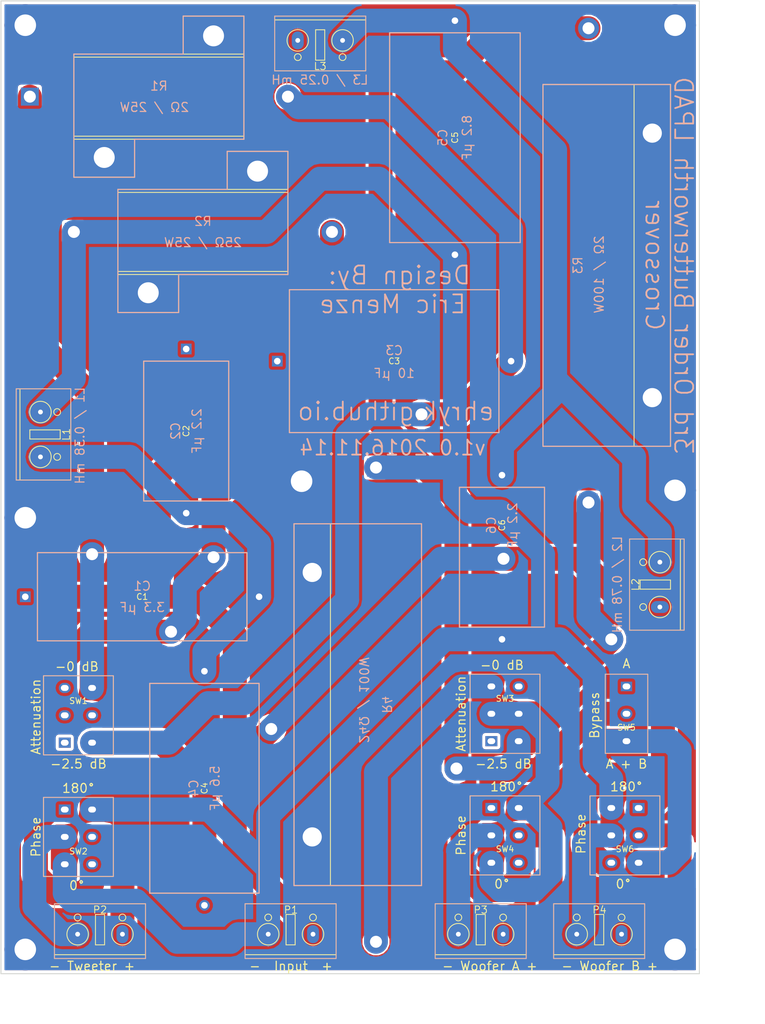
<source format=kicad_pcb>
(kicad_pcb (version 4) (host pcbnew 4.0.4-stable)

  (general
    (links 59)
    (no_connects 0)
    (area 38.024999 20.234 170.459808 193.262008)
    (thickness 1.6)
    (drawings 105)
    (tracks 223)
    (zones 0)
    (modules 30)
    (nets 24)
  )

  (page A4)
  (layers
    (0 F.Cu signal)
    (31 B.Cu signal)
    (32 B.Adhes user)
    (33 F.Adhes user)
    (34 B.Paste user)
    (35 F.Paste user)
    (36 B.SilkS user)
    (37 F.SilkS user)
    (38 B.Mask user)
    (39 F.Mask user)
    (40 Dwgs.User user)
    (41 Cmts.User user)
    (42 Eco1.User user)
    (43 Eco2.User user)
    (44 Edge.Cuts user)
    (45 Margin user)
    (46 B.CrtYd user)
    (47 F.CrtYd user)
    (48 B.Fab user)
    (49 F.Fab user)
  )

  (setup
    (last_trace_width 0.25)
    (trace_clearance 0.2)
    (zone_clearance 0.508)
    (zone_45_only no)
    (trace_min 0.2)
    (segment_width 0.2)
    (edge_width 0.15)
    (via_size 0.6)
    (via_drill 0.4)
    (via_min_size 0.4)
    (via_min_drill 0.3)
    (uvia_size 0.3)
    (uvia_drill 0.1)
    (uvias_allowed no)
    (uvia_min_size 0.2)
    (uvia_min_drill 0.1)
    (pcb_text_width 0.3)
    (pcb_text_size 1.5 1.5)
    (mod_edge_width 0.15)
    (mod_text_size 1 1)
    (mod_text_width 0.15)
    (pad_size 5 5)
    (pad_drill 3.5)
    (pad_to_mask_clearance 0.2)
    (aux_axis_origin 0 0)
    (visible_elements 7FFFFFFF)
    (pcbplotparams
      (layerselection 0x00030_80000001)
      (usegerberextensions false)
      (excludeedgelayer true)
      (linewidth 0.100000)
      (plotframeref false)
      (viasonmask false)
      (mode 1)
      (useauxorigin false)
      (hpglpennumber 1)
      (hpglpenspeed 20)
      (hpglpendiameter 15)
      (hpglpenoverlay 2)
      (psnegative false)
      (psa4output false)
      (plotreference true)
      (plotvalue true)
      (plotinvisibletext false)
      (padsonsilk false)
      (subtractmaskfromsilk false)
      (outputformat 1)
      (mirror false)
      (drillshape 1)
      (scaleselection 1)
      (outputdirectory ""))
  )

  (net 0 "")
  (net 1 /IN+)
  (net 2 "Net-(C1-Pad2)")
  (net 3 "Net-(C3-Pad2)")
  (net 4 "Net-(C5-Pad1)")
  (net 5 /IN-)
  (net 6 "Net-(L3-Pad1)")
  (net 7 /T+)
  (net 8 /T-)
  (net 9 /A+)
  (net 10 /A-)
  (net 11 /B+)
  (net 12 /B-)
  (net 13 "Net-(R1-Pad1)")
  (net 14 "Net-(R2-Pad2)")
  (net 15 "Net-(R3-Pad1)")
  (net 16 "Net-(R4-Pad2)")
  (net 17 "Net-(SW1-Pad2)")
  (net 18 "Net-(SW1-Pad4)")
  (net 19 "Net-(SW3-Pad2)")
  (net 20 "Net-(SW3-Pad4)")
  (net 21 "Net-(SW5-Pad1)")
  (net 22 "Net-(SW4-Pad1)")
  (net 23 /THERMAL)

  (net_class Default "This is the default net class."
    (clearance 0.2)
    (trace_width 0.25)
    (via_dia 0.6)
    (via_drill 0.4)
    (uvia_dia 0.3)
    (uvia_drill 0.1)
    (add_net /THERMAL)
  )

  (net_class "Power 1mm" ""
    (clearance 0.2)
    (trace_width 1)
    (via_dia 1)
    (via_drill 0.6)
    (uvia_dia 1.3)
    (uvia_drill 1.1)
  )

  (net_class "Power 2mm" ""
    (clearance 0.2)
    (trace_width 2)
    (via_dia 2)
    (via_drill 1)
    (uvia_dia 2.3)
    (uvia_drill 2.1)
  )

  (net_class "Power 3mm" ""
    (clearance 0.2)
    (trace_width 3)
    (via_dia 3)
    (via_drill 2)
    (uvia_dia 3.3)
    (uvia_drill 3.1)
  )

  (net_class "Power 4mm" ""
    (clearance 0.2)
    (trace_width 4)
    (via_dia 4)
    (via_drill 2)
    (uvia_dia 4.3)
    (uvia_drill 4.1)
    (add_net /A+)
    (add_net /A-)
    (add_net /B+)
    (add_net /B-)
    (add_net /IN+)
    (add_net /IN-)
    (add_net /T+)
    (add_net /T-)
    (add_net "Net-(C1-Pad2)")
    (add_net "Net-(C3-Pad2)")
    (add_net "Net-(C5-Pad1)")
    (add_net "Net-(L3-Pad1)")
    (add_net "Net-(R1-Pad1)")
    (add_net "Net-(R2-Pad2)")
    (add_net "Net-(R3-Pad1)")
    (add_net "Net-(R4-Pad2)")
    (add_net "Net-(SW1-Pad2)")
    (add_net "Net-(SW1-Pad4)")
    (add_net "Net-(SW3-Pad2)")
    (add_net "Net-(SW3-Pad4)")
    (add_net "Net-(SW4-Pad1)")
    (add_net "Net-(SW5-Pad1)")
  )

  (net_class "Power 5mm" ""
    (clearance 0.2)
    (trace_width 5)
    (via_dia 5)
    (via_drill 2)
    (uvia_dia 5.3)
    (uvia_drill 5.1)
  )

  (module Footprints:R_WIREWOUND_100W (layer F.Cu) (tedit 58297104) (tstamp 58296970)
    (at 100.838 137.922 270)
    (path /58255D67)
    (fp_text reference R4 (at 0 0 270) (layer F.SilkS) hide
      (effects (font (size 1 1) (thickness 0.15)))
    )
    (fp_text value 24Ω (at 0 10.668 270) (layer F.Fab)
      (effects (font (size 1 1) (thickness 0.15)))
    )
    (fp_line (start 30.226 -7.62) (end -30.226 -7.62) (layer F.Mask) (width 0.15))
    (fp_line (start 30.226 13.716) (end 30.226 -7.62) (layer F.Mask) (width 0.15))
    (fp_line (start -30.226 13.716) (end 30.226 13.716) (layer F.Mask) (width 0.15))
    (fp_line (start -30.226 -7.62) (end -30.226 13.716) (layer F.Mask) (width 0.15))
    (fp_line (start 30.226 13.716) (end 30.226 7.62) (layer F.SilkS) (width 0.15))
    (fp_line (start -30.226 13.716) (end 30.226 13.716) (layer F.SilkS) (width 0.15))
    (fp_line (start -30.226 7.62) (end -30.226 13.716) (layer F.SilkS) (width 0.15))
    (fp_line (start -30.226 7.62) (end -30.226 -7.62) (layer F.SilkS) (width 0.15))
    (fp_line (start 30.226 7.62) (end -30.226 7.62) (layer F.SilkS) (width 0.15))
    (fp_line (start 30.226 -7.62) (end 30.226 7.62) (layer F.SilkS) (width 0.15))
    (fp_line (start -30.226 -7.62) (end 30.226 -7.62) (layer F.SilkS) (width 0.15))
    (pad "" thru_hole circle (at -22.098 10.668 270) (size 4.7 4.7) (drill 3.2) (layers *.Cu *.Mask)
      (net 23 /THERMAL))
    (pad "" thru_hole circle (at 22.098 10.668 270) (size 4.7 4.7) (drill 3.2) (layers *.Cu *.Mask)
      (net 23 /THERMAL))
    (pad 1 thru_hole rect (at -39.624 0 270) (size 3 3) (drill 2) (layers *.Cu *.Mask)
      (net 5 /IN-))
    (pad 2 thru_hole circle (at 39.624 0 270) (size 3.5 3.5) (drill 2) (layers *.Cu *.Mask)
      (net 16 "Net-(R4-Pad2)"))
  )

  (module Footprints:ED110-2 (layer F.Cu) (tedit 58296D9D) (tstamp 5827FA64)
    (at 138.176 176.276 180)
    (path /58254F3D)
    (fp_text reference P4 (at -0.06 4.064 180) (layer F.SilkS)
      (effects (font (size 1.2 1.2) (thickness 0.15)))
    )
    (fp_text value WOOFER_B (at 0.06 -3.048 180) (layer F.Fab)
      (effects (font (size 1.2 1.2) (thickness 0.15)))
    )
    (fp_line (start -7.62 4.826) (end -7.62 5.08) (layer B.SilkS) (width 0.15))
    (fp_line (start 7.62 4.826) (end 7.62 5.08) (layer B.SilkS) (width 0.15))
    (fp_line (start 7.62 4.826) (end 7.62 5.08) (layer F.SilkS) (width 0.15))
    (fp_line (start -7.62 4.826) (end -7.62 5.08) (layer F.SilkS) (width 0.15))
    (fp_line (start -7.62 -4.064) (end 7.62 -4.064) (layer B.SilkS) (width 0.15))
    (fp_line (start 7.62 -4.064) (end 7.62 4.826) (layer B.SilkS) (width 0.15))
    (fp_line (start 7.62 5.08) (end -7.62 5.08) (layer B.SilkS) (width 0.15))
    (fp_line (start -7.62 4.826) (end -7.62 -4.064) (layer B.SilkS) (width 0.15))
    (fp_line (start -7.62 -3.429) (end 7.62 -3.429) (layer F.SilkS) (width 0.15))
    (fp_line (start 7.62 -4.064) (end -7.62 -4.064) (layer F.SilkS) (width 0.15))
    (fp_line (start -7.62 -4.064) (end -7.62 4.826) (layer F.SilkS) (width 0.15))
    (fp_line (start -7.62 5.08) (end 7.62 5.08) (layer F.SilkS) (width 0.15))
    (fp_line (start 7.62 4.826) (end 7.62 -4.064) (layer F.SilkS) (width 0.15))
    (fp_line (start -0.762 -1.778) (end 0.762 -1.778) (layer F.SilkS) (width 0.15))
    (fp_line (start 0.762 -1.778) (end 0.762 3.302) (layer F.SilkS) (width 0.15))
    (fp_line (start 0.762 3.302) (end -0.762 3.302) (layer F.SilkS) (width 0.15))
    (fp_line (start -0.762 3.302) (end -0.762 -1.778) (layer F.SilkS) (width 0.15))
    (fp_circle (center 3.7465 2.794) (end 4.2545 2.54) (layer F.SilkS) (width 0.15))
    (fp_circle (center -3.7465 2.794) (end -3.2385 2.54) (layer F.SilkS) (width 0.15))
    (fp_circle (center -3.7465 0) (end -2.4765 -1.27) (layer F.SilkS) (width 0.15))
    (fp_circle (center 3.7465 0) (end 5.0165 -1.27) (layer F.SilkS) (width 0.15))
    (pad 1 thru_hole oval (at -3.75 0 180) (size 2 3) (drill 0.8) (layers *.Cu *.Mask)
      (net 11 /B+))
    (pad 2 thru_hole oval (at 3.75 0 180) (size 2 3) (drill 0.8) (layers *.Cu *.Mask)
      (net 12 /B-))
  )

  (module Footprints:ED110-2 (layer F.Cu) (tedit 58083A86) (tstamp 5827FA2E)
    (at 54.67 176.276 180)
    (path /58254EE9)
    (fp_text reference P2 (at 0 4.064 180) (layer F.SilkS)
      (effects (font (size 1.2 1.2) (thickness 0.15)))
    )
    (fp_text value TWEETER (at 0 -3.048 180) (layer F.Fab)
      (effects (font (size 1.2 1.2) (thickness 0.15)))
    )
    (fp_line (start -7.62 4.826) (end -7.62 5.08) (layer B.SilkS) (width 0.15))
    (fp_line (start 7.62 4.826) (end 7.62 5.08) (layer B.SilkS) (width 0.15))
    (fp_line (start 7.62 4.826) (end 7.62 5.08) (layer F.SilkS) (width 0.15))
    (fp_line (start -7.62 4.826) (end -7.62 5.08) (layer F.SilkS) (width 0.15))
    (fp_line (start -7.62 -4.064) (end 7.62 -4.064) (layer B.SilkS) (width 0.15))
    (fp_line (start 7.62 -4.064) (end 7.62 4.826) (layer B.SilkS) (width 0.15))
    (fp_line (start 7.62 5.08) (end -7.62 5.08) (layer B.SilkS) (width 0.15))
    (fp_line (start -7.62 4.826) (end -7.62 -4.064) (layer B.SilkS) (width 0.15))
    (fp_line (start -7.62 -3.429) (end 7.62 -3.429) (layer F.SilkS) (width 0.15))
    (fp_line (start 7.62 -4.064) (end -7.62 -4.064) (layer F.SilkS) (width 0.15))
    (fp_line (start -7.62 -4.064) (end -7.62 4.826) (layer F.SilkS) (width 0.15))
    (fp_line (start -7.62 5.08) (end 7.62 5.08) (layer F.SilkS) (width 0.15))
    (fp_line (start 7.62 4.826) (end 7.62 -4.064) (layer F.SilkS) (width 0.15))
    (fp_line (start -0.762 -1.778) (end 0.762 -1.778) (layer F.SilkS) (width 0.15))
    (fp_line (start 0.762 -1.778) (end 0.762 3.302) (layer F.SilkS) (width 0.15))
    (fp_line (start 0.762 3.302) (end -0.762 3.302) (layer F.SilkS) (width 0.15))
    (fp_line (start -0.762 3.302) (end -0.762 -1.778) (layer F.SilkS) (width 0.15))
    (fp_circle (center 3.7465 2.794) (end 4.2545 2.54) (layer F.SilkS) (width 0.15))
    (fp_circle (center -3.7465 2.794) (end -3.2385 2.54) (layer F.SilkS) (width 0.15))
    (fp_circle (center -3.7465 0) (end -2.4765 -1.27) (layer F.SilkS) (width 0.15))
    (fp_circle (center 3.7465 0) (end 5.0165 -1.27) (layer F.SilkS) (width 0.15))
    (pad 1 thru_hole oval (at -3.75 0 180) (size 2 3) (drill 0.8) (layers *.Cu *.Mask)
      (net 7 /T+))
    (pad 2 thru_hole oval (at 3.75 0 180) (size 2 3) (drill 0.8) (layers *.Cu *.Mask)
      (net 8 /T-))
  )

  (module Footprints:C_AXIAL_15x36 (layer F.Cu) (tedit 5826ABDA) (tstamp 5827F975)
    (at 61.722 119.888)
    (path /58255F0E)
    (fp_text reference C1 (at 0 0) (layer F.SilkS)
      (effects (font (size 1 1) (thickness 0.15)))
    )
    (fp_text value "3.3 μF" (at 0 -6.35) (layer F.Fab)
      (effects (font (size 1 1) (thickness 0.15)))
    )
    (fp_line (start 17.526 7.366) (end 17.526 -7.366) (layer F.SilkS) (width 0.15))
    (fp_line (start -17.526 7.366) (end -17.526 -7.366) (layer F.SilkS) (width 0.15))
    (fp_line (start 17.526 7.366) (end -17.526 7.366) (layer F.SilkS) (width 0.15))
    (fp_line (start -17.526 -7.366) (end 17.526 -7.366) (layer F.SilkS) (width 0.15))
    (pad 1 thru_hole rect (at -19.558 0) (size 1.8 1.8) (drill 1.1) (layers *.Cu *.Mask)
      (net 1 /IN+))
    (pad 2 thru_hole circle (at 19.558 0) (size 1.8 1.8) (drill 1.1) (layers *.Cu *.Mask)
      (net 2 "Net-(C1-Pad2)"))
  )

  (module Footprints:C_AXIAL_15x24 (layer F.Cu) (tedit 5826ADA9) (tstamp 5827F97F)
    (at 69.088 92.202 270)
    (path /5826AA1F)
    (fp_text reference C2 (at 0 0 270) (layer F.SilkS)
      (effects (font (size 1 1) (thickness 0.15)))
    )
    (fp_text value "2.2 μF" (at 0 -6.096 270) (layer F.Fab)
      (effects (font (size 1 1) (thickness 0.15)))
    )
    (fp_line (start -11.684 7.112) (end -11.684 -7.112) (layer F.SilkS) (width 0.15))
    (fp_line (start 11.684 7.112) (end -11.684 7.112) (layer F.SilkS) (width 0.15))
    (fp_line (start 11.684 -7.112) (end 11.684 7.112) (layer F.SilkS) (width 0.15))
    (fp_line (start -11.684 -7.112) (end 11.684 -7.112) (layer F.SilkS) (width 0.15))
    (pad 1 thru_hole rect (at -13.716 0 270) (size 1.8 1.8) (drill 1.1) (layers *.Cu *.Mask)
      (net 1 /IN+))
    (pad 2 thru_hole circle (at 13.716 0 270) (size 1.8 1.8) (drill 1.1) (layers *.Cu *.Mask)
      (net 2 "Net-(C1-Pad2)"))
  )

  (module Footprints:C_AXIAL_25x36 (layer F.Cu) (tedit 5826ACEF) (tstamp 5827F989)
    (at 103.886 80.518)
    (path /582560DD)
    (fp_text reference C3 (at 0 0) (layer F.SilkS)
      (effects (font (size 1 1) (thickness 0.15)))
    )
    (fp_text value "10 μF" (at 0 -10.922) (layer F.Fab)
      (effects (font (size 1 1) (thickness 0.15)))
    )
    (fp_line (start -17.526 -11.938) (end -17.526 11.938) (layer F.SilkS) (width 0.15))
    (fp_line (start 17.526 11.938) (end 17.526 -11.938) (layer F.SilkS) (width 0.15))
    (fp_line (start 17.526 11.938) (end -17.526 11.938) (layer F.SilkS) (width 0.15))
    (fp_line (start -17.526 -11.938) (end 17.526 -11.938) (layer F.SilkS) (width 0.15))
    (pad 1 thru_hole rect (at -19.558 0) (size 1.8 1.8) (drill 1.1) (layers *.Cu *.Mask)
      (net 2 "Net-(C1-Pad2)"))
    (pad 2 thru_hole circle (at 19.558 0) (size 1.8 1.8) (drill 1.1) (layers *.Cu *.Mask)
      (net 3 "Net-(C3-Pad2)"))
  )

  (module Footprints:C_AXIAL_19x36 (layer F.Cu) (tedit 5826AAFB) (tstamp 5827F993)
    (at 72.136 151.892 270)
    (path /5826AA89)
    (fp_text reference C4 (at 0 0 270) (layer F.SilkS)
      (effects (font (size 1 1) (thickness 0.15)))
    )
    (fp_text value "5.6 μF" (at 0 -8.128 270) (layer F.Fab)
      (effects (font (size 1 1) (thickness 0.15)))
    )
    (fp_line (start -17.526 9.144) (end -17.526 -9.144) (layer F.SilkS) (width 0.15))
    (fp_line (start 17.526 9.144) (end -17.526 9.144) (layer F.SilkS) (width 0.15))
    (fp_line (start 17.526 -9.144) (end 17.526 9.144) (layer F.SilkS) (width 0.15))
    (fp_line (start -17.526 -9.144) (end 17.526 -9.144) (layer F.SilkS) (width 0.15))
    (pad 1 thru_hole rect (at -19.558 0 270) (size 1.8 1.8) (drill 1.1) (layers *.Cu *.Mask)
      (net 2 "Net-(C1-Pad2)"))
    (pad 2 thru_hole circle (at 19.558 0 270) (size 1.8 1.8) (drill 1.1) (layers *.Cu *.Mask)
      (net 3 "Net-(C3-Pad2)"))
  )

  (module Footprints:C_AXIAL_23x36 (layer F.Cu) (tedit 58297617) (tstamp 5827F99D)
    (at 114.046 43.18 270)
    (path /5825614A)
    (fp_text reference C5 (at 0 0 270) (layer F.SilkS)
      (effects (font (size 1 1) (thickness 0.15)))
    )
    (fp_text value "8.2 μF" (at 0 -9.906 270) (layer F.Fab)
      (effects (font (size 1 1) (thickness 0.15)))
    )
    (fp_line (start -17.526 10.922) (end -17.526 -10.922) (layer F.SilkS) (width 0.15))
    (fp_line (start 17.526 -10.922) (end 17.526 10.922) (layer F.SilkS) (width 0.15))
    (fp_line (start 17.526 10.922) (end -17.526 10.922) (layer F.SilkS) (width 0.15))
    (fp_line (start -17.526 -10.922) (end 17.526 -10.922) (layer F.SilkS) (width 0.15))
    (pad 1 thru_hole rect (at -19.558 0 270) (size 1.8 1.8) (drill 1.1) (layers *.Cu *.Mask)
      (net 4 "Net-(C5-Pad1)"))
    (pad 2 thru_hole circle (at 19.558 0 270) (size 1.8 1.8) (drill 1.1) (layers *.Cu *.Mask)
      (net 5 /IN-))
  )

  (module Footprints:C_AXIAL_15x24 (layer F.Cu) (tedit 5826ADA9) (tstamp 5827F9A7)
    (at 121.92 113.284 270)
    (path /5826ADE0)
    (fp_text reference C6 (at -5.334 0 270) (layer F.SilkS)
      (effects (font (size 1 1) (thickness 0.15)))
    )
    (fp_text value "2.2 μF" (at 0 -6.096 270) (layer F.Fab)
      (effects (font (size 1 1) (thickness 0.15)))
    )
    (fp_line (start -11.684 7.112) (end -11.684 -7.112) (layer F.SilkS) (width 0.15))
    (fp_line (start 11.684 7.112) (end -11.684 7.112) (layer F.SilkS) (width 0.15))
    (fp_line (start 11.684 -7.112) (end 11.684 7.112) (layer F.SilkS) (width 0.15))
    (fp_line (start -11.684 -7.112) (end 11.684 -7.112) (layer F.SilkS) (width 0.15))
    (pad 1 thru_hole rect (at -13.716 0 270) (size 1.8 1.8) (drill 1.1) (layers *.Cu *.Mask)
      (net 4 "Net-(C5-Pad1)"))
    (pad 2 thru_hole circle (at 13.716 0 270) (size 1.8 1.8) (drill 1.1) (layers *.Cu *.Mask)
      (net 5 /IN-))
  )

  (module Footprints:ED110-2 (layer F.Cu) (tedit 58083A86) (tstamp 5827F9C2)
    (at 44.704 92.77 90)
    (path /58256278)
    (fp_text reference L1 (at 0 4.318 90) (layer F.SilkS)
      (effects (font (size 1.2 1.2) (thickness 0.15)))
    )
    (fp_text value "0.38 mH" (at 0.06 -2.794 270) (layer F.Fab)
      (effects (font (size 1.2 1.2) (thickness 0.15)))
    )
    (fp_line (start -7.62 4.826) (end -7.62 5.08) (layer B.SilkS) (width 0.15))
    (fp_line (start 7.62 4.826) (end 7.62 5.08) (layer B.SilkS) (width 0.15))
    (fp_line (start 7.62 4.826) (end 7.62 5.08) (layer F.SilkS) (width 0.15))
    (fp_line (start -7.62 4.826) (end -7.62 5.08) (layer F.SilkS) (width 0.15))
    (fp_line (start -7.62 -4.064) (end 7.62 -4.064) (layer B.SilkS) (width 0.15))
    (fp_line (start 7.62 -4.064) (end 7.62 4.826) (layer B.SilkS) (width 0.15))
    (fp_line (start 7.62 5.08) (end -7.62 5.08) (layer B.SilkS) (width 0.15))
    (fp_line (start -7.62 4.826) (end -7.62 -4.064) (layer B.SilkS) (width 0.15))
    (fp_line (start -7.62 -3.429) (end 7.62 -3.429) (layer F.SilkS) (width 0.15))
    (fp_line (start 7.62 -4.064) (end -7.62 -4.064) (layer F.SilkS) (width 0.15))
    (fp_line (start -7.62 -4.064) (end -7.62 4.826) (layer F.SilkS) (width 0.15))
    (fp_line (start -7.62 5.08) (end 7.62 5.08) (layer F.SilkS) (width 0.15))
    (fp_line (start 7.62 4.826) (end 7.62 -4.064) (layer F.SilkS) (width 0.15))
    (fp_line (start -0.762 -1.778) (end 0.762 -1.778) (layer F.SilkS) (width 0.15))
    (fp_line (start 0.762 -1.778) (end 0.762 3.302) (layer F.SilkS) (width 0.15))
    (fp_line (start 0.762 3.302) (end -0.762 3.302) (layer F.SilkS) (width 0.15))
    (fp_line (start -0.762 3.302) (end -0.762 -1.778) (layer F.SilkS) (width 0.15))
    (fp_circle (center 3.7465 2.794) (end 4.2545 2.54) (layer F.SilkS) (width 0.15))
    (fp_circle (center -3.7465 2.794) (end -3.2385 2.54) (layer F.SilkS) (width 0.15))
    (fp_circle (center -3.7465 0) (end -2.4765 -1.27) (layer F.SilkS) (width 0.15))
    (fp_circle (center 3.7465 0) (end 5.0165 -1.27) (layer F.SilkS) (width 0.15))
    (pad 1 thru_hole oval (at -3.75 0 90) (size 2 3) (drill 0.8) (layers *.Cu *.Mask)
      (net 2 "Net-(C1-Pad2)"))
    (pad 2 thru_hole oval (at 3.75 0 90) (size 2 3) (drill 0.8) (layers *.Cu *.Mask)
      (net 5 /IN-))
  )

  (module Footprints:ED110-2 (layer F.Cu) (tedit 58083A86) (tstamp 5827F9DD)
    (at 148.336 117.856 270)
    (path /582561AA)
    (fp_text reference L2 (at 0 4.064 450) (layer F.SilkS)
      (effects (font (size 1.2 1.2) (thickness 0.15)))
    )
    (fp_text value "0.78 mH" (at 0 -3.048 450) (layer F.Fab)
      (effects (font (size 1.2 1.2) (thickness 0.15)))
    )
    (fp_line (start -7.62 4.826) (end -7.62 5.08) (layer B.SilkS) (width 0.15))
    (fp_line (start 7.62 4.826) (end 7.62 5.08) (layer B.SilkS) (width 0.15))
    (fp_line (start 7.62 4.826) (end 7.62 5.08) (layer F.SilkS) (width 0.15))
    (fp_line (start -7.62 4.826) (end -7.62 5.08) (layer F.SilkS) (width 0.15))
    (fp_line (start -7.62 -4.064) (end 7.62 -4.064) (layer B.SilkS) (width 0.15))
    (fp_line (start 7.62 -4.064) (end 7.62 4.826) (layer B.SilkS) (width 0.15))
    (fp_line (start 7.62 5.08) (end -7.62 5.08) (layer B.SilkS) (width 0.15))
    (fp_line (start -7.62 4.826) (end -7.62 -4.064) (layer B.SilkS) (width 0.15))
    (fp_line (start -7.62 -3.429) (end 7.62 -3.429) (layer F.SilkS) (width 0.15))
    (fp_line (start 7.62 -4.064) (end -7.62 -4.064) (layer F.SilkS) (width 0.15))
    (fp_line (start -7.62 -4.064) (end -7.62 4.826) (layer F.SilkS) (width 0.15))
    (fp_line (start -7.62 5.08) (end 7.62 5.08) (layer F.SilkS) (width 0.15))
    (fp_line (start 7.62 4.826) (end 7.62 -4.064) (layer F.SilkS) (width 0.15))
    (fp_line (start -0.762 -1.778) (end 0.762 -1.778) (layer F.SilkS) (width 0.15))
    (fp_line (start 0.762 -1.778) (end 0.762 3.302) (layer F.SilkS) (width 0.15))
    (fp_line (start 0.762 3.302) (end -0.762 3.302) (layer F.SilkS) (width 0.15))
    (fp_line (start -0.762 3.302) (end -0.762 -1.778) (layer F.SilkS) (width 0.15))
    (fp_circle (center 3.7465 2.794) (end 4.2545 2.54) (layer F.SilkS) (width 0.15))
    (fp_circle (center -3.7465 2.794) (end -3.2385 2.54) (layer F.SilkS) (width 0.15))
    (fp_circle (center -3.7465 0) (end -2.4765 -1.27) (layer F.SilkS) (width 0.15))
    (fp_circle (center 3.7465 0) (end 5.0165 -1.27) (layer F.SilkS) (width 0.15))
    (pad 1 thru_hole oval (at -3.75 0 270) (size 2 3) (drill 0.8) (layers *.Cu *.Mask)
      (net 4 "Net-(C5-Pad1)"))
    (pad 2 thru_hole oval (at 3.75 0 270) (size 2 3) (drill 0.8) (layers *.Cu *.Mask)
      (net 1 /IN+))
  )

  (module Footprints:ED110-2 (layer F.Cu) (tedit 58083A86) (tstamp 5827F9F8)
    (at 91.5 26.924)
    (path /5825620E)
    (fp_text reference L3 (at 0 4.318) (layer F.SilkS)
      (effects (font (size 1.2 1.2) (thickness 0.15)))
    )
    (fp_text value "0.25 mH" (at -0.06 -2.794) (layer F.Fab)
      (effects (font (size 1.2 1.2) (thickness 0.15)))
    )
    (fp_line (start -7.62 4.826) (end -7.62 5.08) (layer B.SilkS) (width 0.15))
    (fp_line (start 7.62 4.826) (end 7.62 5.08) (layer B.SilkS) (width 0.15))
    (fp_line (start 7.62 4.826) (end 7.62 5.08) (layer F.SilkS) (width 0.15))
    (fp_line (start -7.62 4.826) (end -7.62 5.08) (layer F.SilkS) (width 0.15))
    (fp_line (start -7.62 -4.064) (end 7.62 -4.064) (layer B.SilkS) (width 0.15))
    (fp_line (start 7.62 -4.064) (end 7.62 4.826) (layer B.SilkS) (width 0.15))
    (fp_line (start 7.62 5.08) (end -7.62 5.08) (layer B.SilkS) (width 0.15))
    (fp_line (start -7.62 4.826) (end -7.62 -4.064) (layer B.SilkS) (width 0.15))
    (fp_line (start -7.62 -3.429) (end 7.62 -3.429) (layer F.SilkS) (width 0.15))
    (fp_line (start 7.62 -4.064) (end -7.62 -4.064) (layer F.SilkS) (width 0.15))
    (fp_line (start -7.62 -4.064) (end -7.62 4.826) (layer F.SilkS) (width 0.15))
    (fp_line (start -7.62 5.08) (end 7.62 5.08) (layer F.SilkS) (width 0.15))
    (fp_line (start 7.62 4.826) (end 7.62 -4.064) (layer F.SilkS) (width 0.15))
    (fp_line (start -0.762 -1.778) (end 0.762 -1.778) (layer F.SilkS) (width 0.15))
    (fp_line (start 0.762 -1.778) (end 0.762 3.302) (layer F.SilkS) (width 0.15))
    (fp_line (start 0.762 3.302) (end -0.762 3.302) (layer F.SilkS) (width 0.15))
    (fp_line (start -0.762 3.302) (end -0.762 -1.778) (layer F.SilkS) (width 0.15))
    (fp_circle (center 3.7465 2.794) (end 4.2545 2.54) (layer F.SilkS) (width 0.15))
    (fp_circle (center -3.7465 2.794) (end -3.2385 2.54) (layer F.SilkS) (width 0.15))
    (fp_circle (center -3.7465 0) (end -2.4765 -1.27) (layer F.SilkS) (width 0.15))
    (fp_circle (center 3.7465 0) (end 5.0165 -1.27) (layer F.SilkS) (width 0.15))
    (pad 1 thru_hole oval (at -3.75 0) (size 2 3) (drill 0.8) (layers *.Cu *.Mask)
      (net 6 "Net-(L3-Pad1)"))
    (pad 2 thru_hole oval (at 3.75 0) (size 2 3) (drill 0.8) (layers *.Cu *.Mask)
      (net 4 "Net-(C5-Pad1)"))
  )

  (module Footprints:ED110-2 (layer F.Cu) (tedit 58083A86) (tstamp 5827FA13)
    (at 86.554 176.276 180)
    (path /58254E49)
    (fp_text reference P1 (at -0.06 4.064 180) (layer F.SilkS)
      (effects (font (size 1.2 1.2) (thickness 0.15)))
    )
    (fp_text value INPUT (at 0 -3.048 180) (layer F.Fab)
      (effects (font (size 1.2 1.2) (thickness 0.15)))
    )
    (fp_line (start -7.62 4.826) (end -7.62 5.08) (layer B.SilkS) (width 0.15))
    (fp_line (start 7.62 4.826) (end 7.62 5.08) (layer B.SilkS) (width 0.15))
    (fp_line (start 7.62 4.826) (end 7.62 5.08) (layer F.SilkS) (width 0.15))
    (fp_line (start -7.62 4.826) (end -7.62 5.08) (layer F.SilkS) (width 0.15))
    (fp_line (start -7.62 -4.064) (end 7.62 -4.064) (layer B.SilkS) (width 0.15))
    (fp_line (start 7.62 -4.064) (end 7.62 4.826) (layer B.SilkS) (width 0.15))
    (fp_line (start 7.62 5.08) (end -7.62 5.08) (layer B.SilkS) (width 0.15))
    (fp_line (start -7.62 4.826) (end -7.62 -4.064) (layer B.SilkS) (width 0.15))
    (fp_line (start -7.62 -3.429) (end 7.62 -3.429) (layer F.SilkS) (width 0.15))
    (fp_line (start 7.62 -4.064) (end -7.62 -4.064) (layer F.SilkS) (width 0.15))
    (fp_line (start -7.62 -4.064) (end -7.62 4.826) (layer F.SilkS) (width 0.15))
    (fp_line (start -7.62 5.08) (end 7.62 5.08) (layer F.SilkS) (width 0.15))
    (fp_line (start 7.62 4.826) (end 7.62 -4.064) (layer F.SilkS) (width 0.15))
    (fp_line (start -0.762 -1.778) (end 0.762 -1.778) (layer F.SilkS) (width 0.15))
    (fp_line (start 0.762 -1.778) (end 0.762 3.302) (layer F.SilkS) (width 0.15))
    (fp_line (start 0.762 3.302) (end -0.762 3.302) (layer F.SilkS) (width 0.15))
    (fp_line (start -0.762 3.302) (end -0.762 -1.778) (layer F.SilkS) (width 0.15))
    (fp_circle (center 3.7465 2.794) (end 4.2545 2.54) (layer F.SilkS) (width 0.15))
    (fp_circle (center -3.7465 2.794) (end -3.2385 2.54) (layer F.SilkS) (width 0.15))
    (fp_circle (center -3.7465 0) (end -2.4765 -1.27) (layer F.SilkS) (width 0.15))
    (fp_circle (center 3.7465 0) (end 5.0165 -1.27) (layer F.SilkS) (width 0.15))
    (pad 1 thru_hole oval (at -3.75 0 180) (size 2 3) (drill 0.8) (layers *.Cu *.Mask)
      (net 1 /IN+))
    (pad 2 thru_hole oval (at 3.75 0 180) (size 2 3) (drill 0.8) (layers *.Cu *.Mask)
      (net 5 /IN-))
  )

  (module Footprints:ED110-2 (layer F.Cu) (tedit 58296D98) (tstamp 5827FA49)
    (at 118.364 176.276 180)
    (path /58254F18)
    (fp_text reference P3 (at 0 4.064 180) (layer F.SilkS)
      (effects (font (size 1.2 1.2) (thickness 0.15)))
    )
    (fp_text value WOOFER_A (at 0.06 -3.048 180) (layer F.Fab)
      (effects (font (size 1.2 1.2) (thickness 0.15)))
    )
    (fp_line (start -7.62 4.826) (end -7.62 5.08) (layer B.SilkS) (width 0.15))
    (fp_line (start 7.62 4.826) (end 7.62 5.08) (layer B.SilkS) (width 0.15))
    (fp_line (start 7.62 4.826) (end 7.62 5.08) (layer F.SilkS) (width 0.15))
    (fp_line (start -7.62 4.826) (end -7.62 5.08) (layer F.SilkS) (width 0.15))
    (fp_line (start -7.62 -4.064) (end 7.62 -4.064) (layer B.SilkS) (width 0.15))
    (fp_line (start 7.62 -4.064) (end 7.62 4.826) (layer B.SilkS) (width 0.15))
    (fp_line (start 7.62 5.08) (end -7.62 5.08) (layer B.SilkS) (width 0.15))
    (fp_line (start -7.62 4.826) (end -7.62 -4.064) (layer B.SilkS) (width 0.15))
    (fp_line (start -7.62 -3.429) (end 7.62 -3.429) (layer F.SilkS) (width 0.15))
    (fp_line (start 7.62 -4.064) (end -7.62 -4.064) (layer F.SilkS) (width 0.15))
    (fp_line (start -7.62 -4.064) (end -7.62 4.826) (layer F.SilkS) (width 0.15))
    (fp_line (start -7.62 5.08) (end 7.62 5.08) (layer F.SilkS) (width 0.15))
    (fp_line (start 7.62 4.826) (end 7.62 -4.064) (layer F.SilkS) (width 0.15))
    (fp_line (start -0.762 -1.778) (end 0.762 -1.778) (layer F.SilkS) (width 0.15))
    (fp_line (start 0.762 -1.778) (end 0.762 3.302) (layer F.SilkS) (width 0.15))
    (fp_line (start 0.762 3.302) (end -0.762 3.302) (layer F.SilkS) (width 0.15))
    (fp_line (start -0.762 3.302) (end -0.762 -1.778) (layer F.SilkS) (width 0.15))
    (fp_circle (center 3.7465 2.794) (end 4.2545 2.54) (layer F.SilkS) (width 0.15))
    (fp_circle (center -3.7465 2.794) (end -3.2385 2.54) (layer F.SilkS) (width 0.15))
    (fp_circle (center -3.7465 0) (end -2.4765 -1.27) (layer F.SilkS) (width 0.15))
    (fp_circle (center 3.7465 0) (end 5.0165 -1.27) (layer F.SilkS) (width 0.15))
    (pad 1 thru_hole oval (at -3.75 0 180) (size 2 3) (drill 0.8) (layers *.Cu *.Mask)
      (net 9 /A+))
    (pad 2 thru_hole oval (at 3.75 0 180) (size 2 3) (drill 0.8) (layers *.Cu *.Mask)
      (net 10 /A-))
  )

  (module Footprints:R_WIREWOUND_25W (layer F.Cu) (tedit 58297D6A) (tstamp 5827FA80)
    (at 64.516 36.322)
    (path /58255A5A)
    (fp_text reference R1 (at 0 0) (layer F.SilkS) hide
      (effects (font (size 1 1) (thickness 0.15)))
    )
    (fp_text value 2Ω (at 0 5.08) (layer F.Fab)
      (effects (font (size 1 1) (thickness 0.15)))
    )
    (fp_line (start 14.224 6.604) (end -14.224 6.604) (layer F.SilkS) (width 0.15))
    (fp_line (start -14.224 -6.604) (end 14.224 -6.604) (layer F.SilkS) (width 0.15))
    (fp_line (start 4.064 -7.112) (end -14.224 -7.112) (layer F.Mask) (width 0.15))
    (fp_line (start 4.064 -13.462) (end 4.064 -7.112) (layer F.Mask) (width 0.15))
    (fp_line (start 14.224 -13.462) (end 4.064 -13.462) (layer F.Mask) (width 0.15))
    (fp_line (start 14.224 7.112) (end 14.224 -13.462) (layer F.Mask) (width 0.15))
    (fp_line (start -4.064 7.112) (end 14.224 7.112) (layer F.Mask) (width 0.15))
    (fp_line (start -4.064 13.462) (end -4.064 7.112) (layer F.Mask) (width 0.15))
    (fp_line (start -14.224 13.462) (end -4.064 13.462) (layer F.Mask) (width 0.15))
    (fp_line (start -14.224 -7.112) (end -14.224 13.462) (layer F.Mask) (width 0.15))
    (fp_line (start 4.064 -7.112) (end 14.224 -7.112) (layer F.SilkS) (width 0.15))
    (fp_line (start -4.064 7.112) (end -14.224 7.112) (layer F.SilkS) (width 0.15))
    (fp_line (start 4.064 -7.112) (end -14.224 -7.112) (layer F.SilkS) (width 0.15))
    (fp_line (start 4.064 -13.462) (end 4.064 -7.112) (layer F.SilkS) (width 0.15))
    (fp_line (start 14.224 -13.462) (end 4.064 -13.462) (layer F.SilkS) (width 0.15))
    (fp_line (start 14.224 7.112) (end 14.224 -13.462) (layer F.SilkS) (width 0.15))
    (fp_line (start -4.064 7.112) (end 14.224 7.112) (layer F.SilkS) (width 0.15))
    (fp_line (start -4.064 13.462) (end -4.064 7.112) (layer F.SilkS) (width 0.15))
    (fp_line (start -14.224 13.462) (end -4.064 13.462) (layer F.SilkS) (width 0.15))
    (fp_line (start -14.224 -7.112) (end -14.224 13.462) (layer F.SilkS) (width 0.15))
    (pad "" thru_hole circle (at -9.144 10.16) (size 5 5) (drill 3.5) (layers *.Cu *.Mask)
      (net 23 /THERMAL))
    (pad "" thru_hole circle (at 9.144 -10.16) (size 5 5) (drill 3.5) (layers *.Cu *.Mask)
      (net 23 /THERMAL))
    (pad 1 thru_hole rect (at -21.59 0) (size 3 3) (drill 2) (layers *.Cu *.Mask)
      (net 13 "Net-(R1-Pad1)"))
    (pad 2 thru_hole circle (at 21.59 0) (size 3.5 3.5) (drill 2) (layers *.Cu *.Mask)
      (net 3 "Net-(C3-Pad2)"))
  )

  (module Footprints:R_WIREWOUND_25W (layer F.Cu) (tedit 58297D60) (tstamp 5827FA9C)
    (at 71.882 58.928)
    (path /58255BD9)
    (fp_text reference R2 (at 0 0) (layer F.SilkS) hide
      (effects (font (size 1 1) (thickness 0.15)))
    )
    (fp_text value 25Ω (at 0 5.334) (layer F.Fab)
      (effects (font (size 1 1) (thickness 0.15)))
    )
    (fp_line (start 14.224 6.604) (end -14.224 6.604) (layer F.SilkS) (width 0.15))
    (fp_line (start -14.224 -6.604) (end 14.224 -6.604) (layer F.SilkS) (width 0.15))
    (fp_line (start 4.064 -7.112) (end -14.224 -7.112) (layer F.Mask) (width 0.15))
    (fp_line (start 4.064 -13.462) (end 4.064 -7.112) (layer F.Mask) (width 0.15))
    (fp_line (start 14.224 -13.462) (end 4.064 -13.462) (layer F.Mask) (width 0.15))
    (fp_line (start 14.224 7.112) (end 14.224 -13.462) (layer F.Mask) (width 0.15))
    (fp_line (start -4.064 7.112) (end 14.224 7.112) (layer F.Mask) (width 0.15))
    (fp_line (start -4.064 13.462) (end -4.064 7.112) (layer F.Mask) (width 0.15))
    (fp_line (start -14.224 13.462) (end -4.064 13.462) (layer F.Mask) (width 0.15))
    (fp_line (start -14.224 -7.112) (end -14.224 13.462) (layer F.Mask) (width 0.15))
    (fp_line (start 4.064 -7.112) (end 14.224 -7.112) (layer F.SilkS) (width 0.15))
    (fp_line (start -4.064 7.112) (end -14.224 7.112) (layer F.SilkS) (width 0.15))
    (fp_line (start 4.064 -7.112) (end -14.224 -7.112) (layer F.SilkS) (width 0.15))
    (fp_line (start 4.064 -13.462) (end 4.064 -7.112) (layer F.SilkS) (width 0.15))
    (fp_line (start 14.224 -13.462) (end 4.064 -13.462) (layer F.SilkS) (width 0.15))
    (fp_line (start 14.224 7.112) (end 14.224 -13.462) (layer F.SilkS) (width 0.15))
    (fp_line (start -4.064 7.112) (end 14.224 7.112) (layer F.SilkS) (width 0.15))
    (fp_line (start -4.064 13.462) (end -4.064 7.112) (layer F.SilkS) (width 0.15))
    (fp_line (start -14.224 13.462) (end -4.064 13.462) (layer F.SilkS) (width 0.15))
    (fp_line (start -14.224 -7.112) (end -14.224 13.462) (layer F.SilkS) (width 0.15))
    (pad "" thru_hole circle (at -9.144 10.16) (size 5 5) (drill 3.5) (layers *.Cu *.Mask)
      (net 23 /THERMAL))
    (pad "" thru_hole circle (at 9.144 -10.16) (size 5 5) (drill 3.5) (layers *.Cu *.Mask)
      (net 23 /THERMAL))
    (pad 1 thru_hole rect (at -21.59 0) (size 3 3) (drill 2) (layers *.Cu *.Mask)
      (net 5 /IN-))
    (pad 2 thru_hole circle (at 21.59 0) (size 3.5 3.5) (drill 2) (layers *.Cu *.Mask)
      (net 14 "Net-(R2-Pad2)"))
  )

  (module Footprints:R_WIREWOUND_100W (layer F.Cu) (tedit 58297D54) (tstamp 5827FAAF)
    (at 136.398 64.516 90)
    (path /58255D61)
    (fp_text reference R3 (at 0 0 90) (layer F.SilkS) hide
      (effects (font (size 1 1) (thickness 0.15)))
    )
    (fp_text value 2Ω (at 0 10.922 90) (layer F.Fab)
      (effects (font (size 1 1) (thickness 0.15)))
    )
    (fp_line (start 30.226 -7.62) (end -30.226 -7.62) (layer F.Mask) (width 0.15))
    (fp_line (start 30.226 13.716) (end 30.226 -7.62) (layer F.Mask) (width 0.15))
    (fp_line (start -30.226 13.716) (end 30.226 13.716) (layer F.Mask) (width 0.15))
    (fp_line (start -30.226 -7.62) (end -30.226 13.716) (layer F.Mask) (width 0.15))
    (fp_line (start 30.226 13.716) (end 30.226 7.62) (layer F.SilkS) (width 0.15))
    (fp_line (start -30.226 13.716) (end 30.226 13.716) (layer F.SilkS) (width 0.15))
    (fp_line (start -30.226 7.62) (end -30.226 13.716) (layer F.SilkS) (width 0.15))
    (fp_line (start -30.226 7.62) (end -30.226 -7.62) (layer F.SilkS) (width 0.15))
    (fp_line (start 30.226 7.62) (end -30.226 7.62) (layer F.SilkS) (width 0.15))
    (fp_line (start 30.226 -7.62) (end 30.226 7.62) (layer F.SilkS) (width 0.15))
    (fp_line (start -30.226 -7.62) (end 30.226 -7.62) (layer F.SilkS) (width 0.15))
    (pad "" thru_hole circle (at -22.098 10.668 90) (size 4.7 4.7) (drill 3.2) (layers *.Cu *.Mask)
      (net 23 /THERMAL))
    (pad "" thru_hole circle (at 22.098 10.668 90) (size 4.7 4.7) (drill 3.2) (layers *.Cu *.Mask)
      (net 23 /THERMAL))
    (pad 1 thru_hole rect (at -39.624 0 90) (size 3 3) (drill 2) (layers *.Cu *.Mask)
      (net 15 "Net-(R3-Pad1)"))
    (pad 2 thru_hole circle (at 39.624 0 90) (size 3.5 3.5) (drill 2) (layers *.Cu *.Mask)
      (net 6 "Net-(L3-Pad1)"))
  )

  (module Footprints:SW_DPDT_RED (layer F.Cu) (tedit 5827E268) (tstamp 5827FAD4)
    (at 51.054 139.7 180)
    (path /58255947)
    (fp_text reference SW1 (at 0 2.413 180) (layer F.SilkS)
      (effects (font (size 1 1) (thickness 0.15)))
    )
    (fp_text value Attenuation (at 4.572 0 270) (layer F.Fab)
      (effects (font (size 1 1) (thickness 0.15)))
    )
    (fp_line (start -5.842 6.604) (end -5.842 -6.604) (layer B.SilkS) (width 0.15))
    (fp_line (start 5.842 6.604) (end -5.842 6.604) (layer B.SilkS) (width 0.15))
    (fp_line (start 5.842 -6.604) (end 5.842 6.604) (layer B.SilkS) (width 0.15))
    (fp_line (start -5.842 -6.604) (end 5.842 -6.604) (layer B.SilkS) (width 0.15))
    (fp_line (start -5.842 -6.604) (end -5.842 6.604) (layer F.SilkS) (width 0.15))
    (fp_line (start 5.842 -6.604) (end -5.842 -6.604) (layer F.SilkS) (width 0.15))
    (fp_line (start 5.842 6.604) (end 5.842 -6.604) (layer F.SilkS) (width 0.15))
    (fp_line (start -5.842 6.604) (end 5.842 6.604) (layer F.SilkS) (width 0.15))
    (pad 1 thru_hole rect (at -2.286 -4.572 180) (size 2 1.7) (drill oval 1.3 1) (layers *.Cu *.Mask)
      (net 3 "Net-(C3-Pad2)"))
    (pad 2 thru_hole oval (at -2.286 0 180) (size 2 1.7) (drill oval 1.3 1) (layers *.Cu *.Mask)
      (net 17 "Net-(SW1-Pad2)"))
    (pad 3 thru_hole oval (at -2.286 4.572 180) (size 2 1.7) (drill oval 1.3 1) (layers *.Cu *.Mask)
      (net 13 "Net-(R1-Pad1)"))
    (pad 6 thru_hole oval (at 2.286 4.572 180) (size 2 1.7) (drill oval 1.3 1) (layers *.Cu *.Mask)
      (net 14 "Net-(R2-Pad2)"))
    (pad 5 thru_hole oval (at 2.286 0 180) (size 2 1.7) (drill oval 1.3 1) (layers *.Cu *.Mask)
      (net 17 "Net-(SW1-Pad2)"))
    (pad 4 thru_hole rect (at 2.286 -4.572 180) (size 2 1.7) (drill oval 1.3 1) (layers *.Cu *.Mask)
      (net 18 "Net-(SW1-Pad4)"))
  )

  (module Footprints:SW_DPDT_RED (layer F.Cu) (tedit 5827E268) (tstamp 5827FAE6)
    (at 51.054 160.02)
    (path /5825567E)
    (fp_text reference SW2 (at 0 2.413) (layer F.SilkS)
      (effects (font (size 1 1) (thickness 0.15)))
    )
    (fp_text value Phase (at -4.572 0 270) (layer F.Fab)
      (effects (font (size 1 1) (thickness 0.15)))
    )
    (fp_line (start -5.842 6.604) (end -5.842 -6.604) (layer B.SilkS) (width 0.15))
    (fp_line (start 5.842 6.604) (end -5.842 6.604) (layer B.SilkS) (width 0.15))
    (fp_line (start 5.842 -6.604) (end 5.842 6.604) (layer B.SilkS) (width 0.15))
    (fp_line (start -5.842 -6.604) (end 5.842 -6.604) (layer B.SilkS) (width 0.15))
    (fp_line (start -5.842 -6.604) (end -5.842 6.604) (layer F.SilkS) (width 0.15))
    (fp_line (start 5.842 -6.604) (end -5.842 -6.604) (layer F.SilkS) (width 0.15))
    (fp_line (start 5.842 6.604) (end 5.842 -6.604) (layer F.SilkS) (width 0.15))
    (fp_line (start -5.842 6.604) (end 5.842 6.604) (layer F.SilkS) (width 0.15))
    (pad 1 thru_hole rect (at -2.286 -4.572) (size 2 1.7) (drill oval 1.3 1) (layers *.Cu *.Mask)
      (net 17 "Net-(SW1-Pad2)"))
    (pad 2 thru_hole oval (at -2.286 0) (size 2 1.7) (drill oval 1.3 1) (layers *.Cu *.Mask)
      (net 8 /T-))
    (pad 3 thru_hole oval (at -2.286 4.572) (size 2 1.7) (drill oval 1.3 1) (layers *.Cu *.Mask)
      (net 5 /IN-))
    (pad 6 thru_hole oval (at 2.286 4.572) (size 2 1.7) (drill oval 1.3 1) (layers *.Cu *.Mask)
      (net 17 "Net-(SW1-Pad2)"))
    (pad 5 thru_hole oval (at 2.286 0) (size 2 1.7) (drill oval 1.3 1) (layers *.Cu *.Mask)
      (net 7 /T+))
    (pad 4 thru_hole rect (at 2.286 -4.572) (size 2 1.7) (drill oval 1.3 1) (layers *.Cu *.Mask)
      (net 5 /IN-))
  )

  (module Footprints:SW_DPDT_RED (layer F.Cu) (tedit 5827E268) (tstamp 5827FAF8)
    (at 122.428 139.446 180)
    (path /5825594D)
    (fp_text reference SW3 (at 0 2.54 180) (layer F.SilkS)
      (effects (font (size 1 1) (thickness 0.15)))
    )
    (fp_text value Attenuation (at 4.572 0 270) (layer F.Fab)
      (effects (font (size 1 1) (thickness 0.15)))
    )
    (fp_line (start -5.842 6.604) (end -5.842 -6.604) (layer B.SilkS) (width 0.15))
    (fp_line (start 5.842 6.604) (end -5.842 6.604) (layer B.SilkS) (width 0.15))
    (fp_line (start 5.842 -6.604) (end 5.842 6.604) (layer B.SilkS) (width 0.15))
    (fp_line (start -5.842 -6.604) (end 5.842 -6.604) (layer B.SilkS) (width 0.15))
    (fp_line (start -5.842 -6.604) (end -5.842 6.604) (layer F.SilkS) (width 0.15))
    (fp_line (start 5.842 -6.604) (end -5.842 -6.604) (layer F.SilkS) (width 0.15))
    (fp_line (start 5.842 6.604) (end 5.842 -6.604) (layer F.SilkS) (width 0.15))
    (fp_line (start -5.842 6.604) (end 5.842 6.604) (layer F.SilkS) (width 0.15))
    (pad 1 thru_hole rect (at -2.286 -4.572 180) (size 2 1.7) (drill oval 1.3 1) (layers *.Cu *.Mask)
      (net 6 "Net-(L3-Pad1)"))
    (pad 2 thru_hole oval (at -2.286 0 180) (size 2 1.7) (drill oval 1.3 1) (layers *.Cu *.Mask)
      (net 19 "Net-(SW3-Pad2)"))
    (pad 3 thru_hole oval (at -2.286 4.572 180) (size 2 1.7) (drill oval 1.3 1) (layers *.Cu *.Mask)
      (net 15 "Net-(R3-Pad1)"))
    (pad 6 thru_hole oval (at 2.286 4.572 180) (size 2 1.7) (drill oval 1.3 1) (layers *.Cu *.Mask)
      (net 16 "Net-(R4-Pad2)"))
    (pad 5 thru_hole oval (at 2.286 0 180) (size 2 1.7) (drill oval 1.3 1) (layers *.Cu *.Mask)
      (net 19 "Net-(SW3-Pad2)"))
    (pad 4 thru_hole rect (at 2.286 -4.572 180) (size 2 1.7) (drill oval 1.3 1) (layers *.Cu *.Mask)
      (net 20 "Net-(SW3-Pad4)"))
  )

  (module Footprints:SW_DPDT_RED (layer F.Cu) (tedit 5827E268) (tstamp 5827FB0A)
    (at 122.428 159.766)
    (path /5825511F)
    (fp_text reference SW4 (at 0 2.286) (layer F.SilkS)
      (effects (font (size 1 1) (thickness 0.15)))
    )
    (fp_text value Phase (at -4.572 0 90) (layer F.Fab)
      (effects (font (size 1 1) (thickness 0.15)))
    )
    (fp_line (start -5.842 6.604) (end -5.842 -6.604) (layer B.SilkS) (width 0.15))
    (fp_line (start 5.842 6.604) (end -5.842 6.604) (layer B.SilkS) (width 0.15))
    (fp_line (start 5.842 -6.604) (end 5.842 6.604) (layer B.SilkS) (width 0.15))
    (fp_line (start -5.842 -6.604) (end 5.842 -6.604) (layer B.SilkS) (width 0.15))
    (fp_line (start -5.842 -6.604) (end -5.842 6.604) (layer F.SilkS) (width 0.15))
    (fp_line (start 5.842 -6.604) (end -5.842 -6.604) (layer F.SilkS) (width 0.15))
    (fp_line (start 5.842 6.604) (end 5.842 -6.604) (layer F.SilkS) (width 0.15))
    (fp_line (start -5.842 6.604) (end 5.842 6.604) (layer F.SilkS) (width 0.15))
    (pad 1 thru_hole rect (at -2.286 -4.572) (size 2 1.7) (drill oval 1.3 1) (layers *.Cu *.Mask)
      (net 22 "Net-(SW4-Pad1)"))
    (pad 2 thru_hole oval (at -2.286 0) (size 2 1.7) (drill oval 1.3 1) (layers *.Cu *.Mask)
      (net 10 /A-))
    (pad 3 thru_hole oval (at -2.286 4.572) (size 2 1.7) (drill oval 1.3 1) (layers *.Cu *.Mask)
      (net 19 "Net-(SW3-Pad2)"))
    (pad 6 thru_hole oval (at 2.286 4.572) (size 2 1.7) (drill oval 1.3 1) (layers *.Cu *.Mask)
      (net 22 "Net-(SW4-Pad1)"))
    (pad 5 thru_hole oval (at 2.286 0) (size 2 1.7) (drill oval 1.3 1) (layers *.Cu *.Mask)
      (net 9 /A+))
    (pad 4 thru_hole rect (at 2.286 -4.572) (size 2 1.7) (drill oval 1.3 1) (layers *.Cu *.Mask)
      (net 19 "Net-(SW3-Pad2)"))
  )

  (module Footprints:SW_SPDT_RED (layer F.Cu) (tedit 5826A2EF) (tstamp 5827FB19)
    (at 142.748 139.446)
    (path /58255798)
    (fp_text reference SW5 (at 0 2.286) (layer F.SilkS)
      (effects (font (size 1 1) (thickness 0.15)))
    )
    (fp_text value Bypass (at -2.54 0 270) (layer F.Fab)
      (effects (font (size 1 1) (thickness 0.15)))
    )
    (fp_line (start -3.556 6.604) (end -3.556 -6.604) (layer B.SilkS) (width 0.15))
    (fp_line (start 3.556 6.604) (end -3.556 6.604) (layer B.SilkS) (width 0.15))
    (fp_line (start 3.556 -6.604) (end 3.556 6.604) (layer B.SilkS) (width 0.15))
    (fp_line (start -3.556 -6.604) (end 3.556 -6.604) (layer B.SilkS) (width 0.15))
    (fp_line (start -3.556 -6.604) (end -3.556 6.604) (layer F.SilkS) (width 0.15))
    (fp_line (start 3.556 -6.604) (end -3.556 -6.604) (layer F.SilkS) (width 0.15))
    (fp_line (start 3.556 6.604) (end 3.556 -6.604) (layer F.SilkS) (width 0.15))
    (fp_line (start -3.556 6.604) (end 3.556 6.604) (layer F.SilkS) (width 0.15))
    (pad 1 thru_hole rect (at 0 -4.572) (size 1.9 1.6) (drill oval 1.3 1) (layers *.Cu *.Mask)
      (net 21 "Net-(SW5-Pad1)"))
    (pad 2 thru_hole oval (at 0 0) (size 2 1.7) (drill oval 1.3 1) (layers *.Cu *.Mask)
      (net 22 "Net-(SW4-Pad1)"))
    (pad 3 thru_hole oval (at 0 4.572) (size 2 1.7) (drill oval 1.3 1) (layers *.Cu *.Mask)
      (net 5 /IN-))
  )

  (module Footprints:SW_DPDT_RED (layer F.Cu) (tedit 5827E268) (tstamp 5827FB2B)
    (at 142.494 159.766)
    (path /58277B30)
    (fp_text reference SW6 (at 0 2.286) (layer F.SilkS)
      (effects (font (size 1 1) (thickness 0.15)))
    )
    (fp_text value Phase (at -4.572 0 90) (layer F.Fab)
      (effects (font (size 1 1) (thickness 0.15)))
    )
    (fp_line (start -5.842 6.604) (end -5.842 -6.604) (layer B.SilkS) (width 0.15))
    (fp_line (start 5.842 6.604) (end -5.842 6.604) (layer B.SilkS) (width 0.15))
    (fp_line (start 5.842 -6.604) (end 5.842 6.604) (layer B.SilkS) (width 0.15))
    (fp_line (start -5.842 -6.604) (end 5.842 -6.604) (layer B.SilkS) (width 0.15))
    (fp_line (start -5.842 -6.604) (end -5.842 6.604) (layer F.SilkS) (width 0.15))
    (fp_line (start 5.842 -6.604) (end -5.842 -6.604) (layer F.SilkS) (width 0.15))
    (fp_line (start 5.842 6.604) (end 5.842 -6.604) (layer F.SilkS) (width 0.15))
    (fp_line (start -5.842 6.604) (end 5.842 6.604) (layer F.SilkS) (width 0.15))
    (pad 1 thru_hole rect (at -2.286 -4.572) (size 2 1.7) (drill oval 1.3 1) (layers *.Cu *.Mask)
      (net 5 /IN-))
    (pad 2 thru_hole oval (at -2.286 0) (size 2 1.7) (drill oval 1.3 1) (layers *.Cu *.Mask)
      (net 12 /B-))
    (pad 3 thru_hole oval (at -2.286 4.572) (size 2 1.7) (drill oval 1.3 1) (layers *.Cu *.Mask)
      (net 21 "Net-(SW5-Pad1)"))
    (pad 6 thru_hole oval (at 2.286 4.572) (size 2 1.7) (drill oval 1.3 1) (layers *.Cu *.Mask)
      (net 5 /IN-))
    (pad 5 thru_hole oval (at 2.286 0) (size 2 1.7) (drill oval 1.3 1) (layers *.Cu *.Mask)
      (net 11 /B+))
    (pad 4 thru_hole rect (at 2.286 -4.572) (size 2 1.7) (drill oval 1.3 1) (layers *.Cu *.Mask)
      (net 21 "Net-(SW5-Pad1)"))
  )

  (module Footprints:6-32UNC_Screw_Hole (layer F.Cu) (tedit 58297983) (tstamp 5827F606)
    (at 42.164 24.384)
    (fp_text reference S1 (at 0 3.175) (layer F.SilkS) hide
      (effects (font (size 1 1) (thickness 0.15)))
    )
    (fp_text value "#6" (at 0 -3.175) (layer F.Fab) hide
      (effects (font (size 1 1) (thickness 0.15)))
    )
    (pad "" thru_hole circle (at 0 0) (size 7 7) (drill 3.6) (layers *.Cu *.Mask)
      (net 23 /THERMAL) (solder_mask_margin 0.01))
  )

  (module Footprints:6-32UNC_Screw_Hole (layer F.Cu) (tedit 58297992) (tstamp 5827F60B)
    (at 150.876 24.384)
    (fp_text reference S2 (at 0 3.175) (layer F.SilkS) hide
      (effects (font (size 1 1) (thickness 0.15)))
    )
    (fp_text value "#6" (at 0 -3.175) (layer F.Fab) hide
      (effects (font (size 1 1) (thickness 0.15)))
    )
    (pad "" thru_hole circle (at 0 0) (size 7 7) (drill 3.6) (layers *.Cu *.Mask)
      (net 23 /THERMAL) (solder_mask_margin 0.01))
  )

  (module Footprints:6-32UNC_Screw_Hole (layer F.Cu) (tedit 582979B7) (tstamp 5827F663)
    (at 42.164 178.816)
    (fp_text reference S6 (at 0 3.175) (layer F.SilkS) hide
      (effects (font (size 1 1) (thickness 0.15)))
    )
    (fp_text value "#6" (at 0 -3.175) (layer F.Fab) hide
      (effects (font (size 1 1) (thickness 0.15)))
    )
    (pad "" thru_hole circle (at 0 0) (size 7 7) (drill 3.6) (layers *.Cu *.Mask)
      (net 23 /THERMAL) (solder_mask_margin 0.01))
  )

  (module Footprints:6-32UNC_Screw_Hole (layer F.Cu) (tedit 582979C3) (tstamp 5827F70A)
    (at 150.876 178.816)
    (fp_text reference S7 (at 0 3.175) (layer F.SilkS) hide
      (effects (font (size 1 1) (thickness 0.15)))
    )
    (fp_text value "#6" (at 0 -3.175) (layer F.Fab) hide
      (effects (font (size 1 1) (thickness 0.15)))
    )
    (pad "" thru_hole circle (at 0 0) (size 7 7) (drill 3.6) (layers *.Cu *.Mask)
      (net 23 /THERMAL) (solder_mask_margin 0.01))
  )

  (module Footprints:6-32UNC_Screw_Hole (layer F.Cu) (tedit 582979CC) (tstamp 5827F7BE)
    (at 88.392 100.584)
    (fp_text reference S4 (at 0 3.175) (layer F.SilkS) hide
      (effects (font (size 1 1) (thickness 0.15)))
    )
    (fp_text value "#6" (at 0 -3.175) (layer F.Fab) hide
      (effects (font (size 1 1) (thickness 0.15)))
    )
    (pad "" thru_hole circle (at 0 0) (size 7 7) (drill 3.6) (layers *.Cu *.Mask)
      (net 23 /THERMAL) (solder_mask_margin 0.01))
  )

  (module Footprints:6-32UNC_Screw_Hole (layer F.Cu) (tedit 582979A2) (tstamp 5827F8D5)
    (at 150.876 102.108)
    (fp_text reference S5 (at 0 3.175) (layer F.SilkS) hide
      (effects (font (size 1 1) (thickness 0.15)))
    )
    (fp_text value "#6" (at 0 -3.175) (layer F.Fab) hide
      (effects (font (size 1 1) (thickness 0.15)))
    )
    (pad "" thru_hole circle (at 0 0) (size 7 7) (drill 3.6) (layers *.Cu *.Mask)
      (net 23 /THERMAL) (solder_mask_margin 0.01))
  )

  (module Footprints:6-32UNC_Screw_Hole (layer F.Cu) (tedit 582979AC) (tstamp 5827F8F3)
    (at 42.164 106.68)
    (fp_text reference S3 (at 0 3.175) (layer F.SilkS) hide
      (effects (font (size 1 1) (thickness 0.15)))
    )
    (fp_text value "#6" (at 0 -3.175) (layer F.Fab) hide
      (effects (font (size 1 1) (thickness 0.15)))
    )
    (pad "" thru_hole circle (at 0 0) (size 7 7) (drill 3.6) (layers *.Cu *.Mask)
      (net 23 /THERMAL) (solder_mask_margin 0.01))
  )

  (gr_text ehryk.github.io (at 104.14 88.9) (layer B.SilkS)
    (effects (font (size 3 3) (thickness 0.3)) (justify mirror))
  )
  (gr_text "v1.0 2016.11.14" (at 103.632 94.996) (layer B.SilkS)
    (effects (font (size 2.5 2.5) (thickness 0.3)) (justify mirror))
  )
  (gr_text "Design By: \nEric Menze" (at 103.632 68.58) (layer B.SilkS)
    (effects (font (size 3 3) (thickness 0.3)) (justify mirror))
  )
  (gr_text "3rd Order Butterworth LPAD\nCrossover" (at 149.86 64.516 270) (layer B.SilkS)
    (effects (font (size 3 3) (thickness 0.3)) (justify mirror))
  )
  (gr_text "L1 / 0.38 mH" (at 51.308 92.964 90) (layer B.SilkS)
    (effects (font (size 1.5 1.5) (thickness 0.2)) (justify mirror))
  )
  (gr_text "L3 / 0.25 mH" (at 91.44 33.528) (layer B.SilkS)
    (effects (font (size 1.5 1.5) (thickness 0.2)) (justify mirror))
  )
  (gr_text "L2 / 0.78 mH" (at 141.224 117.856 90) (layer B.SilkS)
    (effects (font (size 1.5 1.5) (thickness 0.2)) (justify mirror))
  )
  (gr_text "2.2 μF" (at 123.698 107.95 90) (layer B.SilkS)
    (effects (font (size 1.5 1.5) (thickness 0.2)) (justify mirror))
  )
  (gr_text "5.6 μF" (at 73.914 151.892 90) (layer B.SilkS)
    (effects (font (size 1.5 1.5) (thickness 0.2)) (justify mirror))
  )
  (gr_text "3.3 μF" (at 61.722 121.666) (layer B.SilkS)
    (effects (font (size 1.5 1.5) (thickness 0.2)) (justify mirror))
  )
  (gr_text "2.2 μF" (at 70.866 92.202 90) (layer B.SilkS)
    (effects (font (size 1.5 1.5) (thickness 0.2)) (justify mirror))
  )
  (gr_text "10 μF" (at 103.886 82.55) (layer B.SilkS)
    (effects (font (size 1.5 1.5) (thickness 0.2)) (justify mirror))
  )
  (gr_text C6 (at 120.142 107.95 90) (layer B.SilkS)
    (effects (font (size 1.5 1.5) (thickness 0.2)) (justify mirror))
  )
  (gr_text C4 (at 70.358 151.892 90) (layer B.SilkS)
    (effects (font (size 1.5 1.5) (thickness 0.2)) (justify mirror))
  )
  (gr_text C1 (at 61.722 118.11) (layer B.SilkS)
    (effects (font (size 1.5 1.5) (thickness 0.2)) (justify mirror))
  )
  (gr_text C2 (at 67.31 92.202 90) (layer B.SilkS)
    (effects (font (size 1.5 1.5) (thickness 0.2)) (justify mirror))
  )
  (gr_text C3 (at 103.886 78.74) (layer B.SilkS)
    (effects (font (size 1.5 1.5) (thickness 0.2)) (justify mirror))
  )
  (gr_text R4 (at 102.616 137.922 270) (layer B.SilkS)
    (effects (font (size 1.5 1.5) (thickness 0.2)) (justify mirror))
  )
  (gr_text R3 (at 134.62 64.516 90) (layer B.SilkS)
    (effects (font (size 1.5 1.5) (thickness 0.2)) (justify mirror))
  )
  (gr_text R1 (at 64.516 34.544) (layer B.SilkS)
    (effects (font (size 1.5 1.5) (thickness 0.2)) (justify mirror))
  )
  (gr_text R2 (at 71.882 57.15) (layer B.SilkS)
    (effects (font (size 1.5 1.5) (thickness 0.2)) (justify mirror))
  )
  (gr_text C5 (at 112.014 43.18 90) (layer B.SilkS)
    (effects (font (size 1.5 1.5) (thickness 0.2)) (justify mirror))
  )
  (gr_text "8.2 μF" (at 116.078 43.18 90) (layer B.SilkS)
    (effects (font (size 1.5 1.5) (thickness 0.2)) (justify mirror))
  )
  (gr_line (start 50.292 29.21) (end 50.292 49.784) (layer B.SilkS) (width 0.2))
  (gr_line (start 68.58 29.21) (end 50.292 29.21) (layer B.SilkS) (width 0.2))
  (gr_line (start 68.58 22.86) (end 68.58 29.21) (layer B.SilkS) (width 0.2))
  (gr_line (start 78.74 22.86) (end 68.58 22.86) (layer B.SilkS) (width 0.2))
  (gr_line (start 78.74 43.434) (end 78.74 22.86) (layer B.SilkS) (width 0.2))
  (gr_line (start 60.452 43.434) (end 78.74 43.434) (layer B.SilkS) (width 0.2))
  (gr_line (start 60.452 49.784) (end 60.452 43.434) (layer B.SilkS) (width 0.2))
  (gr_line (start 50.292 49.784) (end 60.452 49.784) (layer B.SilkS) (width 0.2))
  (gr_line (start 57.658 51.816) (end 57.658 72.39) (layer B.SilkS) (width 0.2))
  (gr_line (start 75.946 51.816) (end 57.658 51.816) (layer B.SilkS) (width 0.2))
  (gr_line (start 75.946 45.466) (end 75.946 51.816) (layer B.SilkS) (width 0.2))
  (gr_line (start 86.106 45.466) (end 75.946 45.466) (layer B.SilkS) (width 0.2))
  (gr_line (start 86.106 66.04) (end 86.106 45.466) (layer B.SilkS) (width 0.2))
  (gr_line (start 67.818 66.04) (end 86.106 66.04) (layer B.SilkS) (width 0.2))
  (gr_line (start 67.818 72.39) (end 67.818 66.04) (layer B.SilkS) (width 0.2))
  (gr_line (start 57.658 72.39) (end 67.818 72.39) (layer B.SilkS) (width 0.2))
  (gr_line (start 103.124 25.654) (end 103.124 60.706) (layer B.SilkS) (width 0.2))
  (gr_line (start 124.968 25.654) (end 103.124 25.654) (layer B.SilkS) (width 0.2))
  (gr_line (start 124.968 60.706) (end 124.968 25.654) (layer B.SilkS) (width 0.2))
  (gr_line (start 103.124 60.706) (end 124.968 60.706) (layer B.SilkS) (width 0.2))
  (gr_line (start 128.778 34.29) (end 128.778 94.742) (layer B.SilkS) (width 0.2))
  (gr_line (start 150.114 34.29) (end 128.778 34.29) (layer B.SilkS) (width 0.2))
  (gr_line (start 150.114 94.742) (end 150.114 34.29) (layer B.SilkS) (width 0.2))
  (gr_line (start 128.778 94.742) (end 150.114 94.742) (layer B.SilkS) (width 0.2))
  (gr_line (start 86.36 92.456) (end 86.36 68.58) (layer B.SilkS) (width 0.2))
  (gr_line (start 121.412 92.456) (end 86.36 92.456) (layer B.SilkS) (width 0.2))
  (gr_line (start 121.412 68.58) (end 121.412 92.456) (layer B.SilkS) (width 0.2))
  (gr_line (start 86.36 68.58) (end 121.412 68.58) (layer B.SilkS) (width 0.2))
  (gr_line (start 61.976 103.886) (end 61.976 80.518) (layer B.SilkS) (width 0.2))
  (gr_line (start 76.2 103.886) (end 61.976 103.886) (layer B.SilkS) (width 0.2))
  (gr_line (start 76.2 80.518) (end 76.2 103.886) (layer B.SilkS) (width 0.2))
  (gr_line (start 61.976 80.518) (end 76.2 80.518) (layer B.SilkS) (width 0.2))
  (gr_line (start 44.196 127.254) (end 44.196 112.522) (layer B.SilkS) (width 0.2))
  (gr_line (start 79.248 127.254) (end 44.196 127.254) (layer B.SilkS) (width 0.2))
  (gr_line (start 79.248 112.522) (end 79.248 127.254) (layer B.SilkS) (width 0.2))
  (gr_line (start 44.196 112.522) (end 79.248 112.522) (layer B.SilkS) (width 0.2))
  (gr_line (start 62.992 134.366) (end 62.992 169.418) (layer B.SilkS) (width 0.2))
  (gr_line (start 81.28 134.366) (end 62.992 134.366) (layer B.SilkS) (width 0.2))
  (gr_line (start 81.28 169.418) (end 81.28 134.366) (layer B.SilkS) (width 0.2))
  (gr_line (start 62.992 169.418) (end 81.28 169.418) (layer B.SilkS) (width 0.2))
  (gr_line (start 114.808 124.968) (end 114.808 101.6) (layer B.SilkS) (width 0.2))
  (gr_line (start 129.032 124.968) (end 114.808 124.968) (layer B.SilkS) (width 0.2))
  (gr_line (start 129.032 101.6) (end 129.032 124.968) (layer B.SilkS) (width 0.2))
  (gr_line (start 114.808 101.6) (end 129.032 101.6) (layer B.SilkS) (width 0.2))
  (gr_line (start 87.122 168.148) (end 87.122 107.696) (layer B.SilkS) (width 0.2))
  (gr_line (start 108.458 168.148) (end 87.122 168.148) (layer B.SilkS) (width 0.2))
  (gr_line (start 108.458 107.696) (end 108.458 168.148) (layer B.SilkS) (width 0.2))
  (gr_line (start 87.122 107.696) (end 108.458 107.696) (layer B.SilkS) (width 0.2))
  (gr_text "24Ω / 100W" (at 98.806 137.16 270) (layer B.SilkS)
    (effects (font (size 1.5 1.5) (thickness 0.2)) (justify mirror))
  )
  (gr_text "2Ω / 100W" (at 138.176 66.04 90) (layer B.SilkS)
    (effects (font (size 1.5 1.5) (thickness 0.2)) (justify mirror))
  )
  (gr_text "25Ω / 25W" (at 71.882 60.706) (layer B.SilkS)
    (effects (font (size 1.5 1.5) (thickness 0.2)) (justify mirror))
  )
  (gr_text "2Ω / 25W" (at 63.754 38.1) (layer B.SilkS)
    (effects (font (size 1.5 1.5) (thickness 0.2)) (justify mirror))
  )
  (gr_text Phase (at 135.128 159.512 90) (layer F.SilkS)
    (effects (font (size 1.5 1.5) (thickness 0.2)))
  )
  (gr_text Phase (at 115.062 159.766 90) (layer F.SilkS)
    (effects (font (size 1.5 1.5) (thickness 0.2)))
  )
  (gr_text Attenuation (at 115.062 139.446 90) (layer F.SilkS)
    (effects (font (size 1.5 1.5) (thickness 0.2)))
  )
  (gr_text Bypass (at 137.414 139.7 90) (layer F.SilkS)
    (effects (font (size 1.5 1.5) (thickness 0.2)))
  )
  (gr_text Attenuation (at 43.942 139.954 90) (layer F.SilkS)
    (effects (font (size 1.5 1.5) (thickness 0.2)))
  )
  (gr_text Phase (at 43.942 160.02 90) (layer F.SilkS)
    (effects (font (size 1.5 1.5) (thickness 0.2)))
  )
  (gr_text "- Tweeter +" (at 53.34 181.61) (layer F.SilkS)
    (effects (font (size 1.5 1.5) (thickness 0.2)))
  )
  (gr_text "-  Input  +" (at 86.614 181.61) (layer F.SilkS)
    (effects (font (size 1.5 1.5) (thickness 0.2)))
  )
  (gr_text "- Woofer B +" (at 139.954 181.61) (layer F.SilkS)
    (effects (font (size 1.5 1.5) (thickness 0.2)))
  )
  (gr_text "- Woofer A +" (at 119.888 181.61) (layer F.SilkS)
    (effects (font (size 1.5 1.5) (thickness 0.2)))
  )
  (gr_text 180° (at 122.682 151.638) (layer F.SilkS)
    (effects (font (size 1.5 1.5) (thickness 0.2)))
  )
  (gr_text 180° (at 142.748 151.638) (layer F.SilkS)
    (effects (font (size 1.5 1.5) (thickness 0.2)))
  )
  (gr_text 0° (at 142.24 167.894) (layer F.SilkS)
    (effects (font (size 1.5 1.5) (thickness 0.2)))
  )
  (gr_text 0° (at 121.92 167.894) (layer F.SilkS)
    (effects (font (size 1.5 1.5) (thickness 0.2)))
  )
  (gr_text 180° (at 51.054 151.892) (layer F.SilkS)
    (effects (font (size 1.5 1.5) (thickness 0.2)))
  )
  (gr_text 0° (at 50.8 168.148) (layer F.SilkS)
    (effects (font (size 1.5 1.5) (thickness 0.2)))
  )
  (gr_text "-2.5 dB" (at 51.054 147.828) (layer F.SilkS)
    (effects (font (size 1.5 1.5) (thickness 0.2)))
  )
  (gr_text "-0 dB" (at 50.8 131.572) (layer F.SilkS)
    (effects (font (size 1.5 1.5) (thickness 0.2)))
  )
  (gr_text "A + B" (at 142.748 147.828) (layer F.SilkS)
    (effects (font (size 1.5 1.5) (thickness 0.2)))
  )
  (gr_text A (at 142.748 131.064) (layer F.SilkS)
    (effects (font (size 1.5 1.5) (thickness 0.2)))
  )
  (gr_text "-2.5 dB" (at 122.174 147.828) (layer F.SilkS)
    (effects (font (size 1.5 1.5) (thickness 0.2)))
  )
  (gr_text "-0 dB" (at 121.92 131.318) (layer F.SilkS)
    (effects (font (size 1.5 1.5) (thickness 0.2)))
  )
  (dimension 162.56 (width 0.3) (layer Eco1.User)
    (gr_text "6.4000 in" (at 158.935526 101.6 270) (layer Eco1.User)
      (effects (font (size 1.5 1.5) (thickness 0.3)))
    )
    (feature1 (pts (xy 155.045526 182.88) (xy 160.285526 182.88)))
    (feature2 (pts (xy 155.045526 20.32) (xy 160.285526 20.32)))
    (crossbar (pts (xy 157.585526 20.32) (xy 157.585526 182.88)))
    (arrow1a (pts (xy 157.585526 182.88) (xy 156.999105 181.753496)))
    (arrow1b (pts (xy 157.585526 182.88) (xy 158.171947 181.753496)))
    (arrow2a (pts (xy 157.585526 20.32) (xy 156.999105 21.446504)))
    (arrow2b (pts (xy 157.585526 20.32) (xy 158.171947 21.446504)))
  )
  (dimension 116.84 (width 0.3) (layer Eco1.User)
    (gr_text "4.6000 in" (at 96.511419 186.902584) (layer Eco1.User)
      (effects (font (size 1.5 1.5) (thickness 0.3)))
    )
    (feature1 (pts (xy 154.931419 183.012584) (xy 154.931419 188.252584)))
    (feature2 (pts (xy 38.091419 183.012584) (xy 38.091419 188.252584)))
    (crossbar (pts (xy 38.091419 185.552584) (xy 154.931419 185.552584)))
    (arrow1a (pts (xy 154.931419 185.552584) (xy 153.804915 186.139005)))
    (arrow1b (pts (xy 154.931419 185.552584) (xy 153.804915 184.966163)))
    (arrow2a (pts (xy 38.091419 185.552584) (xy 39.217923 186.139005)))
    (arrow2b (pts (xy 38.091419 185.552584) (xy 39.217923 184.966163)))
  )
  (dimension 116.84 (width 0.3) (layer Eco1.User)
    (gr_text "116.840 mm" (at 96.503794 191.912007) (layer Eco1.User)
      (effects (font (size 1.5 1.5) (thickness 0.3)))
    )
    (feature1 (pts (xy 154.923794 188.022007) (xy 154.923794 193.262007)))
    (feature2 (pts (xy 38.083794 188.022007) (xy 38.083794 193.262007)))
    (crossbar (pts (xy 38.083794 190.562007) (xy 154.923794 190.562007)))
    (arrow1a (pts (xy 154.923794 190.562007) (xy 153.79729 191.148428)))
    (arrow1b (pts (xy 154.923794 190.562007) (xy 153.79729 189.975586)))
    (arrow2a (pts (xy 38.083794 190.562007) (xy 39.210298 191.148428)))
    (arrow2b (pts (xy 38.083794 190.562007) (xy 39.210298 189.975586)))
  )
  (dimension 162.56 (width 0.3) (layer Eco1.User)
    (gr_text "162.560 mm" (at 163.245522 101.6 270) (layer Eco1.User) (tstamp 58281B13)
      (effects (font (size 1.5 1.5) (thickness 0.3)))
    )
    (feature1 (pts (xy 159.355522 182.88) (xy 164.595522 182.88)))
    (feature2 (pts (xy 159.355522 20.32) (xy 164.595522 20.32)))
    (crossbar (pts (xy 161.895522 20.32) (xy 161.895522 182.88)))
    (arrow1a (pts (xy 161.895522 182.88) (xy 161.309101 181.753496)))
    (arrow1b (pts (xy 161.895522 182.88) (xy 162.481943 181.753496)))
    (arrow2a (pts (xy 161.895522 20.32) (xy 161.309101 21.446504)))
    (arrow2b (pts (xy 161.895522 20.32) (xy 162.481943 21.446504)))
  )
  (gr_line (start 38.1 20.32) (end 38.1 182.88) (layer Edge.Cuts) (width 0.15))
  (gr_line (start 154.94 20.32) (end 38.1 20.32) (layer Edge.Cuts) (width 0.15))
  (gr_line (start 154.94 182.88) (end 154.94 20.32) (layer Edge.Cuts) (width 0.15))
  (gr_line (start 38.1 182.88) (end 154.94 182.88) (layer Edge.Cuts) (width 0.15))

  (segment (start 90.304 176.276) (end 90.304 175.776) (width 4) (layer F.Cu) (net 1))
  (segment (start 90.304 175.776) (end 77.216 162.688) (width 4) (layer F.Cu) (net 1))
  (segment (start 69.088 78.486) (end 69.088 94.996) (width 4) (layer F.Cu) (net 1))
  (segment (start 69.088 94.996) (end 64.516 99.568) (width 4) (layer F.Cu) (net 1))
  (segment (start 64.516 99.568) (end 64.516 119.126) (width 4) (layer F.Cu) (net 1))
  (segment (start 64.516 119.126) (end 63.754 119.888) (width 4) (layer F.Cu) (net 1))
  (segment (start 122.174 113.538) (end 134.768 113.538) (width 4) (layer F.Cu) (net 1))
  (segment (start 113.792 113.538) (end 122.174 113.538) (width 4) (layer B.Cu) (net 1))
  (via (at 122.174 113.538) (size 4) (drill 2) (layers F.Cu B.Cu) (net 1))
  (segment (start 83.312 141.986) (end 111.76 113.538) (width 4) (layer B.Cu) (net 1))
  (segment (start 111.76 113.538) (end 113.792 113.538) (width 4) (layer B.Cu) (net 1))
  (segment (start 77.216 143.51) (end 77.216 134.366) (width 4) (layer F.Cu) (net 1))
  (segment (start 77.216 162.688) (end 77.216 143.51) (width 4) (layer F.Cu) (net 1))
  (segment (start 77.216 143.51) (end 81.788 143.51) (width 4) (layer F.Cu) (net 1))
  (segment (start 81.788 143.51) (end 83.312 141.986) (width 4) (layer F.Cu) (net 1))
  (via (at 83.312 141.986) (size 4) (drill 2) (layers F.Cu B.Cu) (net 1))
  (segment (start 148.336 121.606) (end 142.836 121.606) (width 4) (layer F.Cu) (net 1))
  (segment (start 142.836 121.606) (end 134.768 113.538) (width 4) (layer F.Cu) (net 1))
  (segment (start 77.216 134.366) (end 77.216 126.238) (width 4) (layer F.Cu) (net 1))
  (segment (start 70.866 119.888) (end 63.754 119.888) (width 4) (layer F.Cu) (net 1))
  (segment (start 63.754 119.888) (end 47.064 119.888) (width 4) (layer F.Cu) (net 1))
  (segment (start 77.216 126.238) (end 70.866 119.888) (width 4) (layer F.Cu) (net 1))
  (segment (start 47.064 119.888) (end 42.164 119.888) (width 4) (layer F.Cu) (net 1))
  (segment (start 84.328 86.36) (end 84.328 80.518) (width 4) (layer F.Cu) (net 2))
  (segment (start 69.088 101.6) (end 84.328 86.36) (width 4) (layer F.Cu) (net 2))
  (segment (start 69.088 105.918) (end 69.088 101.6) (width 4) (layer F.Cu) (net 2))
  (segment (start 81.28 110.998) (end 81.28 119.888) (width 4) (layer B.Cu) (net 2))
  (segment (start 76.2 105.918) (end 81.28 110.998) (width 4) (layer B.Cu) (net 2))
  (segment (start 69.088 105.918) (end 76.2 105.918) (width 4) (layer B.Cu) (net 2))
  (segment (start 44.704 96.52) (end 59.69 96.52) (width 4) (layer B.Cu) (net 2))
  (segment (start 59.69 96.52) (end 69.088 105.918) (width 4) (layer B.Cu) (net 2))
  (segment (start 72.136 132.334) (end 72.136 129.032) (width 4) (layer B.Cu) (net 2))
  (segment (start 72.136 129.032) (end 81.28 119.888) (width 4) (layer B.Cu) (net 2))
  (segment (start 53.34 144.272) (end 66.137711 144.272) (width 4) (layer B.Cu) (net 3))
  (segment (start 66.137711 144.272) (end 72.741711 137.668) (width 4) (layer B.Cu) (net 3))
  (segment (start 72.741711 137.668) (end 78.74 137.668) (width 4) (layer B.Cu) (net 3))
  (segment (start 78.74 137.668) (end 96.012 120.396) (width 4) (layer B.Cu) (net 3))
  (segment (start 96.012 120.396) (end 96.012 92.964) (width 4) (layer B.Cu) (net 3))
  (segment (start 96.012 92.964) (end 99.568 89.408) (width 4) (layer B.Cu) (net 3))
  (segment (start 99.568 89.408) (end 108.458 89.408) (width 4) (layer B.Cu) (net 3))
  (segment (start 108.458 89.408) (end 114.554 89.408) (width 4) (layer F.Cu) (net 3))
  (segment (start 114.554 89.408) (end 123.444 80.518) (width 4) (layer F.Cu) (net 3))
  (via (at 108.458 89.408) (size 4) (drill 2) (layers F.Cu B.Cu) (net 3))
  (segment (start 72.136 151.384) (end 72.136 171.45) (width 4) (layer F.Cu) (net 3))
  (segment (start 65.024 144.272) (end 72.136 151.384) (width 4) (layer F.Cu) (net 3))
  (segment (start 53.34 144.272) (end 65.024 144.272) (width 4) (layer F.Cu) (net 3))
  (segment (start 103.095999 38.071999) (end 123.444 58.42) (width 4) (layer B.Cu) (net 3))
  (segment (start 123.444 58.42) (end 123.444 80.518) (width 4) (layer B.Cu) (net 3))
  (segment (start 86.106 36.322) (end 87.855999 38.071999) (width 4) (layer B.Cu) (net 3))
  (segment (start 87.855999 38.071999) (end 103.095999 38.071999) (width 4) (layer B.Cu) (net 3))
  (segment (start 130.81 85.778) (end 130.81 83.566) (width 4) (layer B.Cu) (net 4))
  (segment (start 130.81 83.566) (end 130.81 45.286) (width 4) (layer B.Cu) (net 4))
  (segment (start 144.018 96.52) (end 143.764 96.52) (width 4) (layer B.Cu) (net 4))
  (segment (start 143.764 96.52) (end 130.81 83.566) (width 4) (layer B.Cu) (net 4))
  (segment (start 144.018 104.788) (end 144.018 96.52) (width 4) (layer B.Cu) (net 4))
  (segment (start 148.336 114.106) (end 148.336 109.106) (width 4) (layer B.Cu) (net 4))
  (segment (start 148.336 109.106) (end 144.018 104.788) (width 4) (layer B.Cu) (net 4))
  (segment (start 130.81 45.286) (end 114.046 28.522) (width 4) (layer B.Cu) (net 4))
  (segment (start 114.046 28.522) (end 114.046 23.622) (width 4) (layer B.Cu) (net 4))
  (segment (start 121.92 99.568) (end 121.92 94.668) (width 4) (layer B.Cu) (net 4))
  (segment (start 121.92 94.668) (end 130.81 85.778) (width 4) (layer B.Cu) (net 4))
  (segment (start 114.046 23.622) (end 98.552 23.622) (width 4) (layer B.Cu) (net 4))
  (segment (start 98.552 23.622) (end 95.25 26.924) (width 4) (layer B.Cu) (net 4))
  (segment (start 116.586 105.664) (end 114.046 103.124) (width 4) (layer B.Cu) (net 5))
  (segment (start 114.046 103.124) (end 114.046 98.298) (width 4) (layer B.Cu) (net 5))
  (segment (start 121.666 105.664) (end 116.586 105.664) (width 4) (layer B.Cu) (net 5))
  (segment (start 128.778 112.776) (end 121.666 105.664) (width 4) (layer B.Cu) (net 5))
  (segment (start 128.778 127) (end 131.572 127) (width 4) (layer B.Cu) (net 5))
  (segment (start 121.92 127) (end 128.778 127) (width 4) (layer B.Cu) (net 5))
  (segment (start 128.778 127) (end 128.778 112.776) (width 4) (layer B.Cu) (net 5))
  (segment (start 114.046 62.738) (end 114.046 98.298) (width 4) (layer B.Cu) (net 5))
  (segment (start 100.838 98.298) (end 106.338 98.298) (width 4) (layer B.Cu) (net 5))
  (segment (start 106.338 98.298) (end 114.046 98.298) (width 4) (layer B.Cu) (net 5))
  (segment (start 82.804 156.464) (end 82.804 165.354) (width 4) (layer B.Cu) (net 5))
  (segment (start 112.268 127) (end 82.804 156.464) (width 4) (layer B.Cu) (net 5))
  (segment (start 121.92 127) (end 112.268 127) (width 4) (layer B.Cu) (net 5))
  (segment (start 91.44 50.038) (end 101.346 50.038) (width 4) (layer B.Cu) (net 5))
  (segment (start 101.346 50.038) (end 114.046 62.738) (width 4) (layer B.Cu) (net 5))
  (segment (start 82.55 58.928) (end 91.44 50.038) (width 4) (layer B.Cu) (net 5))
  (segment (start 50.292 58.928) (end 82.55 58.928) (width 4) (layer B.Cu) (net 5))
  (segment (start 142.748 144.018) (end 150.114 144.018) (width 4) (layer B.Cu) (net 5))
  (segment (start 149.78 164.338) (end 144.78 164.338) (width 4) (layer B.Cu) (net 5))
  (segment (start 150.114 144.018) (end 151.638 145.542) (width 4) (layer B.Cu) (net 5))
  (segment (start 151.638 145.542) (end 151.638 162.48) (width 4) (layer B.Cu) (net 5))
  (segment (start 151.638 162.48) (end 149.78 164.338) (width 4) (layer B.Cu) (net 5))
  (segment (start 140.208 155.194) (end 140.208 150.344) (width 4) (layer B.Cu) (net 5))
  (segment (start 140.208 150.344) (end 137.414 147.55) (width 4) (layer B.Cu) (net 5))
  (segment (start 137.414 147.55) (end 137.414 143.684) (width 4) (layer B.Cu) (net 5))
  (segment (start 131.572 127) (end 137.414 132.842) (width 4) (layer B.Cu) (net 5))
  (segment (start 137.414 132.842) (end 137.414 143.684) (width 4) (layer B.Cu) (net 5))
  (segment (start 137.414 143.684) (end 137.748 144.018) (width 4) (layer B.Cu) (net 5))
  (segment (start 137.748 144.018) (end 142.748 144.018) (width 4) (layer B.Cu) (net 5))
  (segment (start 50.292 58.928) (end 50.292 83.432) (width 4) (layer B.Cu) (net 5))
  (segment (start 50.292 83.432) (end 44.704 89.02) (width 4) (layer B.Cu) (net 5))
  (segment (start 53.34 155.448) (end 71.882 155.448) (width 4) (layer B.Cu) (net 5))
  (segment (start 72.898 155.448) (end 82.804 165.354) (width 4) (layer B.Cu) (net 5))
  (segment (start 82.804 165.354) (end 82.804 176.276) (width 4) (layer B.Cu) (net 5))
  (segment (start 53.34 155.448) (end 72.898 155.448) (width 4) (layer B.Cu) (net 5))
  (segment (start 82.804 176.276) (end 77.804 176.276) (width 4) (layer B.Cu) (net 5))
  (segment (start 77.804 176.276) (end 76.534 177.546) (width 4) (layer B.Cu) (net 5))
  (segment (start 76.534 177.546) (end 67.564 177.546) (width 4) (layer B.Cu) (net 5))
  (segment (start 67.564 177.546) (end 60.706 170.688) (width 4) (layer B.Cu) (net 5))
  (segment (start 60.706 170.688) (end 50.014 170.688) (width 4) (layer B.Cu) (net 5))
  (segment (start 48.768 169.442) (end 48.768 164.592) (width 4) (layer B.Cu) (net 5))
  (segment (start 50.014 170.688) (end 48.768 169.442) (width 4) (layer B.Cu) (net 5))
  (segment (start 113.792 32.258) (end 101.6 32.258) (width 4) (layer F.Cu) (net 6))
  (segment (start 101.6 90.932) (end 101.6 32.258) (width 4) (layer F.Cu) (net 6))
  (segment (start 101.6 32.258) (end 92.584 32.258) (width 4) (layer F.Cu) (net 6))
  (segment (start 114.3 148.59) (end 114.3 103.632) (width 4) (layer F.Cu) (net 6))
  (segment (start 114.3 103.632) (end 101.6 90.932) (width 4) (layer F.Cu) (net 6))
  (segment (start 122.682 148.59) (end 114.3 148.59) (width 4) (layer B.Cu) (net 6))
  (via (at 114.3 148.59) (size 4) (drill 2) (layers F.Cu B.Cu) (net 6))
  (segment (start 121.158 24.892) (end 113.792 32.258) (width 4) (layer F.Cu) (net 6))
  (segment (start 136.398 24.892) (end 121.158 24.892) (width 4) (layer F.Cu) (net 6))
  (segment (start 124.714 146.558) (end 122.682 148.59) (width 4) (layer B.Cu) (net 6))
  (segment (start 124.714 144.018) (end 124.714 146.558) (width 4) (layer B.Cu) (net 6))
  (segment (start 87.75 26.924) (end 87.75 27.424) (width 4) (layer F.Cu) (net 6))
  (segment (start 87.75 27.424) (end 92.584 32.258) (width 4) (layer F.Cu) (net 6))
  (segment (start 53.34 160.02) (end 55.372 160.02) (width 4) (layer F.Cu) (net 7))
  (segment (start 55.372 160.02) (end 58.42 163.068) (width 4) (layer F.Cu) (net 7))
  (segment (start 58.42 163.068) (end 58.42 176.276) (width 4) (layer F.Cu) (net 7))
  (segment (start 48.768 160.02) (end 45.72 160.02) (width 4) (layer B.Cu) (net 8))
  (segment (start 45.72 160.02) (end 43.688 162.052) (width 4) (layer B.Cu) (net 8))
  (segment (start 43.688 162.052) (end 43.688 171.704) (width 4) (layer B.Cu) (net 8))
  (segment (start 43.688 171.704) (end 48.26 176.276) (width 4) (layer B.Cu) (net 8))
  (segment (start 48.26 176.276) (end 50.92 176.276) (width 4) (layer B.Cu) (net 8))
  (segment (start 130.048 173.342) (end 130.048 160.1) (width 4) (layer F.Cu) (net 9))
  (segment (start 130.048 160.1) (end 129.714 159.766) (width 4) (layer F.Cu) (net 9))
  (segment (start 122.114 176.276) (end 127.114 176.276) (width 4) (layer F.Cu) (net 9))
  (segment (start 127.114 176.276) (end 130.048 173.342) (width 4) (layer F.Cu) (net 9))
  (segment (start 129.714 159.766) (end 124.714 159.766) (width 4) (layer F.Cu) (net 9))
  (segment (start 114.554 162.306) (end 114.614 162.366) (width 4) (layer B.Cu) (net 10))
  (segment (start 114.614 162.366) (end 114.614 176.276) (width 4) (layer B.Cu) (net 10))
  (segment (start 120.142 159.766) (end 117.094 159.766) (width 4) (layer B.Cu) (net 10))
  (segment (start 117.094 159.766) (end 114.554 162.306) (width 4) (layer B.Cu) (net 10))
  (segment (start 143.764 170.776) (end 143.764 174.438) (width 4) (layer F.Cu) (net 11))
  (segment (start 143.764 174.438) (end 141.926 176.276) (width 4) (layer F.Cu) (net 11))
  (segment (start 151.638 161.036) (end 150.368 159.766) (width 4) (layer F.Cu) (net 11))
  (segment (start 150.368 159.766) (end 144.78 159.766) (width 4) (layer F.Cu) (net 11))
  (segment (start 151.638 168.402) (end 151.638 161.036) (width 4) (layer F.Cu) (net 11))
  (segment (start 150.114 169.926) (end 151.638 168.402) (width 4) (layer F.Cu) (net 11))
  (segment (start 144.614 169.926) (end 150.114 169.926) (width 4) (layer F.Cu) (net 11))
  (segment (start 143.764 170.776) (end 144.614 169.926) (width 4) (layer F.Cu) (net 11))
  (segment (start 134.426 176.276) (end 134.62 176.276) (width 4) (layer B.Cu) (net 12))
  (segment (start 134.62 176.276) (end 135.636 175.26) (width 4) (layer B.Cu) (net 12))
  (segment (start 135.636 175.26) (end 135.636 161.036) (width 4) (layer B.Cu) (net 12))
  (segment (start 135.636 161.036) (end 136.906 159.766) (width 4) (layer B.Cu) (net 12))
  (segment (start 136.906 159.766) (end 140.208 159.766) (width 4) (layer B.Cu) (net 12))
  (segment (start 42.926 36.322) (end 42.926 75.946) (width 4) (layer F.Cu) (net 13))
  (segment (start 42.926 75.946) (end 53.34 86.36) (width 4) (layer F.Cu) (net 13))
  (segment (start 53.34 86.36) (end 53.34 112.776) (width 4) (layer F.Cu) (net 13))
  (segment (start 53.34 112.776) (end 53.34 135.128) (width 4) (layer B.Cu) (net 13))
  (via (at 53.34 112.776) (size 4) (drill 2) (layers F.Cu B.Cu) (net 13))
  (segment (start 73.66 113.284) (end 68.847999 118.096001) (width 4) (layer B.Cu) (net 14))
  (segment (start 68.847999 118.096001) (end 68.847999 123.430001) (width 4) (layer B.Cu) (net 14))
  (segment (start 68.847999 123.430001) (end 66.548 125.73) (width 4) (layer B.Cu) (net 14))
  (segment (start 73.66 103.632) (end 73.66 113.284) (width 4) (layer F.Cu) (net 14))
  (segment (start 93.472 58.928) (end 93.472 83.82) (width 4) (layer F.Cu) (net 14))
  (segment (start 93.472 83.82) (end 73.66 103.632) (width 4) (layer F.Cu) (net 14))
  (via (at 73.66 113.284) (size 4) (drill 2) (layers F.Cu B.Cu) (net 14))
  (via (at 66.548 125.73) (size 4) (drill 2) (layers F.Cu B.Cu) (net 14))
  (segment (start 53.316 125.73) (end 66.548 125.73) (width 4) (layer F.Cu) (net 14))
  (segment (start 48.768 135.128) (end 48.768 130.278) (width 4) (layer F.Cu) (net 14))
  (segment (start 48.768 130.278) (end 53.316 125.73) (width 4) (layer F.Cu) (net 14))
  (segment (start 124.714 134.874) (end 132.334 134.874) (width 4) (layer F.Cu) (net 15))
  (segment (start 132.334 134.874) (end 140.208 127) (width 4) (layer F.Cu) (net 15))
  (via (at 140.208 127) (size 4) (drill 2) (layers F.Cu B.Cu) (net 15))
  (segment (start 136.398 123.19) (end 140.208 127) (width 4) (layer B.Cu) (net 15))
  (segment (start 136.398 104.14) (end 136.398 123.19) (width 4) (layer B.Cu) (net 15))
  (segment (start 120.142 134.874) (end 115.142 134.874) (width 4) (layer B.Cu) (net 16))
  (segment (start 115.142 134.874) (end 100.838 149.178) (width 4) (layer B.Cu) (net 16))
  (segment (start 100.838 149.178) (end 100.838 175.071127) (width 4) (layer B.Cu) (net 16))
  (segment (start 100.838 175.071127) (end 100.838 177.546) (width 4) (layer B.Cu) (net 16))
  (segment (start 48.768 139.7) (end 45.974 139.7) (width 4) (layer F.Cu) (net 17))
  (segment (start 45.974 139.7) (end 44.196 141.478) (width 4) (layer F.Cu) (net 17))
  (segment (start 44.196 141.478) (end 44.196 146.026) (width 4) (layer F.Cu) (net 17))
  (segment (start 44.196 146.026) (end 48.768 150.598) (width 4) (layer F.Cu) (net 17))
  (segment (start 48.768 150.598) (end 48.768 155.448) (width 4) (layer F.Cu) (net 17))
  (segment (start 53.34 139.7) (end 48.768 139.7) (width 4) (layer F.Cu) (net 17))
  (segment (start 51.816 169.418) (end 53.34 167.894) (width 4) (layer F.Cu) (net 17))
  (segment (start 53.34 167.894) (end 53.34 164.592) (width 4) (layer F.Cu) (net 17))
  (segment (start 46.99 169.418) (end 51.816 169.418) (width 4) (layer F.Cu) (net 17))
  (segment (start 48.768 155.448) (end 46.228 155.448) (width 4) (layer F.Cu) (net 17))
  (segment (start 46.228 155.448) (end 43.942 157.734) (width 4) (layer F.Cu) (net 17))
  (segment (start 43.942 157.734) (end 43.942 166.37) (width 4) (layer F.Cu) (net 17))
  (segment (start 43.942 166.37) (end 46.99 169.418) (width 4) (layer F.Cu) (net 17))
  (segment (start 121.666 168.91) (end 120.142 167.386) (width 4) (layer B.Cu) (net 19))
  (segment (start 120.142 167.386) (end 120.142 164.338) (width 4) (layer B.Cu) (net 19))
  (segment (start 127.254 168.91) (end 121.666 168.91) (width 4) (layer B.Cu) (net 19))
  (segment (start 130.048 166.116) (end 127.254 168.91) (width 4) (layer B.Cu) (net 19))
  (segment (start 130.048 158.496) (end 130.048 166.116) (width 4) (layer B.Cu) (net 19))
  (segment (start 126.746 155.194) (end 130.048 158.496) (width 4) (layer B.Cu) (net 19))
  (segment (start 124.714 155.194) (end 126.746 155.194) (width 4) (layer B.Cu) (net 19))
  (segment (start 120.142 139.446) (end 124.714 139.446) (width 4) (layer B.Cu) (net 19))
  (segment (start 129.54 142.748) (end 126.238 139.446) (width 4) (layer B.Cu) (net 19))
  (segment (start 126.238 139.446) (end 124.714 139.446) (width 4) (layer B.Cu) (net 19))
  (segment (start 129.54 150.876) (end 129.54 142.748) (width 4) (layer B.Cu) (net 19))
  (segment (start 125.222 155.194) (end 129.54 150.876) (width 4) (layer B.Cu) (net 19))
  (segment (start 124.714 155.194) (end 125.222 155.194) (width 4) (layer B.Cu) (net 19))
  (segment (start 148.844 136.02) (end 148.844 149.352) (width 4) (layer F.Cu) (net 21))
  (segment (start 148.844 149.352) (end 148.844 152.908) (width 4) (layer F.Cu) (net 21))
  (segment (start 140.208 164.338) (end 138.684 164.338) (width 4) (layer F.Cu) (net 21))
  (segment (start 138.684 164.338) (end 135.89 161.544) (width 4) (layer F.Cu) (net 21))
  (segment (start 135.89 161.544) (end 135.89 152.908) (width 4) (layer F.Cu) (net 21))
  (segment (start 148.59 149.606) (end 148.844 149.352) (width 4) (layer F.Cu) (net 21))
  (segment (start 135.89 152.908) (end 139.192 149.606) (width 4) (layer F.Cu) (net 21))
  (segment (start 139.192 149.606) (end 148.59 149.606) (width 4) (layer F.Cu) (net 21))
  (segment (start 148.844 152.908) (end 146.558 155.194) (width 4) (layer F.Cu) (net 21))
  (segment (start 146.558 155.194) (end 144.78 155.194) (width 4) (layer F.Cu) (net 21))
  (segment (start 142.748 134.874) (end 147.698 134.874) (width 4) (layer F.Cu) (net 21))
  (segment (start 147.698 134.874) (end 148.844 136.02) (width 4) (layer F.Cu) (net 21))
  (segment (start 120.142 155.194) (end 117.602 155.194) (width 4) (layer F.Cu) (net 22))
  (segment (start 117.602 155.194) (end 115.316 157.48) (width 4) (layer F.Cu) (net 22))
  (segment (start 124.714 166.878) (end 124.714 164.338) (width 4) (layer F.Cu) (net 22))
  (segment (start 115.316 157.48) (end 115.316 165.862) (width 4) (layer F.Cu) (net 22))
  (segment (start 115.316 165.862) (end 118.364 168.91) (width 4) (layer F.Cu) (net 22))
  (segment (start 118.364 168.91) (end 122.682 168.91) (width 4) (layer F.Cu) (net 22))
  (segment (start 122.682 168.91) (end 124.714 166.878) (width 4) (layer F.Cu) (net 22))
  (segment (start 128.016 148.844) (end 137.414 139.446) (width 4) (layer F.Cu) (net 22))
  (segment (start 137.414 139.446) (end 142.748 139.446) (width 4) (layer F.Cu) (net 22))
  (segment (start 121.642 148.844) (end 128.016 148.844) (width 4) (layer F.Cu) (net 22))
  (segment (start 120.142 155.194) (end 120.142 150.344) (width 4) (layer F.Cu) (net 22))
  (segment (start 120.142 150.344) (end 121.642 148.844) (width 4) (layer F.Cu) (net 22))

  (zone (net 0) (net_name "") (layer F.Mask) (tstamp 0) (hatch edge 0.508)
    (connect_pads (clearance 0.508))
    (min_thickness 0.254)
    (fill yes (arc_segments 16) (thermal_gap 0.508) (thermal_bridge_width 0.508))
    (polygon
      (pts
        (xy 57.658 72.39) (xy 57.658 51.816) (xy 75.946 51.816) (xy 75.946 45.466) (xy 86.106 45.466)
        (xy 86.106 66.04) (xy 67.818 66.04) (xy 67.818 72.39)
      )
    )
    (filled_polygon
      (pts
        (xy 85.979 65.913) (xy 67.818 65.913) (xy 67.76859 65.923006) (xy 67.726965 65.951447) (xy 67.699685 65.993841)
        (xy 67.691 66.04) (xy 67.691 72.263) (xy 57.785 72.263) (xy 57.785 51.943) (xy 75.946 51.943)
        (xy 75.99541 51.932994) (xy 76.037035 51.904553) (xy 76.064315 51.862159) (xy 76.073 51.816) (xy 76.073 45.593)
        (xy 85.979 45.593)
      )
    )
  )
  (zone (net 0) (net_name "") (layer F.Mask) (tstamp 0) (hatch edge 0.508)
    (connect_pads (clearance 0.508))
    (min_thickness 0.254)
    (fill yes (arc_segments 16) (thermal_gap 0.508) (thermal_bridge_width 0.508))
    (polygon
      (pts
        (xy 50.292 49.784) (xy 50.292 29.21) (xy 68.58 29.21) (xy 68.58 22.86) (xy 78.74 22.86)
        (xy 78.74 43.434) (xy 60.452 43.434) (xy 60.452 49.784)
      )
    )
    (filled_polygon
      (pts
        (xy 78.613 43.307) (xy 60.452 43.307) (xy 60.40259 43.317006) (xy 60.360965 43.345447) (xy 60.333685 43.387841)
        (xy 60.325 43.434) (xy 60.325 49.657) (xy 50.419 49.657) (xy 50.419 29.337) (xy 68.58 29.337)
        (xy 68.62941 29.326994) (xy 68.671035 29.298553) (xy 68.698315 29.256159) (xy 68.707 29.21) (xy 68.707 22.987)
        (xy 78.613 22.987)
      )
    )
  )
  (zone (net 0) (net_name "") (layer F.Mask) (tstamp 0) (hatch edge 0.508)
    (connect_pads (clearance 0.508))
    (min_thickness 0.254)
    (fill yes (arc_segments 16) (thermal_gap 0.508) (thermal_bridge_width 0.508))
    (polygon
      (pts
        (xy 128.778 34.29) (xy 150.114 34.29) (xy 150.114 94.742) (xy 128.778 94.742)
      )
    )
    (filled_polygon
      (pts
        (xy 149.987 94.615) (xy 128.905 94.615) (xy 128.905 34.417) (xy 149.987 34.417)
      )
    )
  )
  (zone (net 0) (net_name "") (layer F.Mask) (tstamp 0) (hatch edge 0.508)
    (connect_pads (clearance 0.508))
    (min_thickness 0.254)
    (fill yes (arc_segments 16) (thermal_gap 0.508) (thermal_bridge_width 0.508))
    (polygon
      (pts
        (xy 87.122 168.148) (xy 108.458 168.148) (xy 108.458 107.696) (xy 87.122 107.696)
      )
    )
    (filled_polygon
      (pts
        (xy 108.331 168.021) (xy 87.249 168.021) (xy 87.249 107.823) (xy 108.331 107.823)
      )
    )
  )
  (zone (net 23) (net_name /THERMAL) (layer F.Cu) (tstamp 0) (hatch edge 0.508)
    (connect_pads yes (clearance 0.508))
    (min_thickness 0.254)
    (fill yes (arc_segments 16) (thermal_gap 0.508) (thermal_bridge_width 0.508))
    (polygon
      (pts
        (xy 38.1 20.32) (xy 154.94 20.32) (xy 154.94 182.88) (xy 38.1 182.88)
      )
    )
    (filled_polygon
      (pts
        (xy 154.23 160.819824) (xy 154.072423 160.027629) (xy 153.897608 159.766) (xy 153.501226 159.172773) (xy 152.231226 157.902774)
        (xy 151.376371 157.331577) (xy 151.274059 157.311226) (xy 150.368 157.131) (xy 148.310816 157.131) (xy 148.421226 157.057226)
        (xy 150.707226 154.771227) (xy 151.278423 153.916371) (xy 151.283159 153.892559) (xy 151.479 152.908) (xy 151.479 136.02)
        (xy 151.278423 135.011629) (xy 151.186462 134.874) (xy 150.707227 134.156774) (xy 149.561226 133.010774) (xy 148.706371 132.439577)
        (xy 147.698 132.239) (xy 142.748 132.239) (xy 141.739629 132.439577) (xy 140.884774 133.010774) (xy 140.313577 133.865629)
        (xy 140.113 134.874) (xy 140.313577 135.882371) (xy 140.884774 136.737226) (xy 140.995184 136.811) (xy 137.414 136.811)
        (xy 136.405629 137.011577) (xy 135.550774 137.582774) (xy 126.924548 146.209) (xy 121.642 146.209) (xy 120.633629 146.409577)
        (xy 119.778773 146.980774) (xy 118.278774 148.480774) (xy 117.707577 149.335629) (xy 117.507 150.344) (xy 117.507 152.577897)
        (xy 116.593629 152.759577) (xy 115.738773 153.330774) (xy 113.452774 155.616774) (xy 112.881577 156.471629) (xy 112.681 157.48)
        (xy 112.681 165.862) (xy 112.862094 166.772423) (xy 112.881577 166.870371) (xy 113.452774 167.725226) (xy 116.500774 170.773226)
        (xy 117.355629 171.344423) (xy 118.364 171.545) (xy 122.682 171.545) (xy 123.690371 171.344423) (xy 124.545226 170.773226)
        (xy 126.577226 168.741226) (xy 127.148423 167.886371) (xy 127.349 166.878) (xy 127.349 164.338) (xy 127.148423 163.329629)
        (xy 126.577226 162.474774) (xy 126.466816 162.401) (xy 127.413 162.401) (xy 127.413 172.250547) (xy 126.022548 173.641)
        (xy 122.114 173.641) (xy 121.105629 173.841577) (xy 120.250774 174.412774) (xy 119.679577 175.267629) (xy 119.479 176.276)
        (xy 119.679577 177.284371) (xy 120.250774 178.139226) (xy 121.105629 178.710423) (xy 122.114 178.911) (xy 127.114 178.911)
        (xy 128.122371 178.710423) (xy 128.977226 178.139226) (xy 131.382279 175.734173) (xy 132.791 175.734173) (xy 132.791 176.817827)
        (xy 132.915457 177.443514) (xy 133.26988 177.973947) (xy 133.800313 178.32837) (xy 134.426 178.452827) (xy 135.051687 178.32837)
        (xy 135.58212 177.973947) (xy 135.936543 177.443514) (xy 136.061 176.817827) (xy 136.061 175.734173) (xy 135.936543 175.108486)
        (xy 135.58212 174.578053) (xy 135.051687 174.22363) (xy 134.426 174.099173) (xy 133.800313 174.22363) (xy 133.26988 174.578053)
        (xy 132.915457 175.108486) (xy 132.791 175.734173) (xy 131.382279 175.734173) (xy 131.911227 175.205226) (xy 132.482423 174.350371)
        (xy 132.683 173.342) (xy 132.683 160.1) (xy 132.482423 159.091629) (xy 132.110495 158.535) (xy 131.911226 158.236773)
        (xy 131.577226 157.902774) (xy 130.722371 157.331577) (xy 130.620059 157.311226) (xy 129.714 157.131) (xy 124.714 157.131)
        (xy 123.705629 157.331577) (xy 122.850774 157.902774) (xy 122.279577 158.757629) (xy 122.079 159.766) (xy 122.279577 160.774371)
        (xy 122.850774 161.629226) (xy 123.483499 162.052) (xy 122.850774 162.474774) (xy 122.279577 163.329629) (xy 122.079 164.338)
        (xy 122.079 165.786548) (xy 121.590548 166.275) (xy 119.455452 166.275) (xy 117.951 164.770548) (xy 117.951 164.338)
        (xy 118.474968 164.338) (xy 118.588007 164.906285) (xy 118.909914 165.388054) (xy 119.391683 165.709961) (xy 119.959968 165.823)
        (xy 120.324032 165.823) (xy 120.892317 165.709961) (xy 121.374086 165.388054) (xy 121.695993 164.906285) (xy 121.809032 164.338)
        (xy 121.695993 163.769715) (xy 121.374086 163.287946) (xy 120.892317 162.966039) (xy 120.324032 162.853) (xy 119.959968 162.853)
        (xy 119.391683 162.966039) (xy 118.909914 163.287946) (xy 118.588007 163.769715) (xy 118.474968 164.338) (xy 117.951 164.338)
        (xy 117.951 159.766) (xy 118.474968 159.766) (xy 118.588007 160.334285) (xy 118.909914 160.816054) (xy 119.391683 161.137961)
        (xy 119.959968 161.251) (xy 120.324032 161.251) (xy 120.892317 161.137961) (xy 121.374086 160.816054) (xy 121.695993 160.334285)
        (xy 121.809032 159.766) (xy 121.695993 159.197715) (xy 121.374086 158.715946) (xy 120.892317 158.394039) (xy 120.324032 158.281)
        (xy 119.959968 158.281) (xy 119.391683 158.394039) (xy 118.909914 158.715946) (xy 118.588007 159.197715) (xy 118.474968 159.766)
        (xy 117.951 159.766) (xy 117.951 158.571452) (xy 118.693453 157.829) (xy 120.142 157.829) (xy 121.150371 157.628423)
        (xy 122.005226 157.057226) (xy 122.576423 156.202371) (xy 122.777 155.194) (xy 122.777 154.344) (xy 123.06656 154.344)
        (xy 123.06656 156.044) (xy 123.110838 156.279317) (xy 123.24991 156.495441) (xy 123.46211 156.640431) (xy 123.714 156.69144)
        (xy 125.714 156.69144) (xy 125.949317 156.647162) (xy 126.165441 156.50809) (xy 126.310431 156.29589) (xy 126.36144 156.044)
        (xy 126.36144 154.344) (xy 126.317162 154.108683) (xy 126.17809 153.892559) (xy 125.96589 153.747569) (xy 125.714 153.69656)
        (xy 123.714 153.69656) (xy 123.478683 153.740838) (xy 123.262559 153.87991) (xy 123.117569 154.09211) (xy 123.06656 154.344)
        (xy 122.777 154.344) (xy 122.777 151.479) (xy 128.016 151.479) (xy 129.024371 151.278423) (xy 129.879226 150.707226)
        (xy 136.568452 144.018) (xy 141.080968 144.018) (xy 141.194007 144.586285) (xy 141.515914 145.068054) (xy 141.997683 145.389961)
        (xy 142.565968 145.503) (xy 142.930032 145.503) (xy 143.498317 145.389961) (xy 143.980086 145.068054) (xy 144.301993 144.586285)
        (xy 144.415032 144.018) (xy 144.301993 143.449715) (xy 143.980086 142.967946) (xy 143.498317 142.646039) (xy 142.930032 142.533)
        (xy 142.565968 142.533) (xy 141.997683 142.646039) (xy 141.515914 142.967946) (xy 141.194007 143.449715) (xy 141.080968 144.018)
        (xy 136.568452 144.018) (xy 138.505452 142.081) (xy 142.748 142.081) (xy 143.756371 141.880423) (xy 144.611226 141.309226)
        (xy 145.182423 140.454371) (xy 145.383 139.446) (xy 145.182423 138.437629) (xy 144.611226 137.582774) (xy 144.500816 137.509)
        (xy 146.209 137.509) (xy 146.209 146.971) (xy 139.192 146.971) (xy 138.183629 147.171577) (xy 137.328774 147.742774)
        (xy 134.026774 151.044774) (xy 133.455577 151.899629) (xy 133.255 152.908) (xy 133.255 161.544) (xy 133.425468 162.401)
        (xy 133.455577 162.552371) (xy 134.026774 163.407226) (xy 136.820774 166.201227) (xy 137.675629 166.772423) (xy 138.684 166.973)
        (xy 140.208 166.973) (xy 141.216371 166.772423) (xy 142.071226 166.201226) (xy 142.642423 165.346371) (xy 142.843 164.338)
        (xy 143.112968 164.338) (xy 143.226007 164.906285) (xy 143.547914 165.388054) (xy 144.029683 165.709961) (xy 144.597968 165.823)
        (xy 144.962032 165.823) (xy 145.530317 165.709961) (xy 146.012086 165.388054) (xy 146.333993 164.906285) (xy 146.447032 164.338)
        (xy 146.333993 163.769715) (xy 146.012086 163.287946) (xy 145.530317 162.966039) (xy 144.962032 162.853) (xy 144.597968 162.853)
        (xy 144.029683 162.966039) (xy 143.547914 163.287946) (xy 143.226007 163.769715) (xy 143.112968 164.338) (xy 142.843 164.338)
        (xy 142.642423 163.329629) (xy 142.071226 162.474774) (xy 141.216371 161.903577) (xy 140.208 161.703) (xy 139.775453 161.703)
        (xy 138.525 160.452548) (xy 138.525 159.766) (xy 138.540968 159.766) (xy 138.654007 160.334285) (xy 138.975914 160.816054)
        (xy 139.457683 161.137961) (xy 140.025968 161.251) (xy 140.390032 161.251) (xy 140.958317 161.137961) (xy 141.440086 160.816054)
        (xy 141.761993 160.334285) (xy 141.875032 159.766) (xy 141.761993 159.197715) (xy 141.440086 158.715946) (xy 140.958317 158.394039)
        (xy 140.390032 158.281) (xy 140.025968 158.281) (xy 139.457683 158.394039) (xy 138.975914 158.715946) (xy 138.654007 159.197715)
        (xy 138.540968 159.766) (xy 138.525 159.766) (xy 138.525 154.344) (xy 138.56056 154.344) (xy 138.56056 156.044)
        (xy 138.604838 156.279317) (xy 138.74391 156.495441) (xy 138.95611 156.640431) (xy 139.208 156.69144) (xy 141.208 156.69144)
        (xy 141.443317 156.647162) (xy 141.659441 156.50809) (xy 141.804431 156.29589) (xy 141.85544 156.044) (xy 141.85544 154.344)
        (xy 141.811162 154.108683) (xy 141.67209 153.892559) (xy 141.45989 153.747569) (xy 141.208 153.69656) (xy 139.208 153.69656)
        (xy 138.972683 153.740838) (xy 138.756559 153.87991) (xy 138.611569 154.09211) (xy 138.56056 154.344) (xy 138.525 154.344)
        (xy 138.525 153.999452) (xy 140.283452 152.241) (xy 145.784548 152.241) (xy 145.466548 152.559) (xy 144.78 152.559)
        (xy 143.771629 152.759577) (xy 142.916774 153.330774) (xy 142.345577 154.185629) (xy 142.145 155.194) (xy 142.345577 156.202371)
        (xy 142.916774 157.057226) (xy 143.549499 157.48) (xy 142.916774 157.902774) (xy 142.345577 158.757629) (xy 142.145 159.766)
        (xy 142.345577 160.774371) (xy 142.916774 161.629226) (xy 143.771629 162.200423) (xy 144.78 162.401) (xy 149.003 162.401)
        (xy 149.003 167.291) (xy 144.614 167.291) (xy 143.605629 167.491577) (xy 142.750774 168.062773) (xy 141.900774 168.912774)
        (xy 141.329577 169.767629) (xy 141.129 170.776) (xy 141.129 173.346547) (xy 140.062774 174.412774) (xy 139.491577 175.267629)
        (xy 139.291001 176.276) (xy 139.491577 177.284371) (xy 140.062774 178.139226) (xy 140.917629 178.710423) (xy 141.926 178.910999)
        (xy 142.934371 178.710423) (xy 143.789226 178.139226) (xy 145.627227 176.301226) (xy 146.198423 175.446371) (xy 146.399 174.438)
        (xy 146.399 172.561) (xy 150.114 172.561) (xy 151.122371 172.360423) (xy 151.977226 171.789226) (xy 153.501226 170.265227)
        (xy 154.072423 169.410371) (xy 154.170435 168.917629) (xy 154.23 168.618176) (xy 154.23 182.17) (xy 38.81 182.17)
        (xy 38.81 175.734173) (xy 49.285 175.734173) (xy 49.285 176.817827) (xy 49.409457 177.443514) (xy 49.76388 177.973947)
        (xy 50.294313 178.32837) (xy 50.92 178.452827) (xy 51.545687 178.32837) (xy 52.07612 177.973947) (xy 52.430543 177.443514)
        (xy 52.555 176.817827) (xy 52.555 175.734173) (xy 52.430543 175.108486) (xy 52.07612 174.578053) (xy 51.545687 174.22363)
        (xy 50.92 174.099173) (xy 50.294313 174.22363) (xy 49.76388 174.578053) (xy 49.409457 175.108486) (xy 49.285 175.734173)
        (xy 38.81 175.734173) (xy 38.81 119.888) (xy 39.529 119.888) (xy 39.729577 120.896371) (xy 40.300774 121.751226)
        (xy 41.155629 122.322423) (xy 42.164 122.523) (xy 69.774548 122.523) (xy 74.581 127.329452) (xy 74.581 150.428803)
        (xy 74.570423 150.375629) (xy 73.999226 149.520774) (xy 66.887226 142.408774) (xy 66.032371 141.837577) (xy 65.024 141.637)
        (xy 55.092816 141.637) (xy 55.203226 141.563226) (xy 55.774423 140.708371) (xy 55.975 139.7) (xy 55.774423 138.691629)
        (xy 55.203226 137.836774) (xy 54.348371 137.265577) (xy 53.34 137.065) (xy 50.520816 137.065) (xy 50.631226 136.991226)
        (xy 51.202423 136.136371) (xy 51.403 135.128) (xy 51.672968 135.128) (xy 51.786007 135.696285) (xy 52.107914 136.178054)
        (xy 52.589683 136.499961) (xy 53.157968 136.613) (xy 53.522032 136.613) (xy 54.090317 136.499961) (xy 54.572086 136.178054)
        (xy 54.893993 135.696285) (xy 55.007032 135.128) (xy 54.893993 134.559715) (xy 54.572086 134.077946) (xy 54.090317 133.756039)
        (xy 53.522032 133.643) (xy 53.157968 133.643) (xy 52.589683 133.756039) (xy 52.107914 134.077946) (xy 51.786007 134.559715)
        (xy 51.672968 135.128) (xy 51.403 135.128) (xy 51.403 131.434) (xy 70.58856 131.434) (xy 70.58856 133.234)
        (xy 70.632838 133.469317) (xy 70.77191 133.685441) (xy 70.98411 133.830431) (xy 71.236 133.88144) (xy 73.036 133.88144)
        (xy 73.271317 133.837162) (xy 73.487441 133.69809) (xy 73.632431 133.48589) (xy 73.68344 133.234) (xy 73.68344 131.434)
        (xy 73.639162 131.198683) (xy 73.50009 130.982559) (xy 73.28789 130.837569) (xy 73.036 130.78656) (xy 71.236 130.78656)
        (xy 71.000683 130.830838) (xy 70.784559 130.96991) (xy 70.639569 131.18211) (xy 70.58856 131.434) (xy 51.403 131.434)
        (xy 51.403 131.369452) (xy 54.407453 128.365) (xy 66.546273 128.365) (xy 67.069834 128.365457) (xy 68.038658 127.965147)
        (xy 68.780542 127.224557) (xy 69.182542 126.256433) (xy 69.183457 125.208166) (xy 68.783147 124.239342) (xy 68.042557 123.497458)
        (xy 67.074433 123.095458) (xy 66.026166 123.094543) (xy 66.02506 123.095) (xy 53.316 123.095) (xy 52.307629 123.295577)
        (xy 51.452773 123.866774) (xy 46.904774 128.414774) (xy 46.333577 129.269629) (xy 46.133 130.278) (xy 46.133 135.128)
        (xy 46.333577 136.136371) (xy 46.904774 136.991226) (xy 47.015184 137.065) (xy 45.974 137.065) (xy 44.965629 137.265577)
        (xy 44.110774 137.836773) (xy 42.332774 139.614774) (xy 41.761577 140.469629) (xy 41.561 141.478) (xy 41.561 146.026)
        (xy 41.738345 146.917577) (xy 41.761577 147.034371) (xy 42.332774 147.889226) (xy 46.133 151.689453) (xy 46.133 152.831897)
        (xy 45.219629 153.013577) (xy 44.364773 153.584774) (xy 42.078774 155.870774) (xy 41.507577 156.725629) (xy 41.307 157.734)
        (xy 41.307 166.37) (xy 41.490198 167.291) (xy 41.507577 167.378371) (xy 42.078774 168.233226) (xy 45.126774 171.281226)
        (xy 45.981629 171.852423) (xy 46.99 172.053) (xy 51.816 172.053) (xy 52.824371 171.852423) (xy 53.679226 171.281226)
        (xy 55.203226 169.757227) (xy 55.774423 168.902371) (xy 55.785 168.849196) (xy 55.785 176.276) (xy 55.985577 177.284371)
        (xy 56.556774 178.139226) (xy 57.411629 178.710423) (xy 58.42 178.911) (xy 59.428371 178.710423) (xy 60.283226 178.139226)
        (xy 60.854423 177.284371) (xy 61.055 176.276) (xy 61.055 175.734173) (xy 81.169 175.734173) (xy 81.169 176.817827)
        (xy 81.293457 177.443514) (xy 81.64788 177.973947) (xy 82.178313 178.32837) (xy 82.804 178.452827) (xy 83.429687 178.32837)
        (xy 83.96012 177.973947) (xy 84.314543 177.443514) (xy 84.439 176.817827) (xy 84.439 175.734173) (xy 84.314543 175.108486)
        (xy 83.96012 174.578053) (xy 83.429687 174.22363) (xy 82.804 174.099173) (xy 82.178313 174.22363) (xy 81.64788 174.578053)
        (xy 81.293457 175.108486) (xy 81.169 175.734173) (xy 61.055 175.734173) (xy 61.055 163.068) (xy 60.854423 162.059629)
        (xy 60.283226 161.204774) (xy 57.235226 158.156774) (xy 56.380371 157.585577) (xy 55.372 157.385) (xy 53.34 157.385)
        (xy 52.331629 157.585577) (xy 51.476774 158.156774) (xy 50.905577 159.011629) (xy 50.705 160.02) (xy 50.905577 161.028371)
        (xy 51.476774 161.883226) (xy 52.109499 162.306) (xy 51.476774 162.728774) (xy 50.905577 163.583629) (xy 50.705 164.592)
        (xy 50.705 166.783) (xy 48.081452 166.783) (xy 46.577 165.278548) (xy 46.577 164.592) (xy 47.100968 164.592)
        (xy 47.214007 165.160285) (xy 47.535914 165.642054) (xy 48.017683 165.963961) (xy 48.585968 166.077) (xy 48.950032 166.077)
        (xy 49.518317 165.963961) (xy 50.000086 165.642054) (xy 50.321993 165.160285) (xy 50.435032 164.592) (xy 50.321993 164.023715)
        (xy 50.000086 163.541946) (xy 49.518317 163.220039) (xy 48.950032 163.107) (xy 48.585968 163.107) (xy 48.017683 163.220039)
        (xy 47.535914 163.541946) (xy 47.214007 164.023715) (xy 47.100968 164.592) (xy 46.577 164.592) (xy 46.577 160.02)
        (xy 47.100968 160.02) (xy 47.214007 160.588285) (xy 47.535914 161.070054) (xy 48.017683 161.391961) (xy 48.585968 161.505)
        (xy 48.950032 161.505) (xy 49.518317 161.391961) (xy 50.000086 161.070054) (xy 50.321993 160.588285) (xy 50.435032 160.02)
        (xy 50.321993 159.451715) (xy 50.000086 158.969946) (xy 49.518317 158.648039) (xy 48.950032 158.535) (xy 48.585968 158.535)
        (xy 48.017683 158.648039) (xy 47.535914 158.969946) (xy 47.214007 159.451715) (xy 47.100968 160.02) (xy 46.577 160.02)
        (xy 46.577 158.825452) (xy 47.319453 158.083) (xy 48.768 158.083) (xy 49.776371 157.882423) (xy 50.631226 157.311226)
        (xy 51.202423 156.456371) (xy 51.403 155.448) (xy 51.403 154.598) (xy 51.69256 154.598) (xy 51.69256 156.298)
        (xy 51.736838 156.533317) (xy 51.87591 156.749441) (xy 52.08811 156.894431) (xy 52.34 156.94544) (xy 54.34 156.94544)
        (xy 54.575317 156.901162) (xy 54.791441 156.76209) (xy 54.936431 156.54989) (xy 54.98744 156.298) (xy 54.98744 154.598)
        (xy 54.943162 154.362683) (xy 54.80409 154.146559) (xy 54.59189 154.001569) (xy 54.34 153.95056) (xy 52.34 153.95056)
        (xy 52.104683 153.994838) (xy 51.888559 154.13391) (xy 51.743569 154.34611) (xy 51.69256 154.598) (xy 51.403 154.598)
        (xy 51.403 150.598) (xy 51.202423 149.589629) (xy 50.631226 148.734773) (xy 47.639965 145.743512) (xy 47.768 145.76944)
        (xy 49.768 145.76944) (xy 50.003317 145.725162) (xy 50.219441 145.58609) (xy 50.364431 145.37389) (xy 50.41544 145.122)
        (xy 50.41544 143.422) (xy 50.371162 143.186683) (xy 50.23209 142.970559) (xy 50.01989 142.825569) (xy 49.768 142.77456)
        (xy 47.768 142.77456) (xy 47.532683 142.818838) (xy 47.316559 142.95791) (xy 47.171569 143.17011) (xy 47.12056 143.422)
        (xy 47.12056 145.122) (xy 47.144226 145.247774) (xy 46.831 144.934548) (xy 46.831 142.569452) (xy 47.065453 142.335)
        (xy 51.587184 142.335) (xy 51.476774 142.408774) (xy 50.905577 143.263629) (xy 50.705 144.272) (xy 50.905577 145.280371)
        (xy 51.476774 146.135226) (xy 52.331629 146.706423) (xy 53.34 146.907) (xy 63.932548 146.907) (xy 69.501 152.475452)
        (xy 69.501 171.45) (xy 69.701577 172.458371) (xy 70.272774 173.313226) (xy 71.127629 173.884423) (xy 72.136 174.085)
        (xy 73.144371 173.884423) (xy 73.999226 173.313226) (xy 74.570423 172.458371) (xy 74.771 171.45) (xy 74.771 163.643196)
        (xy 74.781577 163.696371) (xy 75.352774 164.551226) (xy 87.815859 177.014311) (xy 87.869577 177.284371) (xy 88.440774 178.139226)
        (xy 89.295629 178.710423) (xy 90.304 178.911) (xy 91.312371 178.710423) (xy 92.167226 178.139226) (xy 92.248009 178.018325)
        (xy 98.452587 178.018325) (xy 98.814916 178.895229) (xy 99.485242 179.566726) (xy 100.361513 179.930585) (xy 101.310325 179.931413)
        (xy 102.187229 179.569084) (xy 102.858726 178.898758) (xy 103.222585 178.022487) (xy 103.223413 177.073675) (xy 102.861084 176.196771)
        (xy 102.399293 175.734173) (xy 112.979 175.734173) (xy 112.979 176.817827) (xy 113.103457 177.443514) (xy 113.45788 177.973947)
        (xy 113.988313 178.32837) (xy 114.614 178.452827) (xy 115.239687 178.32837) (xy 115.77012 177.973947) (xy 116.124543 177.443514)
        (xy 116.249 176.817827) (xy 116.249 175.734173) (xy 116.124543 175.108486) (xy 115.77012 174.578053) (xy 115.239687 174.22363)
        (xy 114.614 174.099173) (xy 113.988313 174.22363) (xy 113.45788 174.578053) (xy 113.103457 175.108486) (xy 112.979 175.734173)
        (xy 102.399293 175.734173) (xy 102.190758 175.525274) (xy 101.314487 175.161415) (xy 100.365675 175.160587) (xy 99.488771 175.522916)
        (xy 98.817274 176.193242) (xy 98.453415 177.069513) (xy 98.452587 178.018325) (xy 92.248009 178.018325) (xy 92.738423 177.284371)
        (xy 92.939 176.276) (xy 92.939 175.776) (xy 92.738423 174.767629) (xy 92.167226 173.912774) (xy 79.851 161.596548)
        (xy 79.851 146.145) (xy 81.788 146.145) (xy 82.796371 145.944423) (xy 83.651226 145.373226) (xy 85.174173 143.85028)
        (xy 85.544542 143.480557) (xy 85.946542 142.512433) (xy 85.947457 141.464166) (xy 85.547147 140.495342) (xy 84.806557 139.753458)
        (xy 83.838433 139.351458) (xy 82.790166 139.350543) (xy 81.821342 139.750853) (xy 81.079458 140.491443) (xy 81.078999 140.492548)
        (xy 80.696547 140.875) (xy 79.851 140.875) (xy 79.851 126.238) (xy 79.650423 125.229629) (xy 79.079226 124.374774)
        (xy 74.896443 120.191991) (xy 79.744735 120.191991) (xy 79.977932 120.756371) (xy 80.409357 121.188551) (xy 80.97333 121.422733)
        (xy 81.583991 121.423265) (xy 82.148371 121.190068) (xy 82.580551 120.758643) (xy 82.814733 120.19467) (xy 82.815265 119.584009)
        (xy 82.582068 119.019629) (xy 82.150643 118.587449) (xy 81.58667 118.353267) (xy 80.976009 118.352735) (xy 80.411629 118.585932)
        (xy 79.979449 119.017357) (xy 79.745267 119.58133) (xy 79.744735 120.191991) (xy 74.896443 120.191991) (xy 72.729226 118.024774)
        (xy 71.874371 117.453577) (xy 70.866 117.253) (xy 67.151 117.253) (xy 67.151 107.670816) (xy 67.224774 107.781226)
        (xy 68.079629 108.352423) (xy 69.088 108.553) (xy 70.096371 108.352423) (xy 70.951226 107.781226) (xy 71.025 107.670816)
        (xy 71.025 113.282273) (xy 71.024543 113.805834) (xy 71.424853 114.774658) (xy 72.165443 115.516542) (xy 73.133567 115.918542)
        (xy 74.181834 115.919457) (xy 75.150658 115.519147) (xy 75.892542 114.778557) (xy 76.294542 113.810433) (xy 76.295457 112.762166)
        (xy 76.295 112.76106) (xy 76.295 104.723452) (xy 84.220452 96.798) (xy 98.69056 96.798) (xy 98.69056 99.798)
        (xy 98.734838 100.033317) (xy 98.87391 100.249441) (xy 99.08611 100.394431) (xy 99.338 100.44544) (xy 102.338 100.44544)
        (xy 102.573317 100.401162) (xy 102.789441 100.26209) (xy 102.934431 100.04989) (xy 102.98544 99.798) (xy 102.98544 96.798)
        (xy 102.941162 96.562683) (xy 102.80209 96.346559) (xy 102.58989 96.201569) (xy 102.338 96.15056) (xy 99.338 96.15056)
        (xy 99.102683 96.194838) (xy 98.886559 96.33391) (xy 98.741569 96.54611) (xy 98.69056 96.798) (xy 84.220452 96.798)
        (xy 95.335226 85.683226) (xy 95.906423 84.828371) (xy 96.107 83.82) (xy 96.107 58.928) (xy 95.906423 57.919629)
        (xy 95.335226 57.064774) (xy 94.480371 56.493577) (xy 93.472 56.293) (xy 92.463629 56.493577) (xy 91.608774 57.064774)
        (xy 91.037577 57.919629) (xy 90.837 58.928) (xy 90.837 82.728548) (xy 86.902775 86.662773) (xy 86.963 86.36)
        (xy 86.963 80.518) (xy 86.762423 79.509629) (xy 86.191226 78.654774) (xy 85.336371 78.083577) (xy 84.328 77.883)
        (xy 83.319629 78.083577) (xy 82.464774 78.654774) (xy 81.893577 79.509629) (xy 81.693 80.518) (xy 81.693 85.268547)
        (xy 71.662775 95.298773) (xy 71.723 94.996) (xy 71.723 78.486) (xy 71.522423 77.477629) (xy 70.951226 76.622774)
        (xy 70.096371 76.051577) (xy 69.088 75.851) (xy 68.079629 76.051577) (xy 67.224774 76.622774) (xy 66.653577 77.477629)
        (xy 66.453 78.486) (xy 66.453 93.904547) (xy 62.652774 97.704774) (xy 62.081577 98.559629) (xy 61.881 99.568)
        (xy 61.881 117.253) (xy 42.164 117.253) (xy 41.155629 117.453577) (xy 40.300774 118.024774) (xy 39.729577 118.879629)
        (xy 39.529 119.888) (xy 38.81 119.888) (xy 38.81 96.52) (xy 42.527173 96.52) (xy 42.65163 97.145687)
        (xy 43.006053 97.67612) (xy 43.536486 98.030543) (xy 44.162173 98.155) (xy 45.245827 98.155) (xy 45.871514 98.030543)
        (xy 46.401947 97.67612) (xy 46.75637 97.145687) (xy 46.880827 96.52) (xy 46.75637 95.894313) (xy 46.401947 95.36388)
        (xy 45.871514 95.009457) (xy 45.245827 94.885) (xy 44.162173 94.885) (xy 43.536486 95.009457) (xy 43.006053 95.36388)
        (xy 42.65163 95.894313) (xy 42.527173 96.52) (xy 38.81 96.52) (xy 38.81 89.02) (xy 42.527173 89.02)
        (xy 42.65163 89.645687) (xy 43.006053 90.17612) (xy 43.536486 90.530543) (xy 44.162173 90.655) (xy 45.245827 90.655)
        (xy 45.871514 90.530543) (xy 46.401947 90.17612) (xy 46.75637 89.645687) (xy 46.880827 89.02) (xy 46.75637 88.394313)
        (xy 46.401947 87.86388) (xy 45.871514 87.509457) (xy 45.245827 87.385) (xy 44.162173 87.385) (xy 43.536486 87.509457)
        (xy 43.006053 87.86388) (xy 42.65163 88.394313) (xy 42.527173 89.02) (xy 38.81 89.02) (xy 38.81 36.322)
        (xy 40.291 36.322) (xy 40.291 75.946) (xy 40.488432 76.93856) (xy 40.491577 76.954371) (xy 41.062774 77.809226)
        (xy 50.705 87.451452) (xy 50.705 112.774273) (xy 50.704543 113.297834) (xy 51.104853 114.266658) (xy 51.845443 115.008542)
        (xy 52.813567 115.410542) (xy 53.861834 115.411457) (xy 54.830658 115.011147) (xy 55.572542 114.270557) (xy 55.974542 113.302433)
        (xy 55.975457 112.254166) (xy 55.975 112.25306) (xy 55.975 86.36) (xy 55.774423 85.351629) (xy 55.203226 84.496774)
        (xy 45.561 74.854548) (xy 45.561 57.428) (xy 48.14456 57.428) (xy 48.14456 60.428) (xy 48.188838 60.663317)
        (xy 48.32791 60.879441) (xy 48.54011 61.024431) (xy 48.792 61.07544) (xy 51.792 61.07544) (xy 52.027317 61.031162)
        (xy 52.243441 60.89209) (xy 52.388431 60.67989) (xy 52.43944 60.428) (xy 52.43944 57.428) (xy 52.395162 57.192683)
        (xy 52.25609 56.976559) (xy 52.04389 56.831569) (xy 51.792 56.78056) (xy 48.792 56.78056) (xy 48.556683 56.824838)
        (xy 48.340559 56.96391) (xy 48.195569 57.17611) (xy 48.14456 57.428) (xy 45.561 57.428) (xy 45.561 36.794325)
        (xy 83.720587 36.794325) (xy 84.082916 37.671229) (xy 84.753242 38.342726) (xy 85.629513 38.706585) (xy 86.578325 38.707413)
        (xy 87.455229 38.345084) (xy 88.126726 37.674758) (xy 88.490585 36.798487) (xy 88.491413 35.849675) (xy 88.129084 34.972771)
        (xy 87.458758 34.301274) (xy 86.582487 33.937415) (xy 85.633675 33.936587) (xy 84.756771 34.298916) (xy 84.085274 34.969242)
        (xy 83.721415 35.845513) (xy 83.720587 36.794325) (xy 45.561 36.794325) (xy 45.561 36.322) (xy 45.360423 35.313629)
        (xy 45.07344 34.884129) (xy 45.07344 34.822) (xy 45.029162 34.586683) (xy 44.89009 34.370559) (xy 44.67789 34.225569)
        (xy 44.426 34.17456) (xy 44.363871 34.17456) (xy 43.934371 33.887577) (xy 42.926 33.687) (xy 41.917629 33.887577)
        (xy 41.488129 34.17456) (xy 41.426 34.17456) (xy 41.190683 34.218838) (xy 40.974559 34.35791) (xy 40.829569 34.57011)
        (xy 40.77856 34.822) (xy 40.77856 34.884129) (xy 40.491577 35.313629) (xy 40.291 36.322) (xy 38.81 36.322)
        (xy 38.81 26.924) (xy 85.115 26.924) (xy 85.115 27.424) (xy 85.315577 28.432371) (xy 85.886774 29.287226)
        (xy 90.720773 34.121226) (xy 91.093926 34.370559) (xy 91.575629 34.692423) (xy 92.584 34.893) (xy 98.965 34.893)
        (xy 98.965 90.932) (xy 99.106456 91.643147) (xy 99.165577 91.940371) (xy 99.736774 92.795226) (xy 111.665 104.723453)
        (xy 111.665 148.588273) (xy 111.664543 149.111834) (xy 112.064853 150.080658) (xy 112.805443 150.822542) (xy 113.773567 151.224542)
        (xy 114.821834 151.225457) (xy 115.790658 150.825147) (xy 116.532542 150.084557) (xy 116.934542 149.116433) (xy 116.935457 148.068166)
        (xy 116.935 148.06706) (xy 116.935 143.168) (xy 118.49456 143.168) (xy 118.49456 144.868) (xy 118.538838 145.103317)
        (xy 118.67791 145.319441) (xy 118.89011 145.464431) (xy 119.142 145.51544) (xy 121.142 145.51544) (xy 121.377317 145.471162)
        (xy 121.593441 145.33209) (xy 121.738431 145.11989) (xy 121.78944 144.868) (xy 121.78944 143.168) (xy 123.06656 143.168)
        (xy 123.06656 144.868) (xy 123.110838 145.103317) (xy 123.24991 145.319441) (xy 123.46211 145.464431) (xy 123.714 145.51544)
        (xy 125.714 145.51544) (xy 125.949317 145.471162) (xy 126.165441 145.33209) (xy 126.310431 145.11989) (xy 126.36144 144.868)
        (xy 126.36144 143.168) (xy 126.317162 142.932683) (xy 126.17809 142.716559) (xy 125.96589 142.571569) (xy 125.714 142.52056)
        (xy 123.714 142.52056) (xy 123.478683 142.564838) (xy 123.262559 142.70391) (xy 123.117569 142.91611) (xy 123.06656 143.168)
        (xy 121.78944 143.168) (xy 121.745162 142.932683) (xy 121.60609 142.716559) (xy 121.39389 142.571569) (xy 121.142 142.52056)
        (xy 119.142 142.52056) (xy 118.906683 142.564838) (xy 118.690559 142.70391) (xy 118.545569 142.91611) (xy 118.49456 143.168)
        (xy 116.935 143.168) (xy 116.935 139.446) (xy 118.474968 139.446) (xy 118.588007 140.014285) (xy 118.909914 140.496054)
        (xy 119.391683 140.817961) (xy 119.959968 140.931) (xy 120.324032 140.931) (xy 120.892317 140.817961) (xy 121.374086 140.496054)
        (xy 121.695993 140.014285) (xy 121.809032 139.446) (xy 123.046968 139.446) (xy 123.160007 140.014285) (xy 123.481914 140.496054)
        (xy 123.963683 140.817961) (xy 124.531968 140.931) (xy 124.896032 140.931) (xy 125.464317 140.817961) (xy 125.946086 140.496054)
        (xy 126.267993 140.014285) (xy 126.381032 139.446) (xy 126.267993 138.877715) (xy 125.946086 138.395946) (xy 125.464317 138.074039)
        (xy 124.896032 137.961) (xy 124.531968 137.961) (xy 123.963683 138.074039) (xy 123.481914 138.395946) (xy 123.160007 138.877715)
        (xy 123.046968 139.446) (xy 121.809032 139.446) (xy 121.695993 138.877715) (xy 121.374086 138.395946) (xy 120.892317 138.074039)
        (xy 120.324032 137.961) (xy 119.959968 137.961) (xy 119.391683 138.074039) (xy 118.909914 138.395946) (xy 118.588007 138.877715)
        (xy 118.474968 139.446) (xy 116.935 139.446) (xy 116.935 134.874) (xy 118.474968 134.874) (xy 118.588007 135.442285)
        (xy 118.909914 135.924054) (xy 119.391683 136.245961) (xy 119.959968 136.359) (xy 120.324032 136.359) (xy 120.892317 136.245961)
        (xy 121.374086 135.924054) (xy 121.695993 135.442285) (xy 121.809032 134.874) (xy 122.079 134.874) (xy 122.279577 135.882371)
        (xy 122.850774 136.737226) (xy 123.705629 137.308423) (xy 124.714 137.509) (xy 132.334 137.509) (xy 133.342371 137.308423)
        (xy 134.197226 136.737226) (xy 142.070173 128.86428) (xy 142.440542 128.494557) (xy 142.842542 127.526433) (xy 142.843457 126.478166)
        (xy 142.443147 125.509342) (xy 141.702557 124.767458) (xy 140.734433 124.365458) (xy 139.686166 124.364543) (xy 138.717342 124.764853)
        (xy 137.975458 125.505443) (xy 137.974999 125.506548) (xy 131.242548 132.239) (xy 124.714 132.239) (xy 123.705629 132.439577)
        (xy 122.850774 133.010774) (xy 122.279577 133.865629) (xy 122.079 134.874) (xy 121.809032 134.874) (xy 121.695993 134.305715)
        (xy 121.374086 133.823946) (xy 120.892317 133.502039) (xy 120.324032 133.389) (xy 119.959968 133.389) (xy 119.391683 133.502039)
        (xy 118.909914 133.823946) (xy 118.588007 134.305715) (xy 118.474968 134.874) (xy 116.935 134.874) (xy 116.935 127.303991)
        (xy 120.384735 127.303991) (xy 120.617932 127.868371) (xy 121.049357 128.300551) (xy 121.61333 128.534733) (xy 122.223991 128.535265)
        (xy 122.788371 128.302068) (xy 123.220551 127.870643) (xy 123.454733 127.30667) (xy 123.455265 126.696009) (xy 123.222068 126.131629)
        (xy 122.790643 125.699449) (xy 122.22667 125.465267) (xy 121.616009 125.464735) (xy 121.051629 125.697932) (xy 120.619449 126.129357)
        (xy 120.385267 126.69333) (xy 120.384735 127.303991) (xy 116.935 127.303991) (xy 116.935 114.059834) (xy 119.538543 114.059834)
        (xy 119.938853 115.028658) (xy 120.679443 115.770542) (xy 121.647567 116.172542) (xy 122.695834 116.173457) (xy 122.69694 116.173)
        (xy 133.676548 116.173) (xy 140.972774 123.469226) (xy 141.827629 124.040423) (xy 142.836 124.241) (xy 148.336 124.241)
        (xy 149.344371 124.040423) (xy 150.199226 123.469226) (xy 150.770423 122.614371) (xy 150.971 121.606) (xy 150.770423 120.597629)
        (xy 150.199226 119.742774) (xy 149.344371 119.171577) (xy 148.336 118.971) (xy 143.927452 118.971) (xy 139.062452 114.106)
        (xy 146.159173 114.106) (xy 146.28363 114.731687) (xy 146.638053 115.26212) (xy 147.168486 115.616543) (xy 147.794173 115.741)
        (xy 148.877827 115.741) (xy 149.503514 115.616543) (xy 150.033947 115.26212) (xy 150.38837 114.731687) (xy 150.512827 114.106)
        (xy 150.38837 113.480313) (xy 150.033947 112.94988) (xy 149.503514 112.595457) (xy 148.877827 112.471) (xy 147.794173 112.471)
        (xy 147.168486 112.595457) (xy 146.638053 112.94988) (xy 146.28363 113.480313) (xy 146.159173 114.106) (xy 139.062452 114.106)
        (xy 136.631226 111.674774) (xy 135.776371 111.103577) (xy 134.768 110.903) (xy 122.175727 110.903) (xy 121.652166 110.902543)
        (xy 120.683342 111.302853) (xy 119.941458 112.043443) (xy 119.539458 113.011567) (xy 119.538543 114.059834) (xy 116.935 114.059834)
        (xy 116.935 103.632) (xy 116.73768 102.64) (xy 134.25056 102.64) (xy 134.25056 105.64) (xy 134.294838 105.875317)
        (xy 134.43391 106.091441) (xy 134.64611 106.236431) (xy 134.898 106.28744) (xy 137.898 106.28744) (xy 138.133317 106.243162)
        (xy 138.349441 106.10409) (xy 138.494431 105.89189) (xy 138.54544 105.64) (xy 138.54544 102.64) (xy 138.501162 102.404683)
        (xy 138.36209 102.188559) (xy 138.14989 102.043569) (xy 137.898 101.99256) (xy 134.898 101.99256) (xy 134.662683 102.036838)
        (xy 134.446559 102.17591) (xy 134.301569 102.38811) (xy 134.25056 102.64) (xy 116.73768 102.64) (xy 116.734423 102.623629)
        (xy 116.577054 102.38811) (xy 116.163226 101.768773) (xy 113.062453 98.668) (xy 120.37256 98.668) (xy 120.37256 100.468)
        (xy 120.416838 100.703317) (xy 120.55591 100.919441) (xy 120.76811 101.064431) (xy 121.02 101.11544) (xy 122.82 101.11544)
        (xy 123.055317 101.071162) (xy 123.271441 100.93209) (xy 123.416431 100.71989) (xy 123.46744 100.468) (xy 123.46744 98.668)
        (xy 123.423162 98.432683) (xy 123.28409 98.216559) (xy 123.07189 98.071569) (xy 122.82 98.02056) (xy 121.02 98.02056)
        (xy 120.784683 98.064838) (xy 120.568559 98.20391) (xy 120.423569 98.41611) (xy 120.37256 98.668) (xy 113.062453 98.668)
        (xy 104.324287 89.929834) (xy 105.822543 89.929834) (xy 106.222853 90.898658) (xy 106.963443 91.640542) (xy 107.931567 92.042542)
        (xy 108.979834 92.043457) (xy 108.98094 92.043) (xy 114.554 92.043) (xy 115.562371 91.842423) (xy 116.417226 91.271226)
        (xy 125.307227 82.381226) (xy 125.878423 81.526371) (xy 126.079 80.518) (xy 125.878423 79.509629) (xy 125.307227 78.654773)
        (xy 124.452371 78.083577) (xy 123.444 77.883) (xy 122.435629 78.083577) (xy 121.580774 78.654773) (xy 113.462548 86.773)
        (xy 108.459727 86.773) (xy 107.936166 86.772543) (xy 106.967342 87.172853) (xy 106.225458 87.913443) (xy 105.823458 88.881567)
        (xy 105.822543 89.929834) (xy 104.324287 89.929834) (xy 104.235 89.840548) (xy 104.235 63.041991) (xy 112.510735 63.041991)
        (xy 112.743932 63.606371) (xy 113.175357 64.038551) (xy 113.73933 64.272733) (xy 114.349991 64.273265) (xy 114.914371 64.040068)
        (xy 115.346551 63.608643) (xy 115.580733 63.04467) (xy 115.581265 62.434009) (xy 115.348068 61.869629) (xy 114.916643 61.437449)
        (xy 114.35267 61.203267) (xy 113.742009 61.202735) (xy 113.177629 61.435932) (xy 112.745449 61.867357) (xy 112.511267 62.43133)
        (xy 112.510735 63.041991) (xy 104.235 63.041991) (xy 104.235 34.893) (xy 113.792 34.893) (xy 114.800371 34.692423)
        (xy 115.655226 34.121226) (xy 122.249452 27.527) (xy 136.398 27.527) (xy 137.406371 27.326423) (xy 138.261226 26.755226)
        (xy 138.832423 25.900371) (xy 139.033 24.892) (xy 138.832423 23.883629) (xy 138.261226 23.028774) (xy 137.406371 22.457577)
        (xy 136.398 22.257) (xy 121.158 22.257) (xy 120.149629 22.457577) (xy 119.294774 23.028774) (xy 112.700548 29.623)
        (xy 93.675453 29.623) (xy 90.434626 26.382173) (xy 93.615 26.382173) (xy 93.615 27.465827) (xy 93.739457 28.091514)
        (xy 94.09388 28.621947) (xy 94.624313 28.97637) (xy 95.25 29.100827) (xy 95.875687 28.97637) (xy 96.40612 28.621947)
        (xy 96.760543 28.091514) (xy 96.885 27.465827) (xy 96.885 26.382173) (xy 96.760543 25.756486) (xy 96.40612 25.226053)
        (xy 95.875687 24.87163) (xy 95.25 24.747173) (xy 94.624313 24.87163) (xy 94.09388 25.226053) (xy 93.739457 25.756486)
        (xy 93.615 26.382173) (xy 90.434626 26.382173) (xy 90.238141 26.185689) (xy 90.184423 25.915629) (xy 89.613226 25.060774)
        (xy 88.758371 24.489577) (xy 87.75 24.289) (xy 86.741629 24.489577) (xy 85.886774 25.060774) (xy 85.315577 25.915629)
        (xy 85.115 26.924) (xy 38.81 26.924) (xy 38.81 22.722) (xy 112.49856 22.722) (xy 112.49856 24.522)
        (xy 112.542838 24.757317) (xy 112.68191 24.973441) (xy 112.89411 25.118431) (xy 113.146 25.16944) (xy 114.946 25.16944)
        (xy 115.181317 25.125162) (xy 115.397441 24.98609) (xy 115.542431 24.77389) (xy 115.59344 24.522) (xy 115.59344 22.722)
        (xy 115.549162 22.486683) (xy 115.41009 22.270559) (xy 115.19789 22.125569) (xy 114.946 22.07456) (xy 113.146 22.07456)
        (xy 112.910683 22.118838) (xy 112.694559 22.25791) (xy 112.549569 22.47011) (xy 112.49856 22.722) (xy 38.81 22.722)
        (xy 38.81 21.03) (xy 154.23 21.03)
      )
    )
  )
  (zone (net 23) (net_name /THERMAL) (layer B.Cu) (tstamp 0) (hatch edge 0.508)
    (connect_pads yes (clearance 0.508))
    (min_thickness 0.254)
    (fill yes (arc_segments 16) (thermal_gap 0.508) (thermal_bridge_width 0.508))
    (polygon
      (pts
        (xy 38.1 20.32) (xy 154.94 20.32) (xy 154.94 182.88) (xy 38.1 182.88)
      )
    )
    (filled_polygon
      (pts
        (xy 97.543629 21.187577) (xy 96.688774 21.758774) (xy 93.386774 25.060774) (xy 92.815577 25.915629) (xy 92.615001 26.924)
        (xy 92.815577 27.932371) (xy 93.386774 28.787226) (xy 94.241629 29.358423) (xy 95.25 29.558999) (xy 96.258371 29.358423)
        (xy 97.113226 28.787226) (xy 99.643452 26.257) (xy 111.411 26.257) (xy 111.411 28.522) (xy 111.611577 29.530371)
        (xy 112.182774 30.385226) (xy 128.175 46.377452) (xy 128.175 84.686547) (xy 120.056774 92.804774) (xy 119.485577 93.659629)
        (xy 119.285 94.668) (xy 119.285 99.568) (xy 119.485577 100.576371) (xy 120.056774 101.431226) (xy 120.911629 102.002423)
        (xy 121.92 102.203) (xy 122.928371 102.002423) (xy 123.783226 101.431226) (xy 124.354423 100.576371) (xy 124.555 99.568)
        (xy 124.555 95.759452) (xy 131.916 88.398453) (xy 141.383 97.865453) (xy 141.383 104.788) (xy 141.583577 105.796371)
        (xy 142.154774 106.651226) (xy 145.701 110.197452) (xy 145.701 114.106) (xy 145.901577 115.114371) (xy 146.472774 115.969226)
        (xy 147.327629 116.540423) (xy 148.336 116.741) (xy 149.344371 116.540423) (xy 150.199226 115.969226) (xy 150.770423 115.114371)
        (xy 150.971 114.106) (xy 150.971 109.106) (xy 150.770423 108.097629) (xy 150.199226 107.242774) (xy 146.653 103.696548)
        (xy 146.653 96.52) (xy 146.452423 95.511629) (xy 145.881226 94.656774) (xy 145.115754 94.145301) (xy 133.445 82.474548)
        (xy 133.445 45.286) (xy 133.244423 44.277629) (xy 132.673226 43.422774) (xy 116.681 27.430548) (xy 116.681 25.364325)
        (xy 134.012587 25.364325) (xy 134.374916 26.241229) (xy 135.045242 26.912726) (xy 135.921513 27.276585) (xy 136.870325 27.277413)
        (xy 137.747229 26.915084) (xy 138.418726 26.244758) (xy 138.782585 25.368487) (xy 138.783413 24.419675) (xy 138.421084 23.542771)
        (xy 137.750758 22.871274) (xy 136.874487 22.507415) (xy 135.925675 22.506587) (xy 135.048771 22.868916) (xy 134.377274 23.539242)
        (xy 134.013415 24.415513) (xy 134.012587 25.364325) (xy 116.681 25.364325) (xy 116.681 23.622) (xy 116.480423 22.613629)
        (xy 115.909226 21.758774) (xy 115.054371 21.187577) (xy 114.262176 21.03) (xy 154.23 21.03) (xy 154.23 145.325824)
        (xy 154.072423 144.533629) (xy 153.861888 144.218542) (xy 153.501226 143.678773) (xy 151.977226 142.154774) (xy 151.122371 141.583577)
        (xy 150.114 141.383) (xy 140.049 141.383) (xy 140.049 139.446) (xy 141.080968 139.446) (xy 141.194007 140.014285)
        (xy 141.515914 140.496054) (xy 141.997683 140.817961) (xy 142.565968 140.931) (xy 142.930032 140.931) (xy 143.498317 140.817961)
        (xy 143.980086 140.496054) (xy 144.301993 140.014285) (xy 144.415032 139.446) (xy 144.301993 138.877715) (xy 143.980086 138.395946)
        (xy 143.498317 138.074039) (xy 142.930032 137.961) (xy 142.565968 137.961) (xy 141.997683 138.074039) (xy 141.515914 138.395946)
        (xy 141.194007 138.877715) (xy 141.080968 139.446) (xy 140.049 139.446) (xy 140.049 134.074) (xy 141.15056 134.074)
        (xy 141.15056 135.674) (xy 141.194838 135.909317) (xy 141.33391 136.125441) (xy 141.54611 136.270431) (xy 141.798 136.32144)
        (xy 143.698 136.32144) (xy 143.933317 136.277162) (xy 144.149441 136.13809) (xy 144.294431 135.92589) (xy 144.34544 135.674)
        (xy 144.34544 134.074) (xy 144.301162 133.838683) (xy 144.16209 133.622559) (xy 143.94989 133.477569) (xy 143.698 133.42656)
        (xy 141.798 133.42656) (xy 141.562683 133.470838) (xy 141.346559 133.60991) (xy 141.201569 133.82211) (xy 141.15056 134.074)
        (xy 140.049 134.074) (xy 140.049 132.842) (xy 139.848423 131.833629) (xy 139.737084 131.666999) (xy 139.277227 130.978774)
        (xy 133.435226 125.136774) (xy 132.580371 124.565577) (xy 131.572 124.365) (xy 131.413 124.365) (xy 131.413 112.776)
        (xy 131.212423 111.767629) (xy 130.641226 110.912774) (xy 123.868452 104.14) (xy 133.763 104.14) (xy 133.763 123.19)
        (xy 133.963577 124.198371) (xy 134.534774 125.053226) (xy 138.34372 128.862173) (xy 138.713443 129.232542) (xy 139.681567 129.634542)
        (xy 140.729834 129.635457) (xy 141.698658 129.235147) (xy 142.440542 128.494557) (xy 142.842542 127.526433) (xy 142.843457 126.478166)
        (xy 142.443147 125.509342) (xy 141.702557 124.767458) (xy 141.701452 124.766999) (xy 139.033 122.098548) (xy 139.033 121.606)
        (xy 146.159173 121.606) (xy 146.28363 122.231687) (xy 146.638053 122.76212) (xy 147.168486 123.116543) (xy 147.794173 123.241)
        (xy 148.877827 123.241) (xy 149.503514 123.116543) (xy 150.033947 122.76212) (xy 150.38837 122.231687) (xy 150.512827 121.606)
        (xy 150.38837 120.980313) (xy 150.033947 120.44988) (xy 149.503514 120.095457) (xy 148.877827 119.971) (xy 147.794173 119.971)
        (xy 147.168486 120.095457) (xy 146.638053 120.44988) (xy 146.28363 120.980313) (xy 146.159173 121.606) (xy 139.033 121.606)
        (xy 139.033 104.14) (xy 138.832423 103.131629) (xy 138.54544 102.702129) (xy 138.54544 102.64) (xy 138.501162 102.404683)
        (xy 138.36209 102.188559) (xy 138.14989 102.043569) (xy 137.898 101.99256) (xy 137.835871 101.99256) (xy 137.406371 101.705577)
        (xy 136.398 101.505) (xy 135.389629 101.705577) (xy 134.960129 101.99256) (xy 134.898 101.99256) (xy 134.662683 102.036838)
        (xy 134.446559 102.17591) (xy 134.301569 102.38811) (xy 134.25056 102.64) (xy 134.25056 102.702129) (xy 133.963577 103.131629)
        (xy 133.763 104.14) (xy 123.868452 104.14) (xy 123.529226 103.800774) (xy 122.674371 103.229577) (xy 121.666 103.029)
        (xy 117.677453 103.029) (xy 116.681 102.032548) (xy 116.681 62.738) (xy 116.480423 61.729629) (xy 116.284181 61.435932)
        (xy 115.909226 60.874773) (xy 103.209226 48.174774) (xy 102.354371 47.603577) (xy 101.346 47.403) (xy 91.44 47.403)
        (xy 90.431629 47.603577) (xy 89.576774 48.174773) (xy 81.458548 56.293) (xy 50.292 56.293) (xy 49.283629 56.493577)
        (xy 48.854129 56.78056) (xy 48.792 56.78056) (xy 48.556683 56.824838) (xy 48.340559 56.96391) (xy 48.195569 57.17611)
        (xy 48.14456 57.428) (xy 48.14456 57.490129) (xy 47.857577 57.919629) (xy 47.657 58.928) (xy 47.657 82.340547)
        (xy 42.840774 87.156774) (xy 42.269577 88.011629) (xy 42.069001 89.02) (xy 42.269577 90.028371) (xy 42.840774 90.883226)
        (xy 43.695629 91.454423) (xy 44.704 91.654999) (xy 45.712371 91.454423) (xy 46.567226 90.883226) (xy 52.155226 85.295227)
        (xy 52.726423 84.440371) (xy 52.927 83.432) (xy 52.927 77.586) (xy 67.54056 77.586) (xy 67.54056 79.386)
        (xy 67.584838 79.621317) (xy 67.72391 79.837441) (xy 67.93611 79.982431) (xy 68.188 80.03344) (xy 69.988 80.03344)
        (xy 70.223317 79.989162) (xy 70.439441 79.85009) (xy 70.584431 79.63789) (xy 70.588458 79.618) (xy 82.78056 79.618)
        (xy 82.78056 81.418) (xy 82.824838 81.653317) (xy 82.96391 81.869441) (xy 83.17611 82.014431) (xy 83.428 82.06544)
        (xy 85.228 82.06544) (xy 85.463317 82.021162) (xy 85.679441 81.88209) (xy 85.824431 81.66989) (xy 85.87544 81.418)
        (xy 85.87544 79.618) (xy 85.831162 79.382683) (xy 85.69209 79.166559) (xy 85.47989 79.021569) (xy 85.228 78.97056)
        (xy 83.428 78.97056) (xy 83.192683 79.014838) (xy 82.976559 79.15391) (xy 82.831569 79.36611) (xy 82.78056 79.618)
        (xy 70.588458 79.618) (xy 70.63544 79.386) (xy 70.63544 77.586) (xy 70.591162 77.350683) (xy 70.45209 77.134559)
        (xy 70.23989 76.989569) (xy 69.988 76.93856) (xy 68.188 76.93856) (xy 67.952683 76.982838) (xy 67.736559 77.12191)
        (xy 67.591569 77.33411) (xy 67.54056 77.586) (xy 52.927 77.586) (xy 52.927 61.563) (xy 82.55 61.563)
        (xy 83.558371 61.362423) (xy 84.413226 60.791226) (xy 85.804127 59.400325) (xy 91.086587 59.400325) (xy 91.448916 60.277229)
        (xy 92.119242 60.948726) (xy 92.995513 61.312585) (xy 93.944325 61.313413) (xy 94.821229 60.951084) (xy 95.492726 60.280758)
        (xy 95.856585 59.404487) (xy 95.857413 58.455675) (xy 95.495084 57.578771) (xy 94.824758 56.907274) (xy 93.948487 56.543415)
        (xy 92.999675 56.542587) (xy 92.122771 56.904916) (xy 91.451274 57.575242) (xy 91.087415 58.451513) (xy 91.086587 59.400325)
        (xy 85.804127 59.400325) (xy 92.531453 52.673) (xy 100.254548 52.673) (xy 111.411 63.829453) (xy 111.411 95.663)
        (xy 100.838 95.663) (xy 99.829629 95.863577) (xy 99.400129 96.15056) (xy 99.338 96.15056) (xy 99.102683 96.194838)
        (xy 98.886559 96.33391) (xy 98.741569 96.54611) (xy 98.69056 96.798) (xy 98.69056 96.860129) (xy 98.647 96.925321)
        (xy 98.647 94.055452) (xy 100.659453 92.043) (xy 108.456273 92.043) (xy 108.979834 92.043457) (xy 109.948658 91.643147)
        (xy 110.690542 90.902557) (xy 111.092542 89.934433) (xy 111.093457 88.886166) (xy 110.693147 87.917342) (xy 109.952557 87.175458)
        (xy 108.984433 86.773458) (xy 107.936166 86.772543) (xy 107.93506 86.773) (xy 99.568 86.773) (xy 98.559629 86.973577)
        (xy 97.704773 87.544774) (xy 94.148774 91.100774) (xy 93.577577 91.955629) (xy 93.377 92.964) (xy 93.377 119.304547)
        (xy 77.648548 135.033) (xy 72.741711 135.033) (xy 71.73334 135.233577) (xy 70.878484 135.804774) (xy 65.046259 141.637)
        (xy 53.34 141.637) (xy 52.331629 141.837577) (xy 51.476774 142.408774) (xy 50.905577 143.263629) (xy 50.705 144.272)
        (xy 50.905577 145.280371) (xy 51.476774 146.135226) (xy 52.331629 146.706423) (xy 53.34 146.907) (xy 66.137711 146.907)
        (xy 67.146082 146.706423) (xy 68.000937 146.135226) (xy 73.833164 140.303) (xy 78.74 140.303) (xy 79.748371 140.102423)
        (xy 80.603226 139.531226) (xy 97.875227 122.259226) (xy 98.446423 121.404371) (xy 98.647 120.396) (xy 98.647 99.670679)
        (xy 98.69056 99.735871) (xy 98.69056 99.798) (xy 98.734838 100.033317) (xy 98.87391 100.249441) (xy 99.08611 100.394431)
        (xy 99.338 100.44544) (xy 99.400129 100.44544) (xy 99.829629 100.732423) (xy 100.838 100.933) (xy 111.411 100.933)
        (xy 111.411 103.124) (xy 111.596142 104.054774) (xy 111.611577 104.132371) (xy 112.182774 104.987226) (xy 114.722773 107.527226)
        (xy 115.102911 107.781226) (xy 115.577629 108.098423) (xy 116.586 108.299) (xy 120.574548 108.299) (xy 123.518837 111.243289)
        (xy 122.700433 110.903458) (xy 121.652166 110.902543) (xy 121.65106 110.903) (xy 111.76 110.903) (xy 110.751629 111.103577)
        (xy 109.896773 111.674774) (xy 81.4504 140.121148) (xy 81.079458 140.491443) (xy 80.677458 141.459567) (xy 80.676543 142.507834)
        (xy 81.076853 143.476658) (xy 81.817443 144.218542) (xy 82.785567 144.620542) (xy 83.833834 144.621457) (xy 84.802658 144.221147)
        (xy 85.544542 143.480557) (xy 85.545001 143.479451) (xy 112.851453 116.173) (xy 122.172273 116.173) (xy 122.695834 116.173457)
        (xy 123.664658 115.773147) (xy 124.406542 115.032557) (xy 124.808542 114.064433) (xy 124.809457 113.016166) (xy 124.469883 112.194335)
        (xy 126.143 113.867452) (xy 126.143 124.365) (xy 112.268 124.365) (xy 111.259629 124.565577) (xy 110.404773 125.136774)
        (xy 80.940774 154.600774) (xy 80.369577 155.455629) (xy 80.169 156.464) (xy 80.169 158.992547) (xy 74.761226 153.584774)
        (xy 73.906371 153.013577) (xy 72.898 152.813) (xy 53.34 152.813) (xy 52.331629 153.013577) (xy 51.476774 153.584774)
        (xy 50.905577 154.439629) (xy 50.705 155.448) (xy 50.905577 156.456371) (xy 51.476774 157.311226) (xy 52.331629 157.882423)
        (xy 53.34 158.083) (xy 71.806548 158.083) (xy 80.169 166.445453) (xy 80.169 173.641) (xy 77.804 173.641)
        (xy 76.795629 173.841577) (xy 75.940773 174.412774) (xy 75.442547 174.911) (xy 68.655453 174.911) (xy 65.498444 171.753991)
        (xy 70.600735 171.753991) (xy 70.833932 172.318371) (xy 71.265357 172.750551) (xy 71.82933 172.984733) (xy 72.439991 172.985265)
        (xy 73.004371 172.752068) (xy 73.436551 172.320643) (xy 73.670733 171.75667) (xy 73.671265 171.146009) (xy 73.438068 170.581629)
        (xy 73.006643 170.149449) (xy 72.44267 169.915267) (xy 71.832009 169.914735) (xy 71.267629 170.147932) (xy 70.835449 170.579357)
        (xy 70.601267 171.14333) (xy 70.600735 171.753991) (xy 65.498444 171.753991) (xy 62.569226 168.824774) (xy 61.714371 168.253577)
        (xy 60.706 168.053) (xy 51.403 168.053) (xy 51.403 164.592) (xy 51.672968 164.592) (xy 51.786007 165.160285)
        (xy 52.107914 165.642054) (xy 52.589683 165.963961) (xy 53.157968 166.077) (xy 53.522032 166.077) (xy 54.090317 165.963961)
        (xy 54.572086 165.642054) (xy 54.893993 165.160285) (xy 55.007032 164.592) (xy 54.893993 164.023715) (xy 54.572086 163.541946)
        (xy 54.090317 163.220039) (xy 53.522032 163.107) (xy 53.157968 163.107) (xy 52.589683 163.220039) (xy 52.107914 163.541946)
        (xy 51.786007 164.023715) (xy 51.672968 164.592) (xy 51.403 164.592) (xy 51.202423 163.583629) (xy 50.631226 162.728774)
        (xy 49.998501 162.306) (xy 50.631226 161.883226) (xy 51.202423 161.028371) (xy 51.403 160.02) (xy 51.672968 160.02)
        (xy 51.786007 160.588285) (xy 52.107914 161.070054) (xy 52.589683 161.391961) (xy 53.157968 161.505) (xy 53.522032 161.505)
        (xy 54.090317 161.391961) (xy 54.572086 161.070054) (xy 54.893993 160.588285) (xy 55.007032 160.02) (xy 54.893993 159.451715)
        (xy 54.572086 158.969946) (xy 54.090317 158.648039) (xy 53.522032 158.535) (xy 53.157968 158.535) (xy 52.589683 158.648039)
        (xy 52.107914 158.969946) (xy 51.786007 159.451715) (xy 51.672968 160.02) (xy 51.403 160.02) (xy 51.202423 159.011629)
        (xy 50.631226 158.156774) (xy 49.776371 157.585577) (xy 48.768 157.385) (xy 45.72 157.385) (xy 44.711629 157.585577)
        (xy 43.856774 158.156774) (xy 41.824774 160.188774) (xy 41.253577 161.043629) (xy 41.053 162.052) (xy 41.053 171.704)
        (xy 41.236198 172.625001) (xy 41.253577 172.712371) (xy 41.824774 173.567226) (xy 46.396773 178.139226) (xy 46.679847 178.32837)
        (xy 47.251629 178.710423) (xy 48.26 178.911) (xy 50.92 178.911) (xy 51.928371 178.710423) (xy 52.783226 178.139226)
        (xy 53.354423 177.284371) (xy 53.555 176.276) (xy 53.447225 175.734173) (xy 56.785 175.734173) (xy 56.785 176.817827)
        (xy 56.909457 177.443514) (xy 57.26388 177.973947) (xy 57.794313 178.32837) (xy 58.42 178.452827) (xy 59.045687 178.32837)
        (xy 59.57612 177.973947) (xy 59.930543 177.443514) (xy 60.055 176.817827) (xy 60.055 175.734173) (xy 59.930543 175.108486)
        (xy 59.57612 174.578053) (xy 59.045687 174.22363) (xy 58.42 174.099173) (xy 57.794313 174.22363) (xy 57.26388 174.578053)
        (xy 56.909457 175.108486) (xy 56.785 175.734173) (xy 53.447225 175.734173) (xy 53.354423 175.267629) (xy 52.783226 174.412774)
        (xy 51.928371 173.841577) (xy 50.92 173.641) (xy 49.351453 173.641) (xy 48.485005 172.774553) (xy 49.005629 173.122423)
        (xy 50.014 173.323) (xy 59.614548 173.323) (xy 65.700774 179.409227) (xy 66.555629 179.980423) (xy 67.564 180.181)
        (xy 76.534 180.181) (xy 77.542371 179.980423) (xy 78.397226 179.409226) (xy 78.895452 178.911) (xy 82.804 178.911)
        (xy 83.812371 178.710423) (xy 84.667226 178.139226) (xy 85.238423 177.284371) (xy 85.439 176.276) (xy 85.439 175.734173)
        (xy 88.669 175.734173) (xy 88.669 176.817827) (xy 88.793457 177.443514) (xy 89.14788 177.973947) (xy 89.678313 178.32837)
        (xy 90.304 178.452827) (xy 90.929687 178.32837) (xy 91.46012 177.973947) (xy 91.814543 177.443514) (xy 91.939 176.817827)
        (xy 91.939 175.734173) (xy 91.814543 175.108486) (xy 91.46012 174.578053) (xy 90.929687 174.22363) (xy 90.304 174.099173)
        (xy 89.678313 174.22363) (xy 89.14788 174.578053) (xy 88.793457 175.108486) (xy 88.669 175.734173) (xy 85.439 175.734173)
        (xy 85.439 157.555452) (xy 93.816452 149.178) (xy 98.203 149.178) (xy 98.203 177.546) (xy 98.403577 178.554371)
        (xy 98.974774 179.409226) (xy 99.829629 179.980423) (xy 100.838 180.181) (xy 101.846371 179.980423) (xy 102.701226 179.409226)
        (xy 103.272423 178.554371) (xy 103.473 177.546) (xy 103.473 154.344) (xy 118.49456 154.344) (xy 118.49456 156.044)
        (xy 118.538838 156.279317) (xy 118.67791 156.495441) (xy 118.89011 156.640431) (xy 119.142 156.69144) (xy 121.142 156.69144)
        (xy 121.377317 156.647162) (xy 121.593441 156.50809) (xy 121.738431 156.29589) (xy 121.78944 156.044) (xy 121.78944 154.344)
        (xy 121.745162 154.108683) (xy 121.60609 153.892559) (xy 121.39389 153.747569) (xy 121.142 153.69656) (xy 119.142 153.69656)
        (xy 118.906683 153.740838) (xy 118.690559 153.87991) (xy 118.545569 154.09211) (xy 118.49456 154.344) (xy 103.473 154.344)
        (xy 103.473 150.269452) (xy 110.574452 143.168) (xy 118.49456 143.168) (xy 118.49456 144.868) (xy 118.538838 145.103317)
        (xy 118.67791 145.319441) (xy 118.89011 145.464431) (xy 119.142 145.51544) (xy 121.142 145.51544) (xy 121.377317 145.471162)
        (xy 121.593441 145.33209) (xy 121.738431 145.11989) (xy 121.78944 144.868) (xy 121.78944 143.168) (xy 121.745162 142.932683)
        (xy 121.60609 142.716559) (xy 121.39389 142.571569) (xy 121.142 142.52056) (xy 119.142 142.52056) (xy 118.906683 142.564838)
        (xy 118.690559 142.70391) (xy 118.545569 142.91611) (xy 118.49456 143.168) (xy 110.574452 143.168) (xy 116.233453 137.509)
        (xy 118.389184 137.509) (xy 118.278774 137.582774) (xy 117.707577 138.437629) (xy 117.507 139.446) (xy 117.707577 140.454371)
        (xy 118.278774 141.309226) (xy 119.133629 141.880423) (xy 120.142 142.081) (xy 122.961184 142.081) (xy 122.850774 142.154774)
        (xy 122.279577 143.009629) (xy 122.079 144.018) (xy 122.079 145.466548) (xy 121.590548 145.955) (xy 114.301727 145.955)
        (xy 113.778166 145.954543) (xy 112.809342 146.354853) (xy 112.067458 147.095443) (xy 111.665458 148.063567) (xy 111.664543 149.111834)
        (xy 112.064853 150.080658) (xy 112.805443 150.822542) (xy 113.773567 151.224542) (xy 114.821834 151.225457) (xy 114.82294 151.225)
        (xy 122.682 151.225) (xy 123.690371 151.024423) (xy 124.545226 150.453226) (xy 126.577226 148.421226) (xy 126.905 147.930679)
        (xy 126.905 149.784548) (xy 123.985676 152.703872) (xy 123.705629 152.759577) (xy 122.850774 153.330774) (xy 122.279577 154.185629)
        (xy 122.079 155.194) (xy 122.279577 156.202371) (xy 122.850774 157.057226) (xy 123.705629 157.628423) (xy 124.714 157.829)
        (xy 125.654548 157.829) (xy 127.413 159.587452) (xy 127.413 165.024547) (xy 126.162548 166.275) (xy 122.777 166.275)
        (xy 122.777 164.338) (xy 123.046968 164.338) (xy 123.160007 164.906285) (xy 123.481914 165.388054) (xy 123.963683 165.709961)
        (xy 124.531968 165.823) (xy 124.896032 165.823) (xy 125.464317 165.709961) (xy 125.946086 165.388054) (xy 126.267993 164.906285)
        (xy 126.381032 164.338) (xy 126.267993 163.769715) (xy 125.946086 163.287946) (xy 125.464317 162.966039) (xy 124.896032 162.853)
        (xy 124.531968 162.853) (xy 123.963683 162.966039) (xy 123.481914 163.287946) (xy 123.160007 163.769715) (xy 123.046968 164.338)
        (xy 122.777 164.338) (xy 122.576423 163.329629) (xy 122.005226 162.474774) (xy 121.372501 162.052) (xy 122.005226 161.629226)
        (xy 122.576423 160.774371) (xy 122.777 159.766) (xy 123.046968 159.766) (xy 123.160007 160.334285) (xy 123.481914 160.816054)
        (xy 123.963683 161.137961) (xy 124.531968 161.251) (xy 124.896032 161.251) (xy 125.464317 161.137961) (xy 125.946086 160.816054)
        (xy 126.267993 160.334285) (xy 126.381032 159.766) (xy 126.267993 159.197715) (xy 125.946086 158.715946) (xy 125.464317 158.394039)
        (xy 124.896032 158.281) (xy 124.531968 158.281) (xy 123.963683 158.394039) (xy 123.481914 158.715946) (xy 123.160007 159.197715)
        (xy 123.046968 159.766) (xy 122.777 159.766) (xy 122.576423 158.757629) (xy 122.005226 157.902774) (xy 121.150371 157.331577)
        (xy 120.142 157.131) (xy 117.094 157.131) (xy 116.187941 157.311226) (xy 116.085629 157.331577) (xy 115.230773 157.902774)
        (xy 112.690774 160.442774) (xy 112.119577 161.297629) (xy 111.919001 162.306) (xy 111.979 162.607638) (xy 111.979 176.276)
        (xy 112.179577 177.284371) (xy 112.750774 178.139226) (xy 113.605629 178.710423) (xy 114.614 178.911) (xy 115.622371 178.710423)
        (xy 116.477226 178.139226) (xy 117.048423 177.284371) (xy 117.249 176.276) (xy 117.249 175.734173) (xy 120.479 175.734173)
        (xy 120.479 176.817827) (xy 120.603457 177.443514) (xy 120.95788 177.973947) (xy 121.488313 178.32837) (xy 122.114 178.452827)
        (xy 122.739687 178.32837) (xy 123.27012 177.973947) (xy 123.624543 177.443514) (xy 123.749 176.817827) (xy 123.749 175.734173)
        (xy 123.624543 175.108486) (xy 123.27012 174.578053) (xy 122.739687 174.22363) (xy 122.114 174.099173) (xy 121.488313 174.22363)
        (xy 120.95788 174.578053) (xy 120.603457 175.108486) (xy 120.479 175.734173) (xy 117.249 175.734173) (xy 117.249 163.337452)
        (xy 118.185453 162.401) (xy 118.389184 162.401) (xy 118.278774 162.474774) (xy 117.707577 163.329629) (xy 117.507 164.338)
        (xy 117.507 167.386) (xy 117.707577 168.394371) (xy 118.278774 169.249226) (xy 119.802773 170.773226) (xy 120.360682 171.146009)
        (xy 120.657629 171.344423) (xy 121.666 171.545) (xy 127.254 171.545) (xy 128.262371 171.344423) (xy 129.117226 170.773226)
        (xy 131.911227 167.979226) (xy 132.482423 167.124371) (xy 132.683 166.116) (xy 132.683 158.496) (xy 132.482423 157.487629)
        (xy 131.911226 156.632774) (xy 129.710452 154.432) (xy 131.403226 152.739226) (xy 131.974423 151.884371) (xy 131.98862 151.812999)
        (xy 132.175 150.876) (xy 132.175 142.748) (xy 131.974423 141.739629) (xy 131.403226 140.884774) (xy 128.101226 137.582774)
        (xy 127.246371 137.011577) (xy 127.144059 136.991226) (xy 126.238 136.811) (xy 121.894816 136.811) (xy 122.005226 136.737226)
        (xy 122.576423 135.882371) (xy 122.777 134.874) (xy 123.046968 134.874) (xy 123.160007 135.442285) (xy 123.481914 135.924054)
        (xy 123.963683 136.245961) (xy 124.531968 136.359) (xy 124.896032 136.359) (xy 125.464317 136.245961) (xy 125.946086 135.924054)
        (xy 126.267993 135.442285) (xy 126.381032 134.874) (xy 126.267993 134.305715) (xy 125.946086 133.823946) (xy 125.464317 133.502039)
        (xy 124.896032 133.389) (xy 124.531968 133.389) (xy 123.963683 133.502039) (xy 123.481914 133.823946) (xy 123.160007 134.305715)
        (xy 123.046968 134.874) (xy 122.777 134.874) (xy 122.576423 133.865629) (xy 122.005226 133.010774) (xy 121.150371 132.439577)
        (xy 120.142 132.239) (xy 115.142 132.239) (xy 114.133629 132.439577) (xy 113.278774 133.010773) (xy 98.974774 147.314774)
        (xy 98.403577 148.169629) (xy 98.203 149.178) (xy 93.816452 149.178) (xy 113.359453 129.635) (xy 130.480548 129.635)
        (xy 134.779 133.933453) (xy 134.779 147.55) (xy 134.952297 148.421226) (xy 134.979577 148.558371) (xy 135.550774 149.413226)
        (xy 137.573 151.435453) (xy 137.573 155.194) (xy 137.773577 156.202371) (xy 138.344774 157.057226) (xy 138.455184 157.131)
        (xy 136.906 157.131) (xy 135.999941 157.311226) (xy 135.897629 157.331577) (xy 135.042773 157.902774) (xy 133.772774 159.172774)
        (xy 133.201577 160.027629) (xy 133.001 161.036) (xy 133.001 174.11996) (xy 132.562774 174.412774) (xy 131.991577 175.267629)
        (xy 131.791 176.276) (xy 131.991577 177.284371) (xy 132.562774 178.139226) (xy 133.417629 178.710423) (xy 134.426 178.911)
        (xy 134.62 178.911) (xy 135.628371 178.710423) (xy 136.483226 178.139226) (xy 137.499226 177.123226) (xy 138.070423 176.268371)
        (xy 138.176681 175.734173) (xy 140.291 175.734173) (xy 140.291 176.817827) (xy 140.415457 177.443514) (xy 140.76988 177.973947)
        (xy 141.300313 178.32837) (xy 141.926 178.452827) (xy 142.551687 178.32837) (xy 143.08212 177.973947) (xy 143.436543 177.443514)
        (xy 143.561 176.817827) (xy 143.561 175.734173) (xy 143.436543 175.108486) (xy 143.08212 174.578053) (xy 142.551687 174.22363)
        (xy 141.926 174.099173) (xy 141.300313 174.22363) (xy 140.76988 174.578053) (xy 140.415457 175.108486) (xy 140.291 175.734173)
        (xy 138.176681 175.734173) (xy 138.186905 175.682774) (xy 138.271 175.26) (xy 138.271 164.338) (xy 138.540968 164.338)
        (xy 138.654007 164.906285) (xy 138.975914 165.388054) (xy 139.457683 165.709961) (xy 140.025968 165.823) (xy 140.390032 165.823)
        (xy 140.958317 165.709961) (xy 141.440086 165.388054) (xy 141.761993 164.906285) (xy 141.875032 164.338) (xy 141.761993 163.769715)
        (xy 141.440086 163.287946) (xy 140.958317 162.966039) (xy 140.390032 162.853) (xy 140.025968 162.853) (xy 139.457683 162.966039)
        (xy 138.975914 163.287946) (xy 138.654007 163.769715) (xy 138.540968 164.338) (xy 138.271 164.338) (xy 138.271 162.401)
        (xy 140.208 162.401) (xy 141.216371 162.200423) (xy 142.071226 161.629226) (xy 142.642423 160.774371) (xy 142.843 159.766)
        (xy 143.112968 159.766) (xy 143.226007 160.334285) (xy 143.547914 160.816054) (xy 144.029683 161.137961) (xy 144.597968 161.251)
        (xy 144.962032 161.251) (xy 145.530317 161.137961) (xy 146.012086 160.816054) (xy 146.333993 160.334285) (xy 146.447032 159.766)
        (xy 146.333993 159.197715) (xy 146.012086 158.715946) (xy 145.530317 158.394039) (xy 144.962032 158.281) (xy 144.597968 158.281)
        (xy 144.029683 158.394039) (xy 143.547914 158.715946) (xy 143.226007 159.197715) (xy 143.112968 159.766) (xy 142.843 159.766)
        (xy 142.642423 158.757629) (xy 142.071226 157.902774) (xy 141.438501 157.48) (xy 142.071226 157.057226) (xy 142.642423 156.202371)
        (xy 142.843 155.194) (xy 142.843 154.344) (xy 143.13256 154.344) (xy 143.13256 156.044) (xy 143.176838 156.279317)
        (xy 143.31591 156.495441) (xy 143.52811 156.640431) (xy 143.78 156.69144) (xy 145.78 156.69144) (xy 146.015317 156.647162)
        (xy 146.231441 156.50809) (xy 146.376431 156.29589) (xy 146.42744 156.044) (xy 146.42744 154.344) (xy 146.383162 154.108683)
        (xy 146.24409 153.892559) (xy 146.03189 153.747569) (xy 145.78 153.69656) (xy 143.78 153.69656) (xy 143.544683 153.740838)
        (xy 143.328559 153.87991) (xy 143.183569 154.09211) (xy 143.13256 154.344) (xy 142.843 154.344) (xy 142.843 150.344)
        (xy 142.642423 149.335629) (xy 142.547121 149.193) (xy 142.071227 148.480774) (xy 140.243452 146.653) (xy 149.003 146.653)
        (xy 149.003 161.388547) (xy 148.688548 161.703) (xy 144.78 161.703) (xy 143.771629 161.903577) (xy 142.916774 162.474774)
        (xy 142.345577 163.329629) (xy 142.145 164.338) (xy 142.345577 165.346371) (xy 142.916774 166.201226) (xy 143.771629 166.772423)
        (xy 144.78 166.973) (xy 149.78 166.973) (xy 150.788371 166.772423) (xy 151.643226 166.201226) (xy 153.501227 164.343226)
        (xy 154.072423 163.488371) (xy 154.23 162.696176) (xy 154.23 182.17) (xy 38.81 182.17) (xy 38.81 154.598)
        (xy 47.12056 154.598) (xy 47.12056 156.298) (xy 47.164838 156.533317) (xy 47.30391 156.749441) (xy 47.51611 156.894431)
        (xy 47.768 156.94544) (xy 49.768 156.94544) (xy 50.003317 156.901162) (xy 50.219441 156.76209) (xy 50.364431 156.54989)
        (xy 50.41544 156.298) (xy 50.41544 154.598) (xy 50.371162 154.362683) (xy 50.23209 154.146559) (xy 50.01989 154.001569)
        (xy 49.768 153.95056) (xy 47.768 153.95056) (xy 47.532683 153.994838) (xy 47.316559 154.13391) (xy 47.171569 154.34611)
        (xy 47.12056 154.598) (xy 38.81 154.598) (xy 38.81 143.422) (xy 47.12056 143.422) (xy 47.12056 145.122)
        (xy 47.164838 145.357317) (xy 47.30391 145.573441) (xy 47.51611 145.718431) (xy 47.768 145.76944) (xy 49.768 145.76944)
        (xy 50.003317 145.725162) (xy 50.219441 145.58609) (xy 50.364431 145.37389) (xy 50.41544 145.122) (xy 50.41544 143.422)
        (xy 50.371162 143.186683) (xy 50.23209 142.970559) (xy 50.01989 142.825569) (xy 49.768 142.77456) (xy 47.768 142.77456)
        (xy 47.532683 142.818838) (xy 47.316559 142.95791) (xy 47.171569 143.17011) (xy 47.12056 143.422) (xy 38.81 143.422)
        (xy 38.81 139.7) (xy 47.100968 139.7) (xy 47.214007 140.268285) (xy 47.535914 140.750054) (xy 48.017683 141.071961)
        (xy 48.585968 141.185) (xy 48.950032 141.185) (xy 49.518317 141.071961) (xy 50.000086 140.750054) (xy 50.321993 140.268285)
        (xy 50.435032 139.7) (xy 51.672968 139.7) (xy 51.786007 140.268285) (xy 52.107914 140.750054) (xy 52.589683 141.071961)
        (xy 53.157968 141.185) (xy 53.522032 141.185) (xy 54.090317 141.071961) (xy 54.572086 140.750054) (xy 54.893993 140.268285)
        (xy 55.007032 139.7) (xy 54.893993 139.131715) (xy 54.572086 138.649946) (xy 54.090317 138.328039) (xy 53.522032 138.215)
        (xy 53.157968 138.215) (xy 52.589683 138.328039) (xy 52.107914 138.649946) (xy 51.786007 139.131715) (xy 51.672968 139.7)
        (xy 50.435032 139.7) (xy 50.321993 139.131715) (xy 50.000086 138.649946) (xy 49.518317 138.328039) (xy 48.950032 138.215)
        (xy 48.585968 138.215) (xy 48.017683 138.328039) (xy 47.535914 138.649946) (xy 47.214007 139.131715) (xy 47.100968 139.7)
        (xy 38.81 139.7) (xy 38.81 135.128) (xy 47.100968 135.128) (xy 47.214007 135.696285) (xy 47.535914 136.178054)
        (xy 48.017683 136.499961) (xy 48.585968 136.613) (xy 48.950032 136.613) (xy 49.518317 136.499961) (xy 50.000086 136.178054)
        (xy 50.321993 135.696285) (xy 50.435032 135.128) (xy 50.321993 134.559715) (xy 50.000086 134.077946) (xy 49.518317 133.756039)
        (xy 48.950032 133.643) (xy 48.585968 133.643) (xy 48.017683 133.756039) (xy 47.535914 134.077946) (xy 47.214007 134.559715)
        (xy 47.100968 135.128) (xy 38.81 135.128) (xy 38.81 118.988) (xy 40.61656 118.988) (xy 40.61656 120.788)
        (xy 40.660838 121.023317) (xy 40.79991 121.239441) (xy 41.01211 121.384431) (xy 41.264 121.43544) (xy 43.064 121.43544)
        (xy 43.299317 121.391162) (xy 43.515441 121.25209) (xy 43.660431 121.03989) (xy 43.71144 120.788) (xy 43.71144 118.988)
        (xy 43.667162 118.752683) (xy 43.52809 118.536559) (xy 43.31589 118.391569) (xy 43.064 118.34056) (xy 41.264 118.34056)
        (xy 41.028683 118.384838) (xy 40.812559 118.52391) (xy 40.667569 118.73611) (xy 40.61656 118.988) (xy 38.81 118.988)
        (xy 38.81 113.297834) (xy 50.704543 113.297834) (xy 50.705 113.29894) (xy 50.705 135.128) (xy 50.905577 136.136371)
        (xy 51.476774 136.991226) (xy 52.331629 137.562423) (xy 53.34 137.763) (xy 54.348371 137.562423) (xy 55.203226 136.991226)
        (xy 55.774423 136.136371) (xy 55.975 135.128) (xy 55.975 126.251834) (xy 63.912543 126.251834) (xy 64.312853 127.220658)
        (xy 65.053443 127.962542) (xy 66.021567 128.364542) (xy 67.069834 128.365457) (xy 68.038658 127.965147) (xy 68.780542 127.224557)
        (xy 68.781001 127.223451) (xy 70.711226 125.293227) (xy 71.282422 124.438372) (xy 71.482999 123.430001) (xy 71.482999 119.187453)
        (xy 75.5216 115.148852) (xy 75.892542 114.778557) (xy 76.294542 113.810433) (xy 76.295457 112.762166) (xy 75.895147 111.793342)
        (xy 75.154557 111.051458) (xy 74.186433 110.649458) (xy 73.138166 110.648543) (xy 72.169342 111.048853) (xy 71.427458 111.789443)
        (xy 71.426999 111.790549) (xy 66.984773 116.232775) (xy 66.413576 117.08763) (xy 66.212999 118.096001) (xy 66.212999 122.338548)
        (xy 64.6864 123.865148) (xy 64.315458 124.235443) (xy 63.913458 125.203567) (xy 63.912543 126.251834) (xy 55.975 126.251834)
        (xy 55.975 112.777727) (xy 55.975457 112.254166) (xy 55.575147 111.285342) (xy 54.834557 110.543458) (xy 53.866433 110.141458)
        (xy 52.818166 110.140543) (xy 51.849342 110.540853) (xy 51.107458 111.281443) (xy 50.705458 112.249567) (xy 50.704543 113.297834)
        (xy 38.81 113.297834) (xy 38.81 96.52) (xy 42.069 96.52) (xy 42.269577 97.528371) (xy 42.840774 98.383226)
        (xy 43.695629 98.954423) (xy 44.704 99.155) (xy 58.598548 99.155) (xy 67.224774 107.781226) (xy 68.079629 108.352423)
        (xy 69.088 108.553) (xy 75.108548 108.553) (xy 78.645 112.089452) (xy 78.645 118.796548) (xy 70.272774 127.168774)
        (xy 69.701577 128.023629) (xy 69.501 129.032) (xy 69.501 132.334) (xy 69.701577 133.342371) (xy 70.272774 134.197226)
        (xy 71.127629 134.768423) (xy 72.136 134.969) (xy 73.144371 134.768423) (xy 73.999226 134.197226) (xy 74.570423 133.342371)
        (xy 74.771 132.334) (xy 74.771 130.123452) (xy 83.143226 121.751226) (xy 83.714423 120.896371) (xy 83.915 119.888)
        (xy 83.915 110.998) (xy 83.714423 109.989629) (xy 83.143226 109.134774) (xy 78.063226 104.054774) (xy 77.208371 103.483577)
        (xy 76.2 103.283) (xy 70.179452 103.283) (xy 61.553226 94.656774) (xy 60.698371 94.085577) (xy 59.69 93.885)
        (xy 44.704 93.885) (xy 43.695629 94.085577) (xy 42.840774 94.656774) (xy 42.269577 95.511629) (xy 42.069 96.52)
        (xy 38.81 96.52) (xy 38.81 34.822) (xy 40.77856 34.822) (xy 40.77856 37.822) (xy 40.822838 38.057317)
        (xy 40.96191 38.273441) (xy 41.17411 38.418431) (xy 41.426 38.46944) (xy 44.426 38.46944) (xy 44.661317 38.425162)
        (xy 44.877441 38.28609) (xy 45.022431 38.07389) (xy 45.07344 37.822) (xy 45.07344 36.322) (xy 83.471001 36.322)
        (xy 83.671577 37.330371) (xy 84.242774 38.185226) (xy 85.992772 39.935225) (xy 86.847628 40.506422) (xy 87.855999 40.706999)
        (xy 102.004547 40.706999) (xy 120.809 59.511452) (xy 120.809 80.518) (xy 121.009577 81.526371) (xy 121.580774 82.381226)
        (xy 122.435629 82.952423) (xy 123.444 83.153) (xy 124.452371 82.952423) (xy 125.307226 82.381226) (xy 125.878423 81.526371)
        (xy 126.079 80.518) (xy 126.079 58.42) (xy 125.878423 57.411629) (xy 125.307226 56.556774) (xy 104.959225 36.208773)
        (xy 104.10437 35.637576) (xy 103.095999 35.436999) (xy 88.947452 35.436999) (xy 87.969226 34.458774) (xy 87.114371 33.887577)
        (xy 86.106 33.687001) (xy 85.097629 33.887577) (xy 84.242774 34.458774) (xy 83.671577 35.313629) (xy 83.471001 36.322)
        (xy 45.07344 36.322) (xy 45.07344 34.822) (xy 45.029162 34.586683) (xy 44.89009 34.370559) (xy 44.67789 34.225569)
        (xy 44.426 34.17456) (xy 41.426 34.17456) (xy 41.190683 34.218838) (xy 40.974559 34.35791) (xy 40.829569 34.57011)
        (xy 40.77856 34.822) (xy 38.81 34.822) (xy 38.81 26.382173) (xy 86.115 26.382173) (xy 86.115 27.465827)
        (xy 86.239457 28.091514) (xy 86.59388 28.621947) (xy 87.124313 28.97637) (xy 87.75 29.100827) (xy 88.375687 28.97637)
        (xy 88.90612 28.621947) (xy 89.260543 28.091514) (xy 89.385 27.465827) (xy 89.385 26.382173) (xy 89.260543 25.756486)
        (xy 88.90612 25.226053) (xy 88.375687 24.87163) (xy 87.75 24.747173) (xy 87.124313 24.87163) (xy 86.59388 25.226053)
        (xy 86.239457 25.756486) (xy 86.115 26.382173) (xy 38.81 26.382173) (xy 38.81 21.03) (xy 98.335824 21.03)
      )
    )
  )
)

</source>
